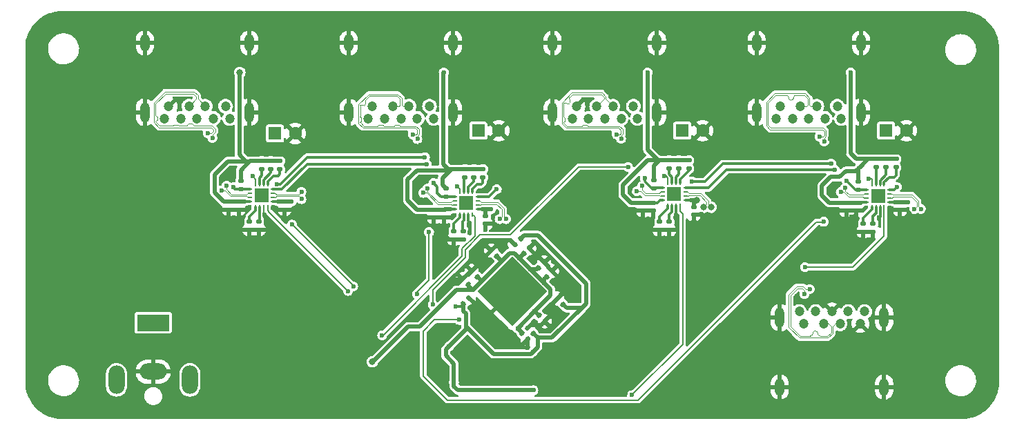
<source format=gbl>
G04 #@! TF.GenerationSoftware,KiCad,Pcbnew,(6.0.8)*
G04 #@! TF.CreationDate,2023-07-25T16:12:09-04:00*
G04 #@! TF.ProjectId,Hybrid USB Hub (USB3.0),48796272-6964-4205-9553-422048756220,v1.0*
G04 #@! TF.SameCoordinates,Original*
G04 #@! TF.FileFunction,Copper,L4,Bot*
G04 #@! TF.FilePolarity,Positive*
%FSLAX46Y46*%
G04 Gerber Fmt 4.6, Leading zero omitted, Abs format (unit mm)*
G04 Created by KiCad (PCBNEW (6.0.8)) date 2023-07-25 16:12:09*
%MOMM*%
%LPD*%
G01*
G04 APERTURE LIST*
G04 Aperture macros list*
%AMRoundRect*
0 Rectangle with rounded corners*
0 $1 Rounding radius*
0 $2 $3 $4 $5 $6 $7 $8 $9 X,Y pos of 4 corners*
0 Add a 4 corners polygon primitive as box body*
4,1,4,$2,$3,$4,$5,$6,$7,$8,$9,$2,$3,0*
0 Add four circle primitives for the rounded corners*
1,1,$1+$1,$2,$3*
1,1,$1+$1,$4,$5*
1,1,$1+$1,$6,$7*
1,1,$1+$1,$8,$9*
0 Add four rect primitives between the rounded corners*
20,1,$1+$1,$2,$3,$4,$5,0*
20,1,$1+$1,$4,$5,$6,$7,0*
20,1,$1+$1,$6,$7,$8,$9,0*
20,1,$1+$1,$8,$9,$2,$3,0*%
%AMRotRect*
0 Rectangle, with rotation*
0 The origin of the aperture is its center*
0 $1 length*
0 $2 width*
0 $3 Rotation angle, in degrees counterclockwise*
0 Add horizontal line*
21,1,$1,$2,0,0,$3*%
G04 Aperture macros list end*
G04 #@! TA.AperFunction,ComponentPad*
%ADD10C,1.200000*%
G04 #@! TD*
G04 #@! TA.AperFunction,ComponentPad*
%ADD11O,1.200000X2.100000*%
G04 #@! TD*
G04 #@! TA.AperFunction,ComponentPad*
%ADD12O,1.200000X2.400000*%
G04 #@! TD*
G04 #@! TA.AperFunction,ComponentPad*
%ADD13R,1.600000X1.600000*%
G04 #@! TD*
G04 #@! TA.AperFunction,ComponentPad*
%ADD14C,1.600000*%
G04 #@! TD*
G04 #@! TA.AperFunction,ComponentPad*
%ADD15C,0.500000*%
G04 #@! TD*
G04 #@! TA.AperFunction,SMDPad,CuDef*
%ADD16RotRect,6.000000X6.000000X225.000000*%
G04 #@! TD*
G04 #@! TA.AperFunction,ComponentPad*
%ADD17R,4.000000X2.000000*%
G04 #@! TD*
G04 #@! TA.AperFunction,ComponentPad*
%ADD18O,3.300000X2.000000*%
G04 #@! TD*
G04 #@! TA.AperFunction,ComponentPad*
%ADD19O,2.000000X3.500000*%
G04 #@! TD*
G04 #@! TA.AperFunction,SMDPad,CuDef*
%ADD20RoundRect,0.140000X0.021213X-0.219203X0.219203X-0.021213X-0.021213X0.219203X-0.219203X0.021213X0*%
G04 #@! TD*
G04 #@! TA.AperFunction,SMDPad,CuDef*
%ADD21RoundRect,0.135000X-0.185000X0.135000X-0.185000X-0.135000X0.185000X-0.135000X0.185000X0.135000X0*%
G04 #@! TD*
G04 #@! TA.AperFunction,SMDPad,CuDef*
%ADD22RoundRect,0.135000X0.185000X-0.135000X0.185000X0.135000X-0.185000X0.135000X-0.185000X-0.135000X0*%
G04 #@! TD*
G04 #@! TA.AperFunction,SMDPad,CuDef*
%ADD23RoundRect,0.140000X-0.170000X0.140000X-0.170000X-0.140000X0.170000X-0.140000X0.170000X0.140000X0*%
G04 #@! TD*
G04 #@! TA.AperFunction,ComponentPad*
%ADD24C,0.600000*%
G04 #@! TD*
G04 #@! TA.AperFunction,SMDPad,CuDef*
%ADD25R,1.659999X1.659999*%
G04 #@! TD*
G04 #@! TA.AperFunction,SMDPad,CuDef*
%ADD26O,0.599999X0.240000*%
G04 #@! TD*
G04 #@! TA.AperFunction,SMDPad,CuDef*
%ADD27O,0.240000X0.599999*%
G04 #@! TD*
G04 #@! TA.AperFunction,SMDPad,CuDef*
%ADD28RoundRect,0.140000X-0.219203X-0.021213X-0.021213X-0.219203X0.219203X0.021213X0.021213X0.219203X0*%
G04 #@! TD*
G04 #@! TA.AperFunction,SMDPad,CuDef*
%ADD29RoundRect,0.140000X0.219203X0.021213X0.021213X0.219203X-0.219203X-0.021213X-0.021213X-0.219203X0*%
G04 #@! TD*
G04 #@! TA.AperFunction,SMDPad,CuDef*
%ADD30RoundRect,0.140000X-0.021213X0.219203X-0.219203X0.021213X0.021213X-0.219203X0.219203X-0.021213X0*%
G04 #@! TD*
G04 #@! TA.AperFunction,ViaPad*
%ADD31C,0.800000*%
G04 #@! TD*
G04 #@! TA.AperFunction,ViaPad*
%ADD32C,0.600000*%
G04 #@! TD*
G04 #@! TA.AperFunction,Conductor*
%ADD33C,0.500000*%
G04 #@! TD*
G04 #@! TA.AperFunction,Conductor*
%ADD34C,0.200000*%
G04 #@! TD*
G04 #@! TA.AperFunction,Conductor*
%ADD35C,0.300000*%
G04 #@! TD*
G04 #@! TA.AperFunction,Conductor*
%ADD36C,0.117000*%
G04 #@! TD*
G04 #@! TA.AperFunction,Conductor*
%ADD37C,0.117348*%
G04 #@! TD*
G04 APERTURE END LIST*
D10*
X136870000Y-89130000D03*
X134370000Y-89130000D03*
X132370000Y-89130000D03*
X129870000Y-89130000D03*
X129370000Y-90630000D03*
X131370000Y-90630000D03*
X133370000Y-90630000D03*
X135370000Y-90630000D03*
X137370000Y-90630000D03*
D11*
X126970000Y-81380000D03*
D12*
X126970000Y-89880000D03*
D11*
X139770000Y-81380000D03*
D12*
X139770000Y-89880000D03*
D13*
X167864888Y-92130000D03*
D14*
X170364888Y-92130000D03*
D13*
X142864888Y-92130000D03*
D14*
X145364888Y-92130000D03*
D10*
X161870000Y-89130000D03*
X159370000Y-89130000D03*
X157370000Y-89130000D03*
X154870000Y-89130000D03*
X154370000Y-90630000D03*
X156370000Y-90630000D03*
X158370000Y-90630000D03*
X160370000Y-90630000D03*
X162370000Y-90630000D03*
D12*
X164770000Y-89880000D03*
X151970000Y-89880000D03*
D11*
X151970000Y-81380000D03*
X164770000Y-81380000D03*
D10*
X111870000Y-89130000D03*
X109370000Y-89130000D03*
X107370000Y-89130000D03*
X104870000Y-89130000D03*
X104370000Y-90630000D03*
X106370000Y-90630000D03*
X108370000Y-90630000D03*
X110370000Y-90630000D03*
X112370000Y-90630000D03*
D12*
X114770000Y-89880000D03*
D11*
X101970000Y-81380000D03*
D12*
X101970000Y-89880000D03*
D11*
X114770000Y-81380000D03*
D15*
X147025456Y-107968641D03*
X145080912Y-111857728D03*
X147025456Y-113802272D03*
X147025456Y-109913184D03*
X147025456Y-111857728D03*
X149942271Y-112830000D03*
X149942271Y-110885456D03*
X147997728Y-112830000D03*
X144108641Y-112830000D03*
X147997728Y-108940913D03*
X148970000Y-109913184D03*
X150914543Y-111857728D03*
X146053184Y-114774543D03*
X146053184Y-112830000D03*
X144108641Y-110885456D03*
X146053184Y-108940913D03*
X147025456Y-115746815D03*
X145080912Y-113802272D03*
X146053184Y-110885456D03*
X148970000Y-113802272D03*
X147997728Y-110885456D03*
D16*
X147025456Y-111857728D03*
D15*
X147997728Y-114774543D03*
X145080912Y-109913184D03*
X143136369Y-111857728D03*
X148970000Y-111857728D03*
D17*
X102995000Y-115700000D03*
D18*
X102995000Y-121700000D03*
D19*
X107495000Y-122700000D03*
X98495000Y-122700000D03*
D10*
X182720000Y-115830000D03*
X185220000Y-115830000D03*
X187220000Y-115830000D03*
X189720000Y-115830000D03*
X190220000Y-114330000D03*
X188220000Y-114330000D03*
X186220000Y-114330000D03*
X184220000Y-114330000D03*
X182220000Y-114330000D03*
D11*
X179820000Y-123580000D03*
D12*
X179820000Y-115080000D03*
D11*
X192620000Y-123580000D03*
D12*
X192620000Y-115080000D03*
D13*
X117920000Y-92480000D03*
D14*
X120420000Y-92480000D03*
D10*
X186870000Y-89130000D03*
X184370000Y-89130000D03*
X182370000Y-89130000D03*
X179870000Y-89130000D03*
X179370000Y-90630000D03*
X181370000Y-90630000D03*
X183370000Y-90630000D03*
X185370000Y-90630000D03*
X187370000Y-90630000D03*
D11*
X176970000Y-81380000D03*
D12*
X189770000Y-89880000D03*
X176970000Y-89880000D03*
D11*
X189770000Y-81380000D03*
D13*
X192864888Y-92130000D03*
D14*
X195364888Y-92130000D03*
D20*
X150270000Y-108980000D03*
X150948822Y-108301178D03*
D21*
X164420000Y-98170000D03*
X164420000Y-99190000D03*
D22*
X191670000Y-96630000D03*
X191670000Y-95610000D03*
D23*
X138670000Y-101820000D03*
X138670000Y-102780000D03*
D20*
X141016178Y-113333822D03*
X141695000Y-112655000D03*
X148430589Y-107219411D03*
X149109411Y-106540589D03*
D21*
X165070000Y-103310000D03*
X165070000Y-104330000D03*
D22*
X143420000Y-97880000D03*
X143420000Y-96860000D03*
D24*
X141870000Y-101530000D03*
D25*
X141370001Y-101030001D03*
D24*
X140869999Y-101530000D03*
X141870000Y-100530002D03*
X140869999Y-100530002D03*
D26*
X139970001Y-101780002D03*
X139970001Y-101280003D03*
X139970001Y-100780001D03*
X139970001Y-100280003D03*
D27*
X140620003Y-99630001D03*
X141120001Y-99630001D03*
X141620003Y-99630001D03*
X142120002Y-99630001D03*
D26*
X142770001Y-100280003D03*
X142770001Y-100780001D03*
X142770001Y-101280003D03*
X142770001Y-101780002D03*
D27*
X142120002Y-102430001D03*
X141620003Y-102430001D03*
X141120001Y-102430001D03*
X140620003Y-102430001D03*
D22*
X167470000Y-96789998D03*
X167470000Y-95769998D03*
D28*
X150330589Y-114840589D03*
X151009411Y-115519411D03*
D21*
X190070000Y-103510000D03*
X190070000Y-104530000D03*
D24*
X191369998Y-99630001D03*
D25*
X191870000Y-100130000D03*
D24*
X191369998Y-100629999D03*
X192369999Y-99630001D03*
X192369999Y-100629999D03*
D26*
X190470000Y-100880001D03*
X190470000Y-100380002D03*
X190470000Y-99880000D03*
X190470000Y-99380002D03*
D27*
X191120002Y-98730000D03*
X191620000Y-98730000D03*
X192120002Y-98730000D03*
X192620001Y-98730000D03*
D26*
X193270000Y-99380002D03*
X193270000Y-99880000D03*
X193270000Y-100380002D03*
X193270000Y-100880001D03*
D27*
X192620001Y-101530000D03*
X192120002Y-101530000D03*
X191620000Y-101530000D03*
X191120002Y-101530000D03*
D22*
X142320000Y-97880000D03*
X142320000Y-96860000D03*
D23*
X143770000Y-102585000D03*
X143770000Y-103545000D03*
D29*
X145109411Y-107519411D03*
X144430589Y-106840589D03*
D20*
X151230589Y-110019411D03*
X151909411Y-109340589D03*
D23*
X194570000Y-100900000D03*
X194570000Y-101860000D03*
D21*
X113720000Y-98270000D03*
X113720000Y-99290000D03*
D23*
X187970000Y-100970000D03*
X187970000Y-101930000D03*
D24*
X167369999Y-99430001D03*
X166369998Y-100429999D03*
X167369999Y-100429999D03*
X166369998Y-99430001D03*
D25*
X166870000Y-99930000D03*
D26*
X165470000Y-100680001D03*
X165470000Y-100180002D03*
X165470000Y-99680000D03*
X165470000Y-99180002D03*
D27*
X166120002Y-98530000D03*
X166620000Y-98530000D03*
X167120002Y-98530000D03*
X167620001Y-98530000D03*
D26*
X168270000Y-99180002D03*
X168270000Y-99680000D03*
X168270000Y-100180002D03*
X168270000Y-100680001D03*
D27*
X167620001Y-101330000D03*
X167120002Y-101330000D03*
X166620000Y-101330000D03*
X166120002Y-101330000D03*
D23*
X169270000Y-101500000D03*
X169270000Y-102460000D03*
X137420000Y-101820000D03*
X137420000Y-102780000D03*
D29*
X142709411Y-110019411D03*
X142030589Y-109340589D03*
D23*
X189170000Y-100970000D03*
X189170000Y-101930000D03*
D22*
X192870000Y-96630000D03*
X192870000Y-95610000D03*
D21*
X189470000Y-98370000D03*
X189470000Y-99390000D03*
D22*
X117420000Y-96870001D03*
X117420000Y-95850001D03*
D29*
X141609411Y-111019411D03*
X140930589Y-110340589D03*
D22*
X116320000Y-96870001D03*
X116320000Y-95850001D03*
D23*
X164270000Y-100999998D03*
X164270000Y-101959998D03*
D25*
X116270000Y-100079998D03*
D24*
X115769998Y-100579997D03*
X115769998Y-99579999D03*
X116769999Y-100579997D03*
X116769999Y-99579999D03*
D26*
X114870000Y-100829999D03*
X114870000Y-100330000D03*
X114870000Y-99829998D03*
X114870000Y-99330000D03*
D27*
X115520002Y-98679998D03*
X116020000Y-98679998D03*
X116520002Y-98679998D03*
X117020001Y-98679998D03*
D26*
X117670000Y-99330000D03*
X117670000Y-99829998D03*
X117670000Y-100330000D03*
X117670000Y-100829999D03*
D27*
X117020001Y-101479998D03*
X116520002Y-101479998D03*
X116020000Y-101479998D03*
X115520002Y-101479998D03*
D28*
X148230589Y-117040589D03*
X148909411Y-117719411D03*
D29*
X153219411Y-113409411D03*
X152540589Y-112730589D03*
D22*
X194070000Y-96630000D03*
X194070000Y-95610000D03*
D30*
X148009411Y-105440589D03*
X147330589Y-106119411D03*
D21*
X138870000Y-99220000D03*
X138870000Y-100240000D03*
X115970000Y-103260000D03*
X115970000Y-104280000D03*
D22*
X168670000Y-96789998D03*
X168670000Y-95769998D03*
X118520000Y-96880000D03*
X118520000Y-95860000D03*
D21*
X166270000Y-103310000D03*
X166270000Y-104330000D03*
D23*
X113470000Y-100850000D03*
X113470000Y-101810000D03*
D22*
X166270000Y-96789998D03*
X166270000Y-95769998D03*
X141220000Y-97880001D03*
X141220000Y-96860001D03*
D23*
X119120000Y-100850000D03*
X119120000Y-101810000D03*
X112270000Y-100850000D03*
X112270000Y-101810000D03*
D21*
X114770000Y-103260000D03*
X114770000Y-104280000D03*
D29*
X149609411Y-117019411D03*
X148930589Y-116340589D03*
D21*
X141000000Y-104430000D03*
X141000000Y-105450000D03*
X139850000Y-104430001D03*
X139850000Y-105450001D03*
D23*
X163070000Y-100999998D03*
X163070000Y-101959998D03*
D21*
X191270000Y-103510000D03*
X191270000Y-104530000D03*
D31*
X89000000Y-105000000D03*
X143870000Y-79480000D03*
X93000000Y-93000000D03*
D32*
X116669500Y-102430000D03*
D31*
X192870000Y-83480000D03*
X163620000Y-115230000D03*
X200870000Y-113480000D03*
D32*
X142270000Y-114955000D03*
D31*
X89000000Y-93000000D03*
D32*
X151570000Y-107680000D03*
X141695000Y-120855000D03*
D31*
X93000000Y-99000000D03*
D32*
X152499987Y-108739987D03*
X143850000Y-106255000D03*
D31*
X93000000Y-111000000D03*
D32*
X138590000Y-104822000D03*
D31*
X98870000Y-83480000D03*
X204870000Y-113480000D03*
X196870000Y-107480000D03*
X204870000Y-95480000D03*
X118870000Y-79480000D03*
D32*
X197800000Y-102300000D03*
X170239382Y-102384609D03*
X149750000Y-105890000D03*
D31*
X168870000Y-79480000D03*
X93000000Y-117000000D03*
D32*
X148882951Y-118780000D03*
D31*
X170870000Y-122480000D03*
X170870000Y-82230000D03*
D32*
X111668750Y-119870000D03*
D31*
X163070000Y-103080000D03*
D32*
X141820500Y-104630000D03*
X138580000Y-117810000D03*
D31*
X200870000Y-95480000D03*
D32*
X183400000Y-110700000D03*
X118826250Y-120095000D03*
X112568750Y-122720000D03*
D31*
X194870000Y-110480000D03*
X194870000Y-116480000D03*
D32*
X154820000Y-120313500D03*
X135150000Y-99900000D03*
X138670000Y-103580000D03*
X121900000Y-101200000D03*
D31*
X96870000Y-80480000D03*
X172870000Y-125480000D03*
D32*
X192020501Y-102780000D03*
X136550000Y-97850000D03*
X122000000Y-99100000D03*
X111100000Y-92900000D03*
X187070000Y-101930000D03*
X186770000Y-112180000D03*
D31*
X202870000Y-110480000D03*
X89000000Y-87000000D03*
D32*
X159350168Y-118541648D03*
X167132685Y-102528755D03*
D31*
X198870000Y-116480000D03*
X174870000Y-122480000D03*
X147870000Y-79480000D03*
X104870000Y-103480000D03*
X95000000Y-108000000D03*
X196870000Y-113480000D03*
X93000000Y-87000000D03*
X204870000Y-107480000D03*
D32*
X140095000Y-119255000D03*
D31*
X129370000Y-98480000D03*
D32*
X143770000Y-104330000D03*
X117943750Y-112875000D03*
X195700000Y-102300000D03*
D31*
X196870000Y-83480000D03*
D32*
X161500000Y-99300000D03*
D31*
X100870000Y-103480000D03*
X204870000Y-101480000D03*
X93000000Y-105000000D03*
D32*
X181900000Y-112400000D03*
D31*
X100870000Y-97480000D03*
D32*
X157970000Y-93280000D03*
X146900000Y-103600000D03*
X161200000Y-92700000D03*
D31*
X104870000Y-97480000D03*
X200870000Y-107480000D03*
D32*
X147870000Y-120280000D03*
D31*
X89000000Y-117000000D03*
X172870000Y-79480000D03*
D32*
X188620000Y-102714000D03*
D31*
X198870000Y-104480000D03*
D32*
X194570000Y-102680000D03*
D31*
X200870000Y-89480000D03*
D32*
X155000000Y-111500000D03*
X186500000Y-99300000D03*
D31*
X125370000Y-98480000D03*
X204870000Y-89480000D03*
D32*
X107870000Y-93080000D03*
X114770000Y-105080000D03*
D31*
X95000000Y-114000000D03*
D32*
X186000000Y-93100000D03*
D31*
X202870000Y-86480000D03*
D32*
X172100000Y-102300000D03*
D31*
X177870000Y-119130000D03*
X127370000Y-101480000D03*
D32*
X190070000Y-105430000D03*
D31*
X91000000Y-114000000D03*
X145870000Y-82230000D03*
X165620000Y-112230000D03*
X200870000Y-101480000D03*
D32*
X111668750Y-116170000D03*
D31*
X198870000Y-110480000D03*
D32*
X182820000Y-93480000D03*
D31*
X176870000Y-125480000D03*
X164020000Y-103080000D03*
D32*
X191270000Y-105380000D03*
D31*
X91000000Y-90000000D03*
X202870000Y-98480000D03*
D32*
X113470000Y-102580000D03*
D31*
X91000000Y-96000000D03*
X194870000Y-80480000D03*
X197000000Y-120000000D03*
D32*
X139870000Y-110396500D03*
D31*
X91000000Y-102000000D03*
X198870000Y-86480000D03*
D32*
X111500000Y-98000000D03*
D31*
X168870000Y-125480000D03*
D32*
X132870000Y-93080000D03*
D31*
X120870000Y-82230000D03*
D32*
X137420000Y-103580000D03*
X121068750Y-120270000D03*
X154490000Y-112189986D03*
D31*
X102870000Y-94480000D03*
X169270000Y-103330000D03*
X161620000Y-112230000D03*
D32*
X154070000Y-116780000D03*
X150720000Y-123630000D03*
X135800000Y-93900000D03*
X144900000Y-103600000D03*
D31*
X202870000Y-92480000D03*
X202870000Y-104480000D03*
X89000000Y-99000000D03*
X89000000Y-111000000D03*
D32*
X155450168Y-115391648D03*
D31*
X202870000Y-116480000D03*
X91000000Y-108000000D03*
D32*
X120668750Y-117470000D03*
X112270000Y-102580000D03*
X115970000Y-105080000D03*
D31*
X122870000Y-79480000D03*
D32*
X117868750Y-116020000D03*
D31*
X102870000Y-100480000D03*
X113620000Y-84980000D03*
D32*
X163620000Y-84980000D03*
X188520000Y-84980000D03*
X138620000Y-84980000D03*
X148645000Y-104955000D03*
X149553500Y-119255000D03*
X139870000Y-122980000D03*
X140120000Y-113705000D03*
X139245000Y-118605000D03*
X149620000Y-123980000D03*
X154280000Y-113840000D03*
X147670000Y-116380000D03*
X145670000Y-108180000D03*
X150933385Y-110816615D03*
X143270000Y-110580000D03*
X149258491Y-109141721D03*
X149770000Y-114280000D03*
X147883385Y-107766615D03*
D31*
X129870000Y-120480000D03*
D32*
X142170000Y-111680000D03*
D31*
X169670000Y-100696501D03*
D32*
X195570000Y-100880000D03*
X119970000Y-100830000D03*
X144420000Y-101780000D03*
X183488199Y-111561801D03*
X182851801Y-112198199D03*
X182920000Y-108880000D03*
X161720000Y-124580000D03*
X137370000Y-98530000D03*
X136520000Y-96230000D03*
X131070000Y-117230000D03*
X126890000Y-111800000D03*
X197120000Y-101730000D03*
X196320000Y-101730000D03*
D31*
X171420000Y-101530000D03*
X170520000Y-101530000D03*
D32*
X146270000Y-102980000D03*
X145470000Y-102980000D03*
X121170000Y-99629999D03*
X121170000Y-100529999D03*
X115170000Y-97730000D03*
X120000000Y-103660000D03*
X127520000Y-111230000D03*
X140270000Y-98979500D03*
X136820000Y-104580000D03*
X135371089Y-112181089D03*
X140490960Y-115350960D03*
X190720000Y-98029500D03*
X185220000Y-103313500D03*
X162301801Y-99548199D03*
X159802323Y-92581991D03*
X162938199Y-98911801D03*
X160368009Y-93147677D03*
X187300606Y-99676292D03*
X184703604Y-92875114D03*
X185269290Y-93440800D03*
X187866292Y-99110606D03*
X111988199Y-98861801D03*
X110252843Y-93013342D03*
X111351801Y-99498199D03*
X109687157Y-92447656D03*
X134826801Y-92593649D03*
X136087157Y-99762843D03*
X135392487Y-93159335D03*
X136652843Y-99197157D03*
X163270000Y-97930000D03*
X169070000Y-98380000D03*
X194170000Y-99030000D03*
X186120000Y-96180500D03*
X188020000Y-98280000D03*
X186570000Y-96930000D03*
X118170000Y-98680500D03*
X136320000Y-95380000D03*
X145120000Y-99330000D03*
X112820000Y-99080000D03*
X165670750Y-97730500D03*
X161215023Y-96575023D03*
X137270000Y-113480000D03*
D33*
X112270000Y-101810000D02*
X112270000Y-102580000D01*
X189170000Y-102430000D02*
X188886000Y-102714000D01*
X139218001Y-105450001D02*
X138590000Y-104822000D01*
X164270000Y-101959998D02*
X164270000Y-102830000D01*
X188886000Y-102714000D02*
X188620000Y-102714000D01*
X194570000Y-101860000D02*
X194570000Y-102680000D01*
D34*
X116520002Y-102280502D02*
X116669500Y-102430000D01*
D33*
X143770000Y-103545000D02*
X143770000Y-104330000D01*
X141000000Y-105450000D02*
X139850000Y-105450001D01*
D35*
X192120002Y-102680499D02*
X192020501Y-102780000D01*
X190070000Y-104530000D02*
X190070000Y-105430000D01*
X141620003Y-102430001D02*
X141620003Y-103230003D01*
D34*
X116520002Y-101479998D02*
X116520002Y-102280502D01*
D33*
X150948822Y-108301178D02*
X151570000Y-107680000D01*
X151909411Y-109340589D02*
X151909411Y-109330563D01*
X139850000Y-105450001D02*
X139218001Y-105450001D01*
X142270000Y-113230000D02*
X142270000Y-114955000D01*
X139870000Y-110396500D02*
X140874678Y-110396500D01*
X148930589Y-116340589D02*
X149291178Y-115980000D01*
X143850000Y-106260000D02*
X144430589Y-106840589D01*
D35*
X192120002Y-101530000D02*
X192120002Y-102680499D01*
D33*
X187970000Y-101930000D02*
X187070000Y-101930000D01*
X164270000Y-102830000D02*
X164020000Y-103080000D01*
D35*
X167120002Y-102516072D02*
X167132685Y-102528755D01*
D33*
X142030589Y-109340589D02*
X141930589Y-109340589D01*
D35*
X115970000Y-104280000D02*
X115970000Y-105080000D01*
D33*
X149109411Y-106530589D02*
X149750000Y-105890000D01*
X152040000Y-114480000D02*
X152040000Y-113780000D01*
X154490000Y-112189986D02*
X153081192Y-112189986D01*
X113470000Y-101810000D02*
X113470000Y-102580000D01*
X148882951Y-118780000D02*
X148909411Y-118753540D01*
D35*
X139925911Y-110340589D02*
X139870000Y-110396500D01*
X114770000Y-104280000D02*
X114770000Y-105080000D01*
D33*
X141930589Y-109340589D02*
X140930589Y-110340589D01*
D35*
X167120002Y-101330000D02*
X167120002Y-102516072D01*
D33*
X151009411Y-115510589D02*
X152040000Y-114480000D01*
X141695000Y-112655000D02*
X142270000Y-113230000D01*
X143850000Y-106255000D02*
X143850000Y-106260000D01*
X152000000Y-113740000D02*
X152000000Y-113271178D01*
X169270000Y-102460000D02*
X169270000Y-103280000D01*
X169270000Y-103280000D02*
X169270000Y-103330000D01*
X149291178Y-115980000D02*
X150548822Y-115980000D01*
X137420000Y-102780000D02*
X137420000Y-103580000D01*
X189170000Y-101930000D02*
X189170000Y-102430000D01*
D35*
X141820500Y-104630000D02*
X141820500Y-103430500D01*
X141820500Y-103430500D02*
X141620003Y-103230003D01*
D33*
X152000000Y-113271178D02*
X152540589Y-112730589D01*
X138670000Y-102780000D02*
X138670000Y-103580000D01*
X151909411Y-109330563D02*
X152499987Y-108739987D01*
X163070000Y-101959998D02*
X163070000Y-103080000D01*
X151009411Y-115519411D02*
X151009411Y-115510589D01*
X152040000Y-113780000D02*
X152000000Y-113740000D01*
D35*
X191270000Y-104530000D02*
X191270000Y-105380000D01*
D33*
X153081192Y-112189986D02*
X152540589Y-112730589D01*
X150548822Y-115980000D02*
X151009411Y-115519411D01*
X149109411Y-106540589D02*
X149109411Y-106530589D01*
X148909411Y-118753540D02*
X148909411Y-117719411D01*
X110520000Y-97530000D02*
X110520000Y-99744386D01*
X186100000Y-97800000D02*
X187200000Y-97800000D01*
X191670000Y-95610000D02*
X190640000Y-95610000D01*
X187200000Y-97800000D02*
X187900000Y-97100000D01*
X187900000Y-97100000D02*
X189150000Y-97100000D01*
X189150000Y-97100000D02*
X189775000Y-96475000D01*
X111625614Y-100850000D02*
X112270000Y-100850000D01*
X160600000Y-98800000D02*
X163630002Y-95769998D01*
X163620000Y-84980000D02*
X163620000Y-94480000D01*
X138470000Y-97930000D02*
X138470000Y-98820000D01*
X167470000Y-95769998D02*
X166270000Y-95769998D01*
X138670000Y-101820000D02*
X137420000Y-101820000D01*
X138570000Y-96230000D02*
X139200001Y-96860001D01*
X168670000Y-95769998D02*
X167470000Y-95769998D01*
X113570000Y-95080000D02*
X113570000Y-85030000D01*
X142320000Y-96860000D02*
X141220000Y-96860001D01*
X135320000Y-101820000D02*
X137420000Y-101820000D01*
X113570000Y-85030000D02*
X113620000Y-84980000D01*
X134200000Y-100700000D02*
X135320000Y-101820000D01*
X139900001Y-96860001D02*
X139539999Y-96860001D01*
X164270000Y-100999998D02*
X163070000Y-100999998D01*
X141220000Y-96860001D02*
X139900001Y-96860001D01*
X189775000Y-96475000D02*
X189470000Y-96780000D01*
X192870000Y-95610000D02*
X191670000Y-95610000D01*
X188520000Y-94940000D02*
X189190000Y-95610000D01*
X114820000Y-95880000D02*
X114370000Y-95880000D01*
X139080002Y-96980000D02*
X135320000Y-96980000D01*
X113720000Y-96980000D02*
X113720000Y-98270000D01*
X135320000Y-96980000D02*
X134200000Y-98100000D01*
X139900001Y-96860001D02*
X139200001Y-96860001D01*
X163070000Y-100999998D02*
X161599998Y-100999998D01*
X185000000Y-100100000D02*
X185000000Y-98900000D01*
X116320000Y-95850001D02*
X114849999Y-95850001D01*
X185870000Y-100970000D02*
X185000000Y-100100000D01*
X189170000Y-100970000D02*
X187970000Y-100970000D01*
X187970000Y-100970000D02*
X185870000Y-100970000D01*
X114849999Y-95850001D02*
X114820000Y-95880000D01*
D35*
X190470000Y-100880001D02*
X190020000Y-100880000D01*
D33*
X190640000Y-95610000D02*
X189190000Y-95610000D01*
X188520000Y-84980000D02*
X188520000Y-94940000D01*
X117429999Y-95860000D02*
X117420000Y-95850001D01*
X138470000Y-98820000D02*
X138870000Y-99220000D01*
D35*
X189920000Y-100880000D02*
X189820000Y-100980000D01*
D33*
X134200000Y-98100000D02*
X134200000Y-100700000D01*
X185000000Y-98900000D02*
X186100000Y-97800000D01*
X163630002Y-95769998D02*
X165080002Y-95769998D01*
X110520000Y-99744386D02*
X111625614Y-100850000D01*
X114270000Y-100830000D02*
X113490000Y-100830000D01*
D35*
X165169999Y-100680001D02*
X164850002Y-100999998D01*
D33*
X113470000Y-100850000D02*
X112270000Y-100850000D01*
X163620000Y-94480000D02*
X164909998Y-95769998D01*
X139539999Y-96860001D02*
X138470000Y-97930000D01*
X139200001Y-96860001D02*
X139080002Y-96980000D01*
X139470000Y-101780000D02*
X138710000Y-101780000D01*
D35*
X165470000Y-100680001D02*
X165169999Y-100680001D01*
D33*
X164909998Y-95769998D02*
X165080002Y-95769998D01*
D35*
X139470002Y-101780002D02*
X139470000Y-101780000D01*
D33*
X189180000Y-100980000D02*
X189170000Y-100970000D01*
X138570000Y-85030000D02*
X138570000Y-96230000D01*
X138620000Y-84980000D02*
X138570000Y-85030000D01*
X143420000Y-96860000D02*
X142320000Y-96860000D01*
D35*
X164850002Y-100999998D02*
X164270000Y-100999998D01*
D33*
X164420000Y-96430000D02*
X164420000Y-98170000D01*
X189820000Y-100980000D02*
X189180000Y-100980000D01*
X189470000Y-96780000D02*
X189470000Y-98370000D01*
X161599998Y-100999998D02*
X160600000Y-100000000D01*
X113490000Y-100830000D02*
X113470000Y-100850000D01*
X166270000Y-95769998D02*
X165080002Y-95769998D01*
D35*
X139970001Y-101780002D02*
X139470002Y-101780002D01*
D33*
X114370000Y-95880000D02*
X112170000Y-95880000D01*
D35*
X114870000Y-100829999D02*
X114270000Y-100830000D01*
D33*
X194070000Y-95610000D02*
X192870000Y-95610000D01*
D35*
X190020000Y-100880000D02*
X189920000Y-100880000D01*
D33*
X114849999Y-95850001D02*
X113720000Y-96980000D01*
X114370000Y-95880000D02*
X113570000Y-95080000D01*
X117420000Y-95850001D02*
X116320000Y-95850001D01*
X190640000Y-95610000D02*
X189775000Y-96475000D01*
X160600000Y-100000000D02*
X160600000Y-98800000D01*
X165080002Y-95769998D02*
X164420000Y-96430000D01*
X112170000Y-95880000D02*
X110520000Y-97530000D01*
X118520000Y-95860000D02*
X117429999Y-95860000D01*
X141016178Y-113333822D02*
X141016178Y-114251178D01*
X148009411Y-105440589D02*
X148495000Y-104955000D01*
X140370000Y-123980000D02*
X139870000Y-123480000D01*
X150140000Y-117550000D02*
X150140000Y-118668500D01*
X139870000Y-122980000D02*
X139870000Y-120730000D01*
X141320000Y-116130000D02*
X144720000Y-119530000D01*
X153690000Y-113880000D02*
X153219411Y-113409411D01*
X149620000Y-123980000D02*
X140370000Y-123980000D01*
X150140000Y-118668500D02*
X149553500Y-119255000D01*
X155610000Y-113840000D02*
X155845000Y-113605000D01*
X141320000Y-114555000D02*
X141320000Y-116130000D01*
D35*
X140645000Y-113705000D02*
X141016178Y-113333822D01*
D33*
X139870000Y-123480000D02*
X139870000Y-122980000D01*
X148645000Y-104955000D02*
X150145000Y-104955000D01*
X149278500Y-119530000D02*
X149553500Y-119255000D01*
X150140000Y-117550000D02*
X149609411Y-117019411D01*
X144720000Y-119530000D02*
X149278500Y-119530000D01*
X153690000Y-113880000D02*
X154240000Y-113880000D01*
X148495000Y-104955000D02*
X148645000Y-104955000D01*
X141016178Y-114251178D02*
X141320000Y-114555000D01*
D35*
X140120000Y-113705000D02*
X140645000Y-113705000D01*
D33*
X139870000Y-120730000D02*
X138870000Y-119730000D01*
X154240000Y-113880000D02*
X154280000Y-113840000D01*
X156070000Y-110880000D02*
X156070000Y-113380000D01*
X151900000Y-117550000D02*
X150140000Y-117550000D01*
X138870000Y-119730000D02*
X138870000Y-118980000D01*
X150145000Y-104955000D02*
X156070000Y-110880000D01*
X155845000Y-113605000D02*
X151900000Y-117550000D01*
X156070000Y-113380000D02*
X155845000Y-113605000D01*
X154280000Y-113840000D02*
X155610000Y-113840000D01*
X139245000Y-118605000D02*
X141320000Y-116530000D01*
X141320000Y-116530000D02*
X141320000Y-116130000D01*
X138870000Y-118980000D02*
X139245000Y-118605000D01*
X147883385Y-107766615D02*
X148430589Y-107219411D01*
X150933385Y-110816615D02*
X150933385Y-110316615D01*
X135670000Y-116180000D02*
X140170000Y-111680000D01*
X140170000Y-111680000D02*
X142170000Y-111680000D01*
X150108279Y-109141721D02*
X150270000Y-108980000D01*
X141609411Y-111119411D02*
X142170000Y-111680000D01*
X148230589Y-116940589D02*
X147670000Y-116380000D01*
X148230589Y-117040589D02*
X148230589Y-116940589D01*
X151718097Y-111601327D02*
X151718097Y-112331903D01*
X150933385Y-110816615D02*
X151718097Y-111601327D01*
X145670000Y-108180000D02*
X145670000Y-108080000D01*
X129870000Y-120480000D02*
X129970000Y-120480000D01*
X151718097Y-112331903D02*
X149770000Y-114280000D01*
X150933385Y-110816615D02*
X149258491Y-109141721D01*
X147670000Y-116380000D02*
X149770000Y-114280000D01*
X146684913Y-107165087D02*
X145670000Y-108180000D01*
X141609411Y-111019411D02*
X141609411Y-111119411D01*
X134270000Y-116180000D02*
X135670000Y-116180000D01*
X149258491Y-109141721D02*
X147883385Y-107766615D01*
X145670000Y-108180000D02*
X143270000Y-110580000D01*
X129970000Y-120480000D02*
X134270000Y-116180000D01*
X147883385Y-107766615D02*
X147281857Y-107165087D01*
X145670000Y-108080000D02*
X145109411Y-107519411D01*
X147281857Y-107165087D02*
X146684913Y-107165087D01*
X150330589Y-114840589D02*
X149770000Y-114280000D01*
X150933385Y-110316615D02*
X151230589Y-110019411D01*
X143270000Y-110580000D02*
X142170000Y-111680000D01*
X149258491Y-109141721D02*
X150108279Y-109141721D01*
X143270000Y-110580000D02*
X142709411Y-110019411D01*
D35*
X168270000Y-100680001D02*
X168870000Y-100680000D01*
D33*
X169270000Y-100680000D02*
X169270000Y-101500000D01*
X169270000Y-100680000D02*
X169653499Y-100680000D01*
X168870000Y-100680000D02*
X169270000Y-100680000D01*
X169653499Y-100680000D02*
X169670000Y-100696501D01*
X193820000Y-100880000D02*
X194220000Y-100880000D01*
D35*
X193270000Y-100880001D02*
X193820000Y-100880000D01*
D33*
X194220000Y-100880000D02*
X195570000Y-100880000D01*
D35*
X193270000Y-100880001D02*
X193520001Y-100880001D01*
D33*
X118220000Y-100830000D02*
X119100000Y-100830000D01*
X119120000Y-100850000D02*
X119950000Y-100850000D01*
D35*
X117670000Y-100829999D02*
X118070000Y-100830000D01*
X118070000Y-100830000D02*
X118220000Y-100830000D01*
D33*
X119950000Y-100850000D02*
X119970000Y-100830000D01*
X143770000Y-102585000D02*
X143770000Y-101930000D01*
X143269998Y-101780002D02*
X143919998Y-101780002D01*
D35*
X142770001Y-101780002D02*
X143269998Y-101780002D01*
D33*
X143919998Y-101780002D02*
X144419998Y-101780002D01*
X143770000Y-101930000D02*
X143919998Y-101780002D01*
X144419998Y-101780002D02*
X144420000Y-101780000D01*
D36*
X183488199Y-111561801D02*
X183005244Y-111561801D01*
D37*
X186670000Y-115830000D02*
X187220000Y-115830000D01*
D36*
X180911500Y-112235056D02*
X180911500Y-116224944D01*
X186328500Y-116974944D02*
X186328500Y-116380000D01*
X182225056Y-117538500D02*
X185764944Y-117538500D01*
X180911500Y-116224944D02*
X182225056Y-117538500D01*
D37*
X186328500Y-116171500D02*
X186670000Y-115830000D01*
X186328500Y-116380000D02*
X186328500Y-116171500D01*
D36*
X183005244Y-111561801D02*
X182714943Y-111271500D01*
X185764944Y-117538500D02*
X186328500Y-116974944D01*
X181875056Y-111271500D02*
X180911500Y-112235056D01*
X182714943Y-111271500D02*
X181875056Y-111271500D01*
X184478500Y-117021500D02*
X184478500Y-117004437D01*
X183578500Y-117321500D02*
X182328500Y-117321500D01*
D37*
X186111153Y-116171153D02*
X185770000Y-115830000D01*
D36*
X186111500Y-116885056D02*
X185675056Y-117321500D01*
X181128500Y-112324944D02*
X181964944Y-111488500D01*
X182851801Y-111715244D02*
X182851801Y-112198199D01*
X182328500Y-117321500D02*
X182314944Y-117321500D01*
X183878500Y-117004437D02*
X183878500Y-117021500D01*
X181128500Y-116135056D02*
X181128500Y-112324944D01*
X182625057Y-111488500D02*
X182851801Y-111715244D01*
X181964944Y-111488500D02*
X182625057Y-111488500D01*
X182314944Y-117321500D02*
X181128500Y-116135056D01*
X185675056Y-117321500D02*
X184778500Y-117321500D01*
D37*
X185770000Y-115830000D02*
X185220000Y-115830000D01*
X186111153Y-116379653D02*
X186111153Y-116171153D01*
D36*
X186111500Y-116380000D02*
X186111500Y-116885056D01*
D37*
X186111500Y-116380000D02*
X186111153Y-116379653D01*
D36*
X183578500Y-117321500D02*
G75*
G03*
X183878500Y-117021500I0J300000D01*
G01*
X183878537Y-117004437D02*
G75*
G02*
X184178500Y-116704437I299963J37D01*
G01*
X184178500Y-116704400D02*
G75*
G02*
X184478500Y-117004437I0J-300000D01*
G01*
X184478500Y-117021500D02*
G75*
G03*
X184778500Y-117321500I300000J0D01*
G01*
D35*
X191620000Y-96680000D02*
X191670000Y-96630000D01*
X191620000Y-98730000D02*
X191620000Y-96890000D01*
X166620000Y-97830000D02*
X166270000Y-97480000D01*
X166620000Y-98530000D02*
X166620000Y-97830000D01*
X166270000Y-97480000D02*
X166270000Y-96789998D01*
X192870000Y-97530000D02*
X192870000Y-96840000D01*
X192120002Y-98730000D02*
X192120002Y-98279998D01*
X192120002Y-98279998D02*
X192870000Y-97530000D01*
X167120002Y-98530000D02*
X167120002Y-97829998D01*
X167470000Y-97480000D02*
X167470000Y-96789998D01*
X167120002Y-97829998D02*
X167470000Y-97480000D01*
X193277106Y-97830000D02*
X193820000Y-97830000D01*
X194070000Y-97580000D02*
X194070000Y-96840000D01*
X193820000Y-97830000D02*
X194070000Y-97580000D01*
X192620001Y-98487105D02*
X193277106Y-97830000D01*
X192620001Y-98730000D02*
X192620001Y-98487105D01*
X167620001Y-98079999D02*
X168670000Y-97030000D01*
X167620001Y-98530000D02*
X167620001Y-98079999D01*
X168670000Y-97030000D02*
X168670000Y-96789998D01*
X191120002Y-101530000D02*
X191120002Y-101779998D01*
X190070000Y-102830000D02*
X190070000Y-103510000D01*
X191120002Y-101779998D02*
X190070000Y-102830000D01*
X166120002Y-101330000D02*
X166120002Y-101679998D01*
X166120002Y-101679998D02*
X165070000Y-102730000D01*
X165070000Y-102730000D02*
X165070000Y-103310000D01*
D34*
X192620001Y-105029999D02*
X192620001Y-101530000D01*
X188770000Y-108880000D02*
X192620001Y-105029999D01*
X182920000Y-108880000D02*
X188770000Y-108880000D01*
X167920000Y-118380000D02*
X161720000Y-124580000D01*
X167620001Y-102030001D02*
X167920000Y-102330000D01*
X167620001Y-101330000D02*
X167620001Y-102030001D01*
X167920000Y-102330000D02*
X167920000Y-118380000D01*
D35*
X191620000Y-101530000D02*
X191620000Y-102230000D01*
X191270000Y-102580000D02*
X191270000Y-103510000D01*
X191620000Y-102230000D02*
X191270000Y-102580000D01*
X166270000Y-102480000D02*
X166270000Y-103310000D01*
X166620000Y-102130000D02*
X166270000Y-102480000D01*
X166620000Y-101330000D02*
X166620000Y-102130000D01*
X137820000Y-99030000D02*
X137370000Y-98580000D01*
X138280000Y-100240000D02*
X137820000Y-99780000D01*
X137820000Y-99780000D02*
X137820000Y-99030000D01*
X118770000Y-99330000D02*
X117670000Y-99330000D01*
X136520000Y-96230000D02*
X121870000Y-96230000D01*
X139970001Y-100280003D02*
X138910003Y-100280003D01*
X138870000Y-100240000D02*
X138280000Y-100240000D01*
X137370000Y-98580000D02*
X137370000Y-98530000D01*
X121870000Y-96230000D02*
X118770000Y-99330000D01*
X141120001Y-99630001D02*
X141120001Y-97980000D01*
X116320000Y-97630000D02*
X116320000Y-96870001D01*
X116020000Y-97930000D02*
X116320000Y-97630000D01*
X116020000Y-98679998D02*
X116020000Y-97930000D01*
X142320000Y-98380000D02*
X142320000Y-97880000D01*
X141620003Y-99630001D02*
X141620003Y-99079997D01*
X141620003Y-99079997D02*
X142320000Y-98380000D01*
X117420000Y-97280000D02*
X117420000Y-96870001D01*
X116520002Y-98679998D02*
X116520002Y-98179998D01*
X116520002Y-98179998D02*
X117420000Y-97280000D01*
X142677106Y-98730000D02*
X143220000Y-98730000D01*
X143220000Y-98730000D02*
X143420000Y-98530000D01*
X143420000Y-98530000D02*
X143420000Y-97880000D01*
X142120002Y-99630001D02*
X142120002Y-99287104D01*
X142120002Y-99287104D02*
X142677106Y-98730000D01*
X118320000Y-97680000D02*
X118520000Y-97480000D01*
X117020001Y-98387105D02*
X117727106Y-97680000D01*
X117727106Y-97680000D02*
X118320000Y-97680000D01*
X117020001Y-98679998D02*
X117020001Y-98387105D01*
X118520000Y-97480000D02*
X118520000Y-96880000D01*
X140620003Y-102430001D02*
X140620003Y-102779997D01*
X140620003Y-102779997D02*
X139850000Y-103550000D01*
X139850000Y-103550000D02*
X139850000Y-104430001D01*
X115520002Y-101929998D02*
X114770000Y-102680000D01*
X115520002Y-101479998D02*
X115520002Y-101929998D01*
X114770000Y-102680000D02*
X114770000Y-103260000D01*
D34*
X142420000Y-102729999D02*
X142120002Y-102430001D01*
X131170000Y-117230000D02*
X140870000Y-107530000D01*
X140870000Y-107530000D02*
X140870000Y-106578529D01*
X140870000Y-106578529D02*
X142420000Y-105028529D01*
X131070000Y-117230000D02*
X131170000Y-117230000D01*
X142420000Y-105028529D02*
X142420000Y-102729999D01*
X117271471Y-102181471D02*
X117269500Y-102181471D01*
X126890000Y-111800000D02*
X117271471Y-102181471D01*
X117020001Y-101931972D02*
X117020001Y-101479998D01*
X117269500Y-102181471D02*
X117020001Y-101931972D01*
D35*
X140970000Y-103280000D02*
X140970000Y-104400000D01*
X141120001Y-102430001D02*
X141120001Y-103129999D01*
X141120001Y-103129999D02*
X140970000Y-103280000D01*
X116020000Y-101479998D02*
X116020000Y-103210000D01*
D36*
X193569999Y-99880000D02*
X193711500Y-100021501D01*
X196828501Y-100785057D02*
X196828501Y-101438501D01*
X196828501Y-101438501D02*
X197120000Y-101730000D01*
X196064945Y-100021501D02*
X196828501Y-100785057D01*
X193270000Y-99880000D02*
X193569999Y-99880000D01*
X193711500Y-100021501D02*
X196064945Y-100021501D01*
X193270000Y-100380002D02*
X193569999Y-100380002D01*
X196611499Y-100874943D02*
X196611499Y-101438501D01*
X195975057Y-100238501D02*
X196611499Y-100874943D01*
X196611499Y-101438501D02*
X196320000Y-101730000D01*
X193711500Y-100238501D02*
X195975057Y-100238501D01*
X193569999Y-100380002D02*
X193711500Y-100238501D01*
X171078500Y-100785056D02*
X171078501Y-101188501D01*
X170114945Y-99821501D02*
X171078500Y-100785056D01*
X168711500Y-99821501D02*
X170114945Y-99821501D01*
X168569999Y-99680000D02*
X168711500Y-99821501D01*
X171078501Y-101188501D02*
X171420000Y-101530000D01*
X168270000Y-99680000D02*
X168569999Y-99680000D01*
X168270000Y-100180002D02*
X168569999Y-100180002D01*
X170025057Y-100038501D02*
X170861500Y-100874944D01*
X170861499Y-101188501D02*
X170520000Y-101530000D01*
X168711500Y-100038501D02*
X170025057Y-100038501D01*
X168569999Y-100180002D02*
X168711500Y-100038501D01*
X170861500Y-100874944D02*
X170861499Y-101188501D01*
X143211501Y-100921502D02*
X143070000Y-100780001D01*
X145214946Y-100921502D02*
X143211501Y-100921502D01*
X146270000Y-102980000D02*
X145978501Y-102688501D01*
X145978501Y-102688501D02*
X145978501Y-101685057D01*
X145978501Y-101685057D02*
X145214946Y-100921502D01*
X143070000Y-100780001D02*
X142770001Y-100780001D01*
X145470000Y-102980000D02*
X145761499Y-102688501D01*
X145761499Y-102688501D02*
X145761499Y-101774943D01*
X145761499Y-101774943D02*
X145125058Y-101138502D01*
X145125058Y-101138502D02*
X143211501Y-101138502D01*
X143211501Y-101138502D02*
X143070000Y-101280003D01*
X143070000Y-101280003D02*
X142770001Y-101280003D01*
X118111500Y-99971499D02*
X120828501Y-99971498D01*
X117969999Y-99829998D02*
X118111500Y-99971499D01*
X117670000Y-99829998D02*
X117969999Y-99829998D01*
X120828501Y-99971498D02*
X121170000Y-99629999D01*
X117969999Y-100330000D02*
X118111500Y-100188499D01*
X117670000Y-100330000D02*
X117969999Y-100330000D01*
X120828501Y-100188500D02*
X121170000Y-100529999D01*
X118111500Y-100188499D02*
X120828501Y-100188500D01*
D34*
X120000000Y-103660000D02*
X127520000Y-111180000D01*
X115520002Y-98679998D02*
X115520000Y-98680000D01*
X127520000Y-111180000D02*
X127520000Y-111230000D01*
X115520000Y-98080000D02*
X115170000Y-97730000D01*
X115520000Y-98680000D02*
X115520000Y-98080000D01*
X140620003Y-99329503D02*
X140270000Y-98979500D01*
X135371089Y-111908911D02*
X136820000Y-110460000D01*
X136820000Y-110460000D02*
X136820000Y-104580000D01*
X140620003Y-99630001D02*
X140620003Y-99329503D01*
X135371089Y-112181089D02*
X135371089Y-111908911D01*
X139070000Y-125180000D02*
X162470000Y-125180000D01*
X162470000Y-125180000D02*
X184320000Y-103330000D01*
X191019500Y-98029500D02*
X191120002Y-98130002D01*
X184320000Y-103330000D02*
X185203500Y-103330000D01*
X191120002Y-98130002D02*
X191120002Y-98730000D01*
X137499040Y-115350960D02*
X136120000Y-116730000D01*
X136120000Y-116730000D02*
X136120000Y-122230000D01*
X140490960Y-115350960D02*
X137499040Y-115350960D01*
X185203500Y-103330000D02*
X185220000Y-103313500D01*
X136120000Y-122230000D02*
X139070000Y-125180000D01*
X190720000Y-98029500D02*
X191019500Y-98029500D01*
D36*
X154325056Y-87471500D02*
X158004722Y-87471500D01*
X153625056Y-91788500D02*
X153100111Y-91263555D01*
X160214566Y-92581991D02*
X160361500Y-92435057D01*
X153100111Y-88696445D02*
X154325056Y-87471500D01*
X158478501Y-88238501D02*
X159370000Y-89130000D01*
X158004722Y-87471500D02*
X158478500Y-87945278D01*
X158478500Y-87945278D02*
X158478501Y-88238501D01*
X162784756Y-99548199D02*
X162301801Y-99548199D01*
X153100111Y-91263555D02*
X153100111Y-88696445D01*
X160076886Y-91788500D02*
X153625056Y-91788500D01*
X165028500Y-100038501D02*
X163275058Y-100038501D01*
X163275058Y-100038501D02*
X162784756Y-99548199D01*
X160361500Y-92435057D02*
X160361500Y-92073114D01*
X160361500Y-92073114D02*
X160076886Y-91788500D01*
X165170001Y-100180002D02*
X165028500Y-100038501D01*
X165470000Y-100180002D02*
X165170001Y-100180002D01*
X159802323Y-92581991D02*
X160214566Y-92581991D01*
X156178500Y-91471500D02*
X155678500Y-91471500D01*
X165028500Y-99821501D02*
X163364944Y-99821501D01*
X158261499Y-88238501D02*
X157370000Y-89130000D01*
X153714944Y-91571500D02*
X153317111Y-91173667D01*
X154414944Y-87688500D02*
X157914834Y-87688500D01*
X160578500Y-92524943D02*
X160578500Y-91983226D01*
X163364944Y-99821501D02*
X162938199Y-99394756D01*
X154078781Y-88024659D02*
X154078782Y-88024659D01*
X153991928Y-88786332D02*
X153991927Y-88786333D01*
X153991927Y-88786333D02*
X154078782Y-88699477D01*
X158261500Y-88035166D02*
X158261499Y-88238501D01*
X153317111Y-89973667D02*
X153317111Y-88786333D01*
X160368009Y-92735434D02*
X160578500Y-92524943D01*
X160578500Y-91983226D02*
X160166774Y-91571500D01*
X160368009Y-93147677D02*
X160368009Y-92735434D01*
X155578500Y-91571500D02*
X155078500Y-91571500D01*
X165470000Y-99680000D02*
X165170001Y-99680000D01*
X160166774Y-91571500D02*
X156278500Y-91571500D01*
X155078500Y-91571500D02*
X153714944Y-91571500D01*
X165170001Y-99680000D02*
X165028500Y-99821501D01*
X154078782Y-88024659D02*
X154414944Y-87688500D01*
X157914834Y-87688500D02*
X158261500Y-88035166D01*
X153444279Y-91046499D02*
X153444279Y-90573667D01*
X154078781Y-88362068D02*
X154078782Y-88362068D01*
X162938199Y-99394756D02*
X162938199Y-98911801D01*
X153317111Y-90446499D02*
X153317111Y-89973667D01*
X153444283Y-91046499D02*
G75*
G02*
X153380695Y-91110083I-63583J-1D01*
G01*
X154078753Y-88362096D02*
G75*
G02*
X154078781Y-88699476I-168653J-168704D01*
G01*
X155628500Y-91521500D02*
G75*
G02*
X155678500Y-91471500I50000J0D01*
G01*
X155578500Y-91571500D02*
G75*
G03*
X155628500Y-91521500I0J50000D01*
G01*
X153654518Y-88786334D02*
G75*
G03*
X153317112Y-88786334I-168703J-168705D01*
G01*
X153380695Y-91110111D02*
G75*
G03*
X153317111Y-91173667I5J-63589D01*
G01*
X153380695Y-90510121D02*
G75*
G02*
X153444279Y-90573667I5J-63579D01*
G01*
X153317117Y-90446499D02*
G75*
G03*
X153380695Y-90510083I63583J-1D01*
G01*
X153991904Y-88786308D02*
G75*
G02*
X153654520Y-88786332I-168704J168708D01*
G01*
X156228500Y-91521500D02*
G75*
G03*
X156278500Y-91571500I50000J0D01*
G01*
X156178500Y-91471500D02*
G75*
G02*
X156228500Y-91521500I0J-50000D01*
G01*
X154078819Y-88024697D02*
G75*
G03*
X154078783Y-88362067I168681J-168703D01*
G01*
X185261500Y-92729461D02*
X185261500Y-92224944D01*
D37*
X183478500Y-88580000D02*
X183478500Y-88988500D01*
D36*
X190470000Y-100380002D02*
X190170001Y-100380002D01*
X178625056Y-91988500D02*
X178161500Y-91524944D01*
D37*
X183620000Y-89130000D02*
X184370000Y-89130000D01*
X183478500Y-88988500D02*
X183620000Y-89130000D01*
D36*
X183478500Y-88135056D02*
X183478500Y-88580000D01*
X184703604Y-92875114D02*
X185115847Y-92875114D01*
X178161500Y-88635056D02*
X179225056Y-87571500D01*
X190170001Y-100380002D02*
X190028500Y-100238501D01*
X187712849Y-99676292D02*
X187300606Y-99676292D01*
X179225056Y-87571500D02*
X182914944Y-87571500D01*
X190028500Y-100238501D02*
X188275058Y-100238501D01*
X188275058Y-100238501D02*
X187712849Y-99676292D01*
X185115847Y-92875114D02*
X185261500Y-92729461D01*
X185261500Y-92224944D02*
X185025056Y-91988500D01*
X185025056Y-91988500D02*
X178625056Y-91988500D01*
X182914944Y-87571500D02*
X183478500Y-88135056D01*
X178161500Y-91524944D02*
X178161500Y-88635056D01*
X178378500Y-88724944D02*
X178378500Y-91435056D01*
X183261500Y-88580000D02*
X183261500Y-88224944D01*
X179361500Y-87788500D02*
X179314944Y-87788500D01*
X185269290Y-93028557D02*
X185269290Y-93440800D01*
X181511500Y-88088500D02*
X181511500Y-88105564D01*
X179314944Y-87788500D02*
X178378500Y-88724944D01*
X188364944Y-100021501D02*
X187866292Y-99522849D01*
X187866292Y-99522849D02*
X187866292Y-99110606D01*
X182825056Y-87788500D02*
X181811500Y-87788500D01*
D37*
X183261500Y-88988500D02*
X183120000Y-89130000D01*
D36*
X180911500Y-88105564D02*
X180911500Y-88088500D01*
X185478500Y-92135056D02*
X185478500Y-92819347D01*
X190170001Y-99880000D02*
X190028500Y-100021501D01*
X185478500Y-92819347D02*
X185269290Y-93028557D01*
X178378500Y-91435056D02*
X178714944Y-91771500D01*
X190470000Y-99880000D02*
X190170001Y-99880000D01*
D37*
X183120000Y-89130000D02*
X182370000Y-89130000D01*
D36*
X180611500Y-87788500D02*
X179361500Y-87788500D01*
D37*
X183261500Y-88580000D02*
X183261500Y-88988500D01*
D36*
X185114944Y-91771500D02*
X185478500Y-92135056D01*
X190028500Y-100021501D02*
X188364944Y-100021501D01*
X183261500Y-88224944D02*
X182825056Y-87788500D01*
X178714944Y-91771500D02*
X185114944Y-91771500D01*
X180611500Y-87788500D02*
G75*
G02*
X180911500Y-88088500I0J-300000D01*
G01*
X180911536Y-88105564D02*
G75*
G03*
X181211500Y-88405564I299964J-36D01*
G01*
X181211500Y-88405600D02*
G75*
G03*
X181511500Y-88105564I0J300000D01*
G01*
X181511500Y-88088500D02*
G75*
G02*
X181811500Y-87788500I300000J0D01*
G01*
X108261500Y-87923781D02*
X108261499Y-88238501D01*
X106066324Y-91446324D02*
X105566324Y-91446324D01*
X104966324Y-91546324D02*
X103789768Y-91546324D01*
X103278500Y-90235056D02*
X103278500Y-89835056D01*
X103789768Y-91546324D02*
X103278500Y-91035056D01*
X104514944Y-87588500D02*
X107926219Y-87588500D01*
X110252843Y-93013342D02*
X110252843Y-92601099D01*
X114428500Y-99971499D02*
X112614942Y-99971499D01*
X103278500Y-89835056D02*
X103278500Y-88824944D01*
X107926219Y-87588500D02*
X108261500Y-87923781D01*
X111988199Y-99344756D02*
X111988199Y-98861801D01*
X106816324Y-91546324D02*
X106166324Y-91546324D01*
X103278500Y-88824944D02*
X104514944Y-87588500D01*
X110252843Y-92601099D02*
X110585513Y-92268430D01*
X103478500Y-90835056D02*
X103478500Y-90435056D01*
X107766324Y-91296324D02*
X107416324Y-91296324D01*
X114570001Y-99829998D02*
X114428500Y-99971499D01*
X107166324Y-91546324D02*
X106816324Y-91546324D01*
X112614942Y-99971499D02*
X111988199Y-99344756D01*
X110585513Y-92268430D02*
X110585513Y-91955814D01*
X105466324Y-91546324D02*
X104966324Y-91546324D01*
X110176023Y-91546324D02*
X108016324Y-91546324D01*
X110585513Y-91955814D02*
X110176023Y-91546324D01*
X108261499Y-88238501D02*
X107370000Y-89130000D01*
X114870000Y-99829998D02*
X114570001Y-99829998D01*
X107766324Y-91296276D02*
G75*
G02*
X107891324Y-91421324I-24J-125024D01*
G01*
X105516324Y-91496324D02*
G75*
G02*
X105566324Y-91446324I49976J24D01*
G01*
X107166324Y-91546324D02*
G75*
G03*
X107291324Y-91421324I-24J125024D01*
G01*
X106116276Y-91496324D02*
G75*
G03*
X106166324Y-91546324I50024J24D01*
G01*
X103378500Y-90335100D02*
G75*
G02*
X103478500Y-90435056I0J-100000D01*
G01*
X103278544Y-90235056D02*
G75*
G03*
X103378500Y-90335056I99956J-44D01*
G01*
X103478456Y-90835056D02*
G75*
G02*
X103378500Y-90935056I-99956J-44D01*
G01*
X105466324Y-91546324D02*
G75*
G03*
X105516324Y-91496324I-24J50024D01*
G01*
X103378500Y-90935100D02*
G75*
G03*
X103278500Y-91035056I0J-100000D01*
G01*
X106066324Y-91446276D02*
G75*
G02*
X106116324Y-91496324I-24J-50024D01*
G01*
X107291324Y-91421324D02*
G75*
G02*
X107416324Y-91296324I124976J24D01*
G01*
X107891276Y-91421324D02*
G75*
G03*
X108016324Y-91546324I125024J24D01*
G01*
X110099400Y-92447656D02*
X110368513Y-92178542D01*
X109687157Y-92447656D02*
X110099400Y-92447656D01*
X110368513Y-92045702D02*
X110086135Y-91763324D01*
X108478500Y-87833893D02*
X108478501Y-88238501D01*
X103699880Y-91763324D02*
X103061500Y-91124944D01*
X108478501Y-88238501D02*
X109370000Y-89130000D01*
X111834756Y-99498199D02*
X111351801Y-99498199D01*
X108016107Y-87371500D02*
X108478500Y-87833893D01*
X103061500Y-91124944D02*
X103061500Y-88735056D01*
X114570001Y-100330000D02*
X114428500Y-100188499D01*
X112525056Y-100188499D02*
X111834756Y-99498199D01*
X114870000Y-100330000D02*
X114570001Y-100330000D01*
X114428500Y-100188499D02*
X112525056Y-100188499D01*
X104425056Y-87371500D02*
X108016107Y-87371500D01*
X110368513Y-92178542D02*
X110368513Y-92045702D01*
X103061500Y-88735056D02*
X104425056Y-87371500D01*
X110086135Y-91763324D02*
X103699880Y-91763324D01*
X128161500Y-88935056D02*
X129425056Y-87671500D01*
X129425056Y-87671500D02*
X133014944Y-87671500D01*
D37*
X133620000Y-89130000D02*
X134370000Y-89130000D01*
D36*
X139970001Y-101280003D02*
X139670002Y-101280003D01*
D37*
X133478500Y-88480000D02*
X133478500Y-88988500D01*
D36*
X139670002Y-101280003D02*
X139528501Y-101138502D01*
X135125056Y-91788500D02*
X128725056Y-91788500D01*
X128161500Y-91224944D02*
X128161500Y-88935056D01*
X139528501Y-101138502D02*
X137875059Y-101138502D01*
X135361500Y-92471193D02*
X135361500Y-92024944D01*
X134826801Y-92593649D02*
X135239044Y-92593649D01*
X135361500Y-92024944D02*
X135125056Y-91788500D01*
X133014944Y-87671500D02*
X133478500Y-88135056D01*
X133478500Y-88135056D02*
X133478500Y-88480000D01*
X137875059Y-101138502D02*
X136499400Y-99762843D01*
X135239044Y-92593649D02*
X135361500Y-92471193D01*
X136499400Y-99762843D02*
X136087157Y-99762843D01*
X128725056Y-91788500D02*
X128161500Y-91224944D01*
D37*
X133478500Y-88988500D02*
X133620000Y-89130000D01*
D36*
X139970001Y-100780001D02*
X139670002Y-100780001D01*
X128478500Y-91035056D02*
X128478500Y-90535056D01*
X133161500Y-91471500D02*
X132661500Y-91471500D01*
X137964945Y-100921502D02*
X136652843Y-99609400D01*
D37*
X133261500Y-88988500D02*
X133120000Y-89130000D01*
D36*
X128814944Y-91571500D02*
X128378500Y-91135056D01*
X130561500Y-91571500D02*
X130061500Y-91571500D01*
X132925056Y-87888500D02*
X133261500Y-88224944D01*
X132061500Y-91571500D02*
X131261500Y-91571500D01*
X135214944Y-91571500D02*
X133261500Y-91571500D01*
X135392487Y-93159335D02*
X135392487Y-92747092D01*
D37*
X133120000Y-89130000D02*
X132370000Y-89130000D01*
D36*
X139670002Y-100780001D02*
X139528501Y-100921502D01*
X135392487Y-92747092D02*
X135578500Y-92561079D01*
X128378500Y-89935056D02*
X128378500Y-89024944D01*
X128802765Y-89024943D02*
X128802764Y-89024944D01*
X132561500Y-91571500D02*
X132061500Y-91571500D01*
D37*
X133261500Y-88480000D02*
X133261500Y-88988500D01*
D36*
X136652843Y-99609400D02*
X136652843Y-99197157D01*
X130061500Y-91571500D02*
X128814944Y-91571500D01*
X128378500Y-90435056D02*
X128378500Y-89935056D01*
X135578500Y-91935056D02*
X135214944Y-91571500D01*
X131161500Y-91471500D02*
X130661500Y-91471500D01*
X128802764Y-89024944D02*
X129014896Y-88812811D01*
X129014896Y-88388546D02*
X129514944Y-87888500D01*
X129014895Y-88388546D02*
X129014896Y-88388546D01*
X139528501Y-100921502D02*
X137964945Y-100921502D01*
X129514944Y-87888500D02*
X132925056Y-87888500D01*
X135578500Y-92561079D02*
X135578500Y-91935056D01*
X133261500Y-88224944D02*
X133261500Y-88480000D01*
X129014941Y-88600634D02*
G75*
G02*
X129014896Y-88812811I-106141J-106066D01*
G01*
X132611500Y-91521500D02*
G75*
G02*
X132661500Y-91471500I50000J0D01*
G01*
X128478456Y-91035056D02*
G75*
G02*
X128428500Y-91085056I-49956J-44D01*
G01*
X133161500Y-91471500D02*
G75*
G02*
X133211500Y-91521500I0J-50000D01*
G01*
X130611500Y-91521500D02*
G75*
G02*
X130661500Y-91471500I50000J0D01*
G01*
X128378544Y-90435056D02*
G75*
G03*
X128428500Y-90485056I49956J-44D01*
G01*
X128428500Y-90485100D02*
G75*
G02*
X128478500Y-90535056I0J-50000D01*
G01*
X128590631Y-89024945D02*
G75*
G03*
X128378501Y-89024945I-106065J-106065D01*
G01*
X131161500Y-91471500D02*
G75*
G02*
X131211500Y-91521500I0J-50000D01*
G01*
X128428500Y-91085100D02*
G75*
G03*
X128378500Y-91135056I0J-50000D01*
G01*
X128802766Y-89024944D02*
G75*
G02*
X128590633Y-89024943I-106066J106044D01*
G01*
X133211500Y-91521500D02*
G75*
G03*
X133261500Y-91571500I50000J0D01*
G01*
X130561500Y-91571500D02*
G75*
G03*
X130611500Y-91521500I0J50000D01*
G01*
X132561500Y-91571500D02*
G75*
G03*
X132611500Y-91521500I0J50000D01*
G01*
X129014883Y-88388534D02*
G75*
G03*
X129014896Y-88600679I106117J-106066D01*
G01*
X131211500Y-91521500D02*
G75*
G03*
X131261500Y-91571500I50000J0D01*
G01*
D35*
X193270002Y-99380000D02*
X193270000Y-99380002D01*
X165470000Y-99180002D02*
X164570004Y-99180002D01*
X193820000Y-99380000D02*
X193270002Y-99380000D01*
X172870500Y-96180500D02*
X186120000Y-96180500D01*
X163372818Y-98427181D02*
X163270000Y-98324363D01*
X164420000Y-99190000D02*
X164135637Y-99190000D01*
X172870000Y-96180000D02*
X172870500Y-96180500D01*
X164135637Y-99190000D02*
X163372818Y-98427181D01*
X169070000Y-98380000D02*
X170670000Y-98380000D01*
X170670000Y-98380000D02*
X172870000Y-96180000D01*
X194170000Y-99030000D02*
X193820000Y-99380000D01*
X163270000Y-98324363D02*
X163270000Y-97930000D01*
X186570000Y-96930000D02*
X173320000Y-96930000D01*
X189479998Y-99380002D02*
X189470000Y-99390000D01*
X190470000Y-99380002D02*
X189479998Y-99380002D01*
X188470000Y-98730000D02*
X188020000Y-98280000D01*
X173320000Y-96930000D02*
X171069998Y-99180002D01*
X189470000Y-99390000D02*
X189130000Y-99390000D01*
X171069998Y-99180002D02*
X168270000Y-99180002D01*
X189130000Y-99390000D02*
X188470000Y-98730000D01*
X142770004Y-100280000D02*
X142770001Y-100280003D01*
X118569500Y-98680500D02*
X118170000Y-98680500D01*
X136320000Y-95380000D02*
X121870000Y-95380000D01*
X144170000Y-100280000D02*
X142770004Y-100280000D01*
X121870000Y-95380000D02*
X118569500Y-98680500D01*
X145120000Y-99330000D02*
X144170000Y-100280000D01*
X113030000Y-99290000D02*
X112820000Y-99080000D01*
X113720000Y-99290000D02*
X113030000Y-99290000D01*
X114870000Y-99330000D02*
X113760000Y-99330000D01*
D34*
X137270000Y-113480000D02*
X137270000Y-111695686D01*
X143084215Y-104930000D02*
X146820000Y-104930000D01*
X166120002Y-97966398D02*
X165884104Y-97730500D01*
X155174977Y-96575023D02*
X161215023Y-96575023D01*
X146820000Y-104930000D02*
X155174977Y-96575023D01*
X137270000Y-111695686D02*
X141270000Y-107695685D01*
X166120002Y-97966398D02*
X166120002Y-98530000D01*
X141270000Y-106744215D02*
X143084215Y-104930000D01*
X165884104Y-97730500D02*
X165670750Y-97730500D01*
X141270000Y-107695685D02*
X141270000Y-106744215D01*
G04 #@! TA.AperFunction,Conductor*
G36*
X202170643Y-77473068D02*
G01*
X202184952Y-77475296D01*
X202184953Y-77475296D01*
X202193823Y-77476677D01*
X202202726Y-77475513D01*
X202202728Y-77475513D01*
X202213791Y-77474067D01*
X202235620Y-77473124D01*
X202557430Y-77487174D01*
X202586663Y-77488450D01*
X202597612Y-77489408D01*
X202975878Y-77539207D01*
X202986704Y-77541116D01*
X203359191Y-77623695D01*
X203369807Y-77626540D01*
X203733673Y-77741265D01*
X203743996Y-77745021D01*
X203867895Y-77796342D01*
X204096491Y-77891030D01*
X204106453Y-77895675D01*
X204444884Y-78071849D01*
X204454404Y-78077346D01*
X204776177Y-78282338D01*
X204785180Y-78288642D01*
X205087869Y-78520901D01*
X205096290Y-78527967D01*
X205377577Y-78785718D01*
X205385350Y-78793490D01*
X205488849Y-78906439D01*
X205537933Y-78960003D01*
X205643121Y-79074795D01*
X205650186Y-79083216D01*
X205882440Y-79385893D01*
X205888745Y-79394897D01*
X206093742Y-79716676D01*
X206099238Y-79726195D01*
X206275409Y-80064612D01*
X206280055Y-80074574D01*
X206426066Y-80427071D01*
X206429825Y-80437400D01*
X206544554Y-80801267D01*
X206547399Y-80811885D01*
X206560289Y-80870026D01*
X206629979Y-81184364D01*
X206629979Y-81184366D01*
X206631887Y-81195187D01*
X206653412Y-81358674D01*
X206681690Y-81573460D01*
X206682648Y-81584407D01*
X206695652Y-81882208D01*
X206697649Y-81927952D01*
X206696269Y-81952830D01*
X206694391Y-81964894D01*
X206696814Y-81983419D01*
X206698436Y-81995826D01*
X206699500Y-82012164D01*
X206699500Y-122951259D01*
X206698000Y-122970643D01*
X206694391Y-122993823D01*
X206695555Y-123002726D01*
X206695555Y-123002728D01*
X206697001Y-123013791D01*
X206697944Y-123035620D01*
X206682618Y-123386661D01*
X206681660Y-123397610D01*
X206632038Y-123774529D01*
X206631860Y-123775879D01*
X206629952Y-123786696D01*
X206550143Y-124146695D01*
X206547374Y-124159184D01*
X206544529Y-124169801D01*
X206431050Y-124529715D01*
X206429803Y-124533669D01*
X206426047Y-124543991D01*
X206294492Y-124861593D01*
X206280035Y-124896495D01*
X206275398Y-124906439D01*
X206099217Y-125244878D01*
X206093727Y-125254387D01*
X205888734Y-125576162D01*
X205882430Y-125585166D01*
X205845694Y-125633041D01*
X205747408Y-125761131D01*
X205650162Y-125887864D01*
X205643096Y-125896284D01*
X205385344Y-126177571D01*
X205377571Y-126185344D01*
X205096284Y-126443096D01*
X205087864Y-126450162D01*
X204785166Y-126682430D01*
X204776162Y-126688734D01*
X204454387Y-126893727D01*
X204444878Y-126899217D01*
X204106439Y-127075398D01*
X204096504Y-127080031D01*
X203743991Y-127226047D01*
X203733677Y-127229800D01*
X203370278Y-127344379D01*
X203369802Y-127344529D01*
X203359185Y-127347374D01*
X202986696Y-127429952D01*
X202975887Y-127431859D01*
X202597611Y-127481660D01*
X202586662Y-127482618D01*
X202242957Y-127497624D01*
X202218080Y-127496244D01*
X202216430Y-127495987D01*
X202215049Y-127495772D01*
X202215048Y-127495772D01*
X202206177Y-127494391D01*
X202197275Y-127495555D01*
X202197272Y-127495555D01*
X202175244Y-127498436D01*
X202158907Y-127499500D01*
X91848741Y-127499500D01*
X91829357Y-127498000D01*
X91815048Y-127495772D01*
X91815047Y-127495772D01*
X91806177Y-127494391D01*
X91797274Y-127495555D01*
X91797272Y-127495555D01*
X91786209Y-127497001D01*
X91764380Y-127497944D01*
X91442245Y-127483880D01*
X91413338Y-127482618D01*
X91402389Y-127481660D01*
X91024113Y-127431859D01*
X91013304Y-127429952D01*
X90640815Y-127347374D01*
X90630198Y-127344529D01*
X90629722Y-127344379D01*
X90266323Y-127229800D01*
X90256009Y-127226047D01*
X89903496Y-127080031D01*
X89893561Y-127075398D01*
X89555122Y-126899217D01*
X89545613Y-126893727D01*
X89223838Y-126688734D01*
X89214834Y-126682430D01*
X88912136Y-126450162D01*
X88903716Y-126443096D01*
X88622429Y-126185344D01*
X88614656Y-126177571D01*
X88356904Y-125896284D01*
X88349838Y-125887864D01*
X88252593Y-125761131D01*
X88154306Y-125633041D01*
X88117570Y-125585166D01*
X88111266Y-125576162D01*
X87906273Y-125254387D01*
X87900783Y-125244878D01*
X87724602Y-124906439D01*
X87719965Y-124896495D01*
X87705509Y-124861593D01*
X87573953Y-124543991D01*
X87570197Y-124533669D01*
X87568951Y-124529715D01*
X87455471Y-124169801D01*
X87452626Y-124159184D01*
X87449857Y-124146695D01*
X87370048Y-123786696D01*
X87368140Y-123775879D01*
X87367963Y-123774529D01*
X87318340Y-123397610D01*
X87317382Y-123386661D01*
X87314538Y-123321525D01*
X87302538Y-123046670D01*
X87304164Y-123020272D01*
X87304689Y-123017153D01*
X87304689Y-123017149D01*
X87305496Y-123012354D01*
X87305647Y-123000000D01*
X87301773Y-122972949D01*
X87300500Y-122955087D01*
X87300500Y-122843233D01*
X90094906Y-122843233D01*
X90121102Y-123117792D01*
X90122187Y-123122226D01*
X90122188Y-123122232D01*
X90166381Y-123302832D01*
X90186657Y-123385694D01*
X90290199Y-123641326D01*
X90292500Y-123645256D01*
X90292503Y-123645262D01*
X90427255Y-123875403D01*
X90427260Y-123875410D01*
X90429558Y-123879335D01*
X90432405Y-123882895D01*
X90550028Y-124029974D01*
X90601816Y-124094732D01*
X90605157Y-124097853D01*
X90797103Y-124277159D01*
X90803364Y-124283008D01*
X91029979Y-124440216D01*
X91034055Y-124442244D01*
X91034057Y-124442245D01*
X91272827Y-124561032D01*
X91272830Y-124561033D01*
X91276914Y-124563065D01*
X91538998Y-124648980D01*
X91543489Y-124649760D01*
X91543490Y-124649760D01*
X91806957Y-124695506D01*
X91806965Y-124695507D01*
X91810738Y-124696162D01*
X91814575Y-124696353D01*
X91896305Y-124700422D01*
X91896313Y-124700422D01*
X91897876Y-124700500D01*
X92070070Y-124700500D01*
X92072338Y-124700335D01*
X92072350Y-124700335D01*
X92206603Y-124690594D01*
X92275083Y-124685625D01*
X92279538Y-124684641D01*
X92279541Y-124684641D01*
X92539947Y-124627148D01*
X92539950Y-124627147D01*
X92544403Y-124626164D01*
X92802319Y-124528449D01*
X92807591Y-124525521D01*
X93039435Y-124396743D01*
X93039436Y-124396742D01*
X93043428Y-124394525D01*
X93262678Y-124227198D01*
X93265873Y-124223930D01*
X93452283Y-124033242D01*
X93452287Y-124033237D01*
X93455477Y-124029974D01*
X93485892Y-123988188D01*
X93615100Y-123810676D01*
X93615102Y-123810673D01*
X93617787Y-123806984D01*
X93746206Y-123562899D01*
X93766022Y-123506784D01*
X97194500Y-123506784D01*
X97194738Y-123509501D01*
X97194738Y-123509508D01*
X97199409Y-123562899D01*
X97209365Y-123676692D01*
X97210789Y-123682005D01*
X97210789Y-123682007D01*
X97264617Y-123882895D01*
X97268261Y-123896496D01*
X97270583Y-123901476D01*
X97270584Y-123901478D01*
X97360701Y-124094732D01*
X97364432Y-124102734D01*
X97494953Y-124289139D01*
X97655861Y-124450047D01*
X97842266Y-124580568D01*
X97847244Y-124582889D01*
X97847247Y-124582891D01*
X97995436Y-124651993D01*
X98048504Y-124676739D01*
X98053812Y-124678161D01*
X98053814Y-124678162D01*
X98262993Y-124734211D01*
X98262995Y-124734211D01*
X98268308Y-124735635D01*
X98495000Y-124755468D01*
X98721692Y-124735635D01*
X98727005Y-124734211D01*
X98727007Y-124734211D01*
X98936186Y-124678162D01*
X98936188Y-124678161D01*
X98941496Y-124676739D01*
X98994564Y-124651993D01*
X99007425Y-124645996D01*
X101890814Y-124645996D01*
X101900523Y-124855767D01*
X101901927Y-124861592D01*
X101901927Y-124861593D01*
X101926084Y-124961826D01*
X101949724Y-125059918D01*
X101952206Y-125065376D01*
X101952207Y-125065380D01*
X101995320Y-125160201D01*
X102036640Y-125251081D01*
X102158137Y-125422360D01*
X102162464Y-125426502D01*
X102292682Y-125551158D01*
X102309831Y-125567575D01*
X102314866Y-125570826D01*
X102481209Y-125678233D01*
X102481212Y-125678234D01*
X102486246Y-125681485D01*
X102491809Y-125683727D01*
X102675455Y-125757739D01*
X102675458Y-125757740D01*
X102681019Y-125759981D01*
X102686900Y-125761129D01*
X102686905Y-125761131D01*
X102882676Y-125799362D01*
X102882679Y-125799362D01*
X102887122Y-125800230D01*
X102892643Y-125800500D01*
X103047469Y-125800500D01*
X103204046Y-125785561D01*
X103209802Y-125783872D01*
X103209804Y-125783872D01*
X103298883Y-125757739D01*
X103405549Y-125726447D01*
X103505947Y-125674739D01*
X103586908Y-125633041D01*
X103586911Y-125633039D01*
X103592239Y-125630295D01*
X103668186Y-125570638D01*
X103752662Y-125504282D01*
X103752667Y-125504278D01*
X103757379Y-125500576D01*
X103770482Y-125485476D01*
X103891079Y-125346502D01*
X103891083Y-125346497D01*
X103895010Y-125341971D01*
X104000166Y-125160201D01*
X104069053Y-124961826D01*
X104069914Y-124955889D01*
X104098325Y-124759944D01*
X104098325Y-124759941D01*
X104099186Y-124754004D01*
X104089477Y-124544233D01*
X104055135Y-124401736D01*
X104041682Y-124345915D01*
X104041681Y-124345913D01*
X104040276Y-124340082D01*
X104015509Y-124285608D01*
X103962855Y-124169802D01*
X103953360Y-124148919D01*
X103844146Y-123994956D01*
X103835329Y-123982526D01*
X103835328Y-123982525D01*
X103831863Y-123977640D01*
X103680169Y-123832425D01*
X103580168Y-123767855D01*
X103508791Y-123721767D01*
X103508788Y-123721766D01*
X103503754Y-123718515D01*
X103424722Y-123686664D01*
X103314545Y-123642261D01*
X103314542Y-123642260D01*
X103308981Y-123640019D01*
X103303100Y-123638871D01*
X103303095Y-123638869D01*
X103107324Y-123600638D01*
X103107321Y-123600638D01*
X103102878Y-123599770D01*
X103097357Y-123599500D01*
X102942531Y-123599500D01*
X102785954Y-123614439D01*
X102780198Y-123616128D01*
X102780196Y-123616128D01*
X102734847Y-123629432D01*
X102584451Y-123673553D01*
X102497152Y-123718515D01*
X102403092Y-123766959D01*
X102403089Y-123766961D01*
X102397761Y-123769705D01*
X102355443Y-123802946D01*
X102237338Y-123895718D01*
X102237333Y-123895722D01*
X102232621Y-123899424D01*
X102228690Y-123903954D01*
X102228689Y-123903955D01*
X102098921Y-124053498D01*
X102098917Y-124053503D01*
X102094990Y-124058029D01*
X101989834Y-124239799D01*
X101972613Y-124289392D01*
X101926134Y-124423238D01*
X101920947Y-124438174D01*
X101920086Y-124444109D01*
X101920086Y-124444111D01*
X101892111Y-124637054D01*
X101890814Y-124645996D01*
X99007425Y-124645996D01*
X99142753Y-124582891D01*
X99142756Y-124582889D01*
X99147734Y-124580568D01*
X99334139Y-124450047D01*
X99495047Y-124289139D01*
X99625568Y-124102734D01*
X99629300Y-124094732D01*
X99719416Y-123901478D01*
X99719417Y-123901476D01*
X99721739Y-123896496D01*
X99725384Y-123882895D01*
X99779211Y-123682007D01*
X99779211Y-123682005D01*
X99780635Y-123676692D01*
X99790591Y-123562899D01*
X99795262Y-123509508D01*
X99795262Y-123509501D01*
X99795500Y-123506784D01*
X106194500Y-123506784D01*
X106194738Y-123509501D01*
X106194738Y-123509508D01*
X106199409Y-123562899D01*
X106209365Y-123676692D01*
X106210789Y-123682005D01*
X106210789Y-123682007D01*
X106264617Y-123882895D01*
X106268261Y-123896496D01*
X106270583Y-123901476D01*
X106270584Y-123901478D01*
X106360701Y-124094732D01*
X106364432Y-124102734D01*
X106494953Y-124289139D01*
X106655861Y-124450047D01*
X106842266Y-124580568D01*
X106847244Y-124582889D01*
X106847247Y-124582891D01*
X106995436Y-124651993D01*
X107048504Y-124676739D01*
X107053812Y-124678161D01*
X107053814Y-124678162D01*
X107262993Y-124734211D01*
X107262995Y-124734211D01*
X107268308Y-124735635D01*
X107495000Y-124755468D01*
X107721692Y-124735635D01*
X107727005Y-124734211D01*
X107727007Y-124734211D01*
X107936186Y-124678162D01*
X107936188Y-124678161D01*
X107941496Y-124676739D01*
X107994564Y-124651993D01*
X108142753Y-124582891D01*
X108142756Y-124582889D01*
X108147734Y-124580568D01*
X108334139Y-124450047D01*
X108495047Y-124289139D01*
X108625568Y-124102734D01*
X108629300Y-124094732D01*
X108719416Y-123901478D01*
X108719417Y-123901476D01*
X108721739Y-123896496D01*
X108725384Y-123882895D01*
X108779211Y-123682007D01*
X108779211Y-123682005D01*
X108780635Y-123676692D01*
X108790591Y-123562899D01*
X108795262Y-123509508D01*
X108795262Y-123509501D01*
X108795500Y-123506784D01*
X108795500Y-121893216D01*
X108780635Y-121723308D01*
X108740553Y-121573720D01*
X108723162Y-121508814D01*
X108723161Y-121508812D01*
X108721739Y-121503504D01*
X108692838Y-121441525D01*
X108627891Y-121302247D01*
X108627889Y-121302244D01*
X108625568Y-121297266D01*
X108495047Y-121110861D01*
X108334139Y-120949953D01*
X108147734Y-120819432D01*
X108142756Y-120817111D01*
X108142753Y-120817109D01*
X107946478Y-120725584D01*
X107946476Y-120725583D01*
X107941496Y-120723261D01*
X107936188Y-120721839D01*
X107936186Y-120721838D01*
X107727007Y-120665789D01*
X107727005Y-120665789D01*
X107721692Y-120664365D01*
X107495000Y-120644532D01*
X107268308Y-120664365D01*
X107262995Y-120665789D01*
X107262993Y-120665789D01*
X107053814Y-120721838D01*
X107053812Y-120721839D01*
X107048504Y-120723261D01*
X107043524Y-120725583D01*
X107043522Y-120725584D01*
X106847247Y-120817109D01*
X106847244Y-120817111D01*
X106842266Y-120819432D01*
X106655861Y-120949953D01*
X106494953Y-121110861D01*
X106364432Y-121297266D01*
X106362111Y-121302244D01*
X106362109Y-121302247D01*
X106297162Y-121441525D01*
X106268261Y-121503504D01*
X106266839Y-121508812D01*
X106266838Y-121508814D01*
X106249447Y-121573720D01*
X106209365Y-121723308D01*
X106194500Y-121893216D01*
X106194500Y-123506784D01*
X99795500Y-123506784D01*
X99795500Y-121971114D01*
X100858275Y-121971114D01*
X100860325Y-121988830D01*
X100862285Y-121998727D01*
X100925604Y-122222494D01*
X100929116Y-122231938D01*
X101027399Y-122442705D01*
X101032378Y-122451471D01*
X101163087Y-122643802D01*
X101169419Y-122651677D01*
X101329186Y-122820626D01*
X101336695Y-122827387D01*
X101521426Y-122968625D01*
X101529905Y-122974089D01*
X101734847Y-123083978D01*
X101744099Y-123088020D01*
X101963971Y-123163727D01*
X101973743Y-123166236D01*
X102203971Y-123206004D01*
X102211843Y-123206859D01*
X102235551Y-123207936D01*
X102238384Y-123208000D01*
X102722885Y-123208000D01*
X102738124Y-123203525D01*
X102739329Y-123202135D01*
X102741000Y-123194452D01*
X102741000Y-123189885D01*
X103249000Y-123189885D01*
X103253475Y-123205124D01*
X103254865Y-123206329D01*
X103262548Y-123208000D01*
X103703456Y-123208000D01*
X103708488Y-123207798D01*
X103881843Y-123193850D01*
X103891796Y-123192238D01*
X104117633Y-123136767D01*
X104127203Y-123133584D01*
X104341265Y-123042720D01*
X104350207Y-123038045D01*
X104546987Y-122914126D01*
X104555060Y-122908086D01*
X104729500Y-122754297D01*
X104736504Y-122747044D01*
X104884110Y-122567346D01*
X104889866Y-122559064D01*
X105006841Y-122358081D01*
X105011203Y-122348976D01*
X105094537Y-122131885D01*
X105097388Y-122122196D01*
X105128821Y-121971736D01*
X105127698Y-121957675D01*
X105117590Y-121954000D01*
X103267115Y-121954000D01*
X103251876Y-121958475D01*
X103250671Y-121959865D01*
X103249000Y-121967548D01*
X103249000Y-123189885D01*
X102741000Y-123189885D01*
X102741000Y-121972115D01*
X102736525Y-121956876D01*
X102735135Y-121955671D01*
X102727452Y-121954000D01*
X100874410Y-121954000D01*
X100860324Y-121958136D01*
X100858275Y-121971114D01*
X99795500Y-121971114D01*
X99795500Y-121893216D01*
X99780635Y-121723308D01*
X99740553Y-121573720D01*
X99723162Y-121508814D01*
X99723161Y-121508812D01*
X99721739Y-121503504D01*
X99692838Y-121441525D01*
X99686654Y-121428264D01*
X100861179Y-121428264D01*
X100862302Y-121442325D01*
X100872410Y-121446000D01*
X102722885Y-121446000D01*
X102738124Y-121441525D01*
X102739329Y-121440135D01*
X102741000Y-121432452D01*
X102741000Y-121427885D01*
X103249000Y-121427885D01*
X103253475Y-121443124D01*
X103254865Y-121444329D01*
X103262548Y-121446000D01*
X105115590Y-121446000D01*
X105129676Y-121441864D01*
X105131725Y-121428886D01*
X105129675Y-121411170D01*
X105127715Y-121401273D01*
X105064396Y-121177506D01*
X105060884Y-121168062D01*
X104962601Y-120957295D01*
X104957622Y-120948529D01*
X104826913Y-120756198D01*
X104820581Y-120748323D01*
X104660814Y-120579374D01*
X104653305Y-120572613D01*
X104468574Y-120431375D01*
X104460095Y-120425911D01*
X104255153Y-120316022D01*
X104245901Y-120311980D01*
X104026029Y-120236273D01*
X104016257Y-120233764D01*
X103786029Y-120193996D01*
X103778157Y-120193141D01*
X103754449Y-120192064D01*
X103751616Y-120192000D01*
X103267115Y-120192000D01*
X103251876Y-120196475D01*
X103250671Y-120197865D01*
X103249000Y-120205548D01*
X103249000Y-121427885D01*
X102741000Y-121427885D01*
X102741000Y-120210115D01*
X102736525Y-120194876D01*
X102735135Y-120193671D01*
X102727452Y-120192000D01*
X102286544Y-120192000D01*
X102281512Y-120192202D01*
X102108157Y-120206150D01*
X102098204Y-120207762D01*
X101872367Y-120263233D01*
X101862797Y-120266416D01*
X101648735Y-120357280D01*
X101639793Y-120361955D01*
X101443013Y-120485874D01*
X101434940Y-120491914D01*
X101260500Y-120645703D01*
X101253496Y-120652956D01*
X101105890Y-120832654D01*
X101100134Y-120840936D01*
X100983159Y-121041919D01*
X100978797Y-121051024D01*
X100895463Y-121268115D01*
X100892612Y-121277804D01*
X100861179Y-121428264D01*
X99686654Y-121428264D01*
X99627891Y-121302247D01*
X99627889Y-121302244D01*
X99625568Y-121297266D01*
X99495047Y-121110861D01*
X99334139Y-120949953D01*
X99147734Y-120819432D01*
X99142756Y-120817111D01*
X99142753Y-120817109D01*
X98946478Y-120725584D01*
X98946476Y-120725583D01*
X98941496Y-120723261D01*
X98936188Y-120721839D01*
X98936186Y-120721838D01*
X98727007Y-120665789D01*
X98727005Y-120665789D01*
X98721692Y-120664365D01*
X98495000Y-120644532D01*
X98268308Y-120664365D01*
X98262995Y-120665789D01*
X98262993Y-120665789D01*
X98053814Y-120721838D01*
X98053812Y-120721839D01*
X98048504Y-120723261D01*
X98043524Y-120725583D01*
X98043522Y-120725584D01*
X97847247Y-120817109D01*
X97847244Y-120817111D01*
X97842266Y-120819432D01*
X97655861Y-120949953D01*
X97494953Y-121110861D01*
X97364432Y-121297266D01*
X97362111Y-121302244D01*
X97362109Y-121302247D01*
X97297162Y-121441525D01*
X97268261Y-121503504D01*
X97266839Y-121508812D01*
X97266838Y-121508814D01*
X97249447Y-121573720D01*
X97209365Y-121723308D01*
X97194500Y-121893216D01*
X97194500Y-123506784D01*
X93766022Y-123506784D01*
X93838045Y-123302832D01*
X93865236Y-123164874D01*
X93890499Y-123036704D01*
X93890500Y-123036698D01*
X93891380Y-123032232D01*
X93891757Y-123024660D01*
X93904867Y-122761336D01*
X93904867Y-122761330D01*
X93905094Y-122756767D01*
X93878898Y-122482208D01*
X93877223Y-122475359D01*
X93814429Y-122218744D01*
X93813343Y-122214306D01*
X93709801Y-121958674D01*
X93707500Y-121954744D01*
X93707497Y-121954738D01*
X93572745Y-121724597D01*
X93572740Y-121724590D01*
X93570442Y-121720665D01*
X93452927Y-121573720D01*
X93401036Y-121508834D01*
X93401035Y-121508833D01*
X93398184Y-121505268D01*
X93196636Y-121316992D01*
X92970021Y-121159784D01*
X92965943Y-121157755D01*
X92727173Y-121038968D01*
X92727170Y-121038967D01*
X92723086Y-121036935D01*
X92461002Y-120951020D01*
X92454857Y-120949953D01*
X92193043Y-120904494D01*
X92193035Y-120904493D01*
X92189262Y-120903838D01*
X92179029Y-120903329D01*
X92103695Y-120899578D01*
X92103687Y-120899578D01*
X92102124Y-120899500D01*
X91929930Y-120899500D01*
X91927662Y-120899665D01*
X91927650Y-120899665D01*
X91793397Y-120909406D01*
X91724917Y-120914375D01*
X91720462Y-120915359D01*
X91720459Y-120915359D01*
X91460053Y-120972852D01*
X91460050Y-120972853D01*
X91455597Y-120973836D01*
X91197681Y-121071551D01*
X91193694Y-121073765D01*
X91193693Y-121073766D01*
X91064326Y-121145623D01*
X90956572Y-121205475D01*
X90737322Y-121372802D01*
X90734129Y-121376068D01*
X90734127Y-121376070D01*
X90547717Y-121566758D01*
X90547713Y-121566763D01*
X90544523Y-121570026D01*
X90541836Y-121573718D01*
X90541834Y-121573720D01*
X90436821Y-121717993D01*
X90382213Y-121793016D01*
X90253794Y-122037101D01*
X90161955Y-122297168D01*
X90149949Y-122358081D01*
X90110336Y-122559064D01*
X90108620Y-122567768D01*
X90108393Y-122572322D01*
X90108393Y-122572324D01*
X90095494Y-122831426D01*
X90094906Y-122843233D01*
X87300500Y-122843233D01*
X87300500Y-116744646D01*
X100694500Y-116744646D01*
X100697618Y-116770846D01*
X100743061Y-116873153D01*
X100751294Y-116881372D01*
X100751295Y-116881373D01*
X100769463Y-116899509D01*
X100822287Y-116952241D01*
X100832924Y-116956944D01*
X100832926Y-116956945D01*
X100861823Y-116969720D01*
X100924673Y-116997506D01*
X100950354Y-117000500D01*
X105039646Y-117000500D01*
X105043350Y-117000059D01*
X105043353Y-117000059D01*
X105050746Y-116999179D01*
X105065846Y-116997382D01*
X105133679Y-116967252D01*
X105157518Y-116956663D01*
X105168153Y-116951939D01*
X105178214Y-116941861D01*
X105230423Y-116889560D01*
X105247241Y-116872713D01*
X105253427Y-116858722D01*
X105287390Y-116781898D01*
X105292506Y-116770327D01*
X105295500Y-116744646D01*
X105295500Y-114655354D01*
X105292382Y-114629154D01*
X105279484Y-114600115D01*
X105251663Y-114537482D01*
X105246939Y-114526847D01*
X105224211Y-114504158D01*
X105180314Y-114460338D01*
X105167713Y-114447759D01*
X105157076Y-114443056D01*
X105157074Y-114443055D01*
X105096946Y-114416473D01*
X105065327Y-114402494D01*
X105039646Y-114399500D01*
X100950354Y-114399500D01*
X100946650Y-114399941D01*
X100946647Y-114399941D01*
X100941027Y-114400610D01*
X100924154Y-114402618D01*
X100915514Y-114406456D01*
X100915513Y-114406456D01*
X100835598Y-114441953D01*
X100821847Y-114448061D01*
X100813628Y-114456294D01*
X100813627Y-114456295D01*
X100793359Y-114476599D01*
X100742759Y-114527287D01*
X100738056Y-114537924D01*
X100738055Y-114537926D01*
X100721916Y-114574432D01*
X100697494Y-114629673D01*
X100694500Y-114655354D01*
X100694500Y-116744646D01*
X87300500Y-116744646D01*
X87300500Y-104545871D01*
X113953434Y-104545871D01*
X113987981Y-104664783D01*
X113994230Y-104679222D01*
X114068854Y-104805405D01*
X114078501Y-104817841D01*
X114182159Y-104921499D01*
X114194595Y-104931146D01*
X114320778Y-105005770D01*
X114335217Y-105012019D01*
X114477436Y-105053338D01*
X114490023Y-105055637D01*
X114497943Y-105056260D01*
X114513030Y-105053090D01*
X114516000Y-105041626D01*
X114516000Y-105039566D01*
X115024000Y-105039566D01*
X115028344Y-105054361D01*
X115040003Y-105056421D01*
X115049977Y-105055637D01*
X115062564Y-105053338D01*
X115204783Y-105012019D01*
X115219215Y-105005773D01*
X115305861Y-104954531D01*
X115374677Y-104937072D01*
X115434139Y-104954531D01*
X115520785Y-105005773D01*
X115535217Y-105012019D01*
X115677436Y-105053338D01*
X115690023Y-105055637D01*
X115697943Y-105056260D01*
X115713030Y-105053090D01*
X115716000Y-105041626D01*
X115716000Y-105039566D01*
X116224000Y-105039566D01*
X116228344Y-105054361D01*
X116240003Y-105056421D01*
X116249977Y-105055637D01*
X116262564Y-105053338D01*
X116404783Y-105012019D01*
X116419222Y-105005770D01*
X116545405Y-104931146D01*
X116557841Y-104921499D01*
X116661499Y-104817841D01*
X116671146Y-104805405D01*
X116745770Y-104679222D01*
X116752019Y-104664783D01*
X116784961Y-104551395D01*
X116784921Y-104537295D01*
X116777651Y-104534000D01*
X116242115Y-104534000D01*
X116226876Y-104538475D01*
X116225671Y-104539865D01*
X116224000Y-104547548D01*
X116224000Y-105039566D01*
X115716000Y-105039566D01*
X115716000Y-104552115D01*
X115711525Y-104536876D01*
X115710135Y-104535671D01*
X115702452Y-104534000D01*
X115042115Y-104534000D01*
X115026876Y-104538475D01*
X115025671Y-104539865D01*
X115024000Y-104547548D01*
X115024000Y-105039566D01*
X114516000Y-105039566D01*
X114516000Y-104552115D01*
X114511525Y-104536876D01*
X114510135Y-104535671D01*
X114502452Y-104534000D01*
X113968100Y-104534000D01*
X113954569Y-104537973D01*
X113953434Y-104545871D01*
X87300500Y-104545871D01*
X87300500Y-102075871D01*
X111461776Y-102075871D01*
X111498357Y-102201784D01*
X111504604Y-102216220D01*
X111579876Y-102343499D01*
X111589516Y-102355926D01*
X111694074Y-102460484D01*
X111706501Y-102470124D01*
X111833780Y-102545396D01*
X111848216Y-102551643D01*
X111991641Y-102593312D01*
X111999609Y-102594768D01*
X112013031Y-102591948D01*
X112016000Y-102580487D01*
X112016000Y-102578424D01*
X112524000Y-102578424D01*
X112528344Y-102593219D01*
X112538775Y-102595063D01*
X112548359Y-102593312D01*
X112691784Y-102551643D01*
X112706220Y-102545396D01*
X112805861Y-102486469D01*
X112874678Y-102469010D01*
X112934139Y-102486469D01*
X113033780Y-102545396D01*
X113048216Y-102551643D01*
X113191641Y-102593312D01*
X113199609Y-102594768D01*
X113213031Y-102591948D01*
X113216000Y-102580487D01*
X113216000Y-102578424D01*
X113724000Y-102578424D01*
X113728344Y-102593219D01*
X113738775Y-102595063D01*
X113748359Y-102593312D01*
X113891784Y-102551643D01*
X113906220Y-102545396D01*
X114033499Y-102470124D01*
X114045926Y-102460484D01*
X114150579Y-102355831D01*
X114212891Y-102321805D01*
X114214294Y-102321905D01*
X114209101Y-102309216D01*
X114222004Y-102239401D01*
X114225980Y-102232143D01*
X114235395Y-102216222D01*
X114241643Y-102201784D01*
X114276619Y-102081395D01*
X114276579Y-102067295D01*
X114269309Y-102064000D01*
X113742115Y-102064000D01*
X113726876Y-102068475D01*
X113725671Y-102069865D01*
X113724000Y-102077548D01*
X113724000Y-102578424D01*
X113216000Y-102578424D01*
X113216000Y-102082115D01*
X113211525Y-102066876D01*
X113210135Y-102065671D01*
X113202452Y-102064000D01*
X112542115Y-102064000D01*
X112526876Y-102068475D01*
X112525671Y-102069865D01*
X112524000Y-102077548D01*
X112524000Y-102578424D01*
X112016000Y-102578424D01*
X112016000Y-102082115D01*
X112011525Y-102066876D01*
X112010135Y-102065671D01*
X112002452Y-102064000D01*
X111476442Y-102064000D01*
X111462911Y-102067973D01*
X111461776Y-102075871D01*
X87300500Y-102075871D01*
X87300500Y-90529832D01*
X100862000Y-90529832D01*
X100862285Y-90535808D01*
X100876471Y-90684494D01*
X100878730Y-90696228D01*
X100934872Y-90887599D01*
X100939302Y-90898675D01*
X101030619Y-91075978D01*
X101037069Y-91086024D01*
X101160262Y-91242857D01*
X101168499Y-91251506D01*
X101319123Y-91382212D01*
X101328847Y-91389147D01*
X101501467Y-91489010D01*
X101512331Y-91493984D01*
X101700727Y-91559407D01*
X101701716Y-91559648D01*
X101712008Y-91558180D01*
X101716000Y-91544615D01*
X101716000Y-91540402D01*
X102224000Y-91540402D01*
X102227973Y-91553933D01*
X102237399Y-91555288D01*
X102326537Y-91533806D01*
X102337832Y-91529917D01*
X102519382Y-91447371D01*
X102529724Y-91441424D01*
X102641691Y-91362000D01*
X102708825Y-91338902D01*
X102777790Y-91355766D01*
X102800116Y-91372243D01*
X102811301Y-91382583D01*
X102814844Y-91385990D01*
X103409446Y-91980592D01*
X103422411Y-91996646D01*
X103425031Y-91999525D01*
X103430681Y-92008276D01*
X103454702Y-92027212D01*
X103455315Y-92027696D01*
X103459401Y-92031327D01*
X103459481Y-92031232D01*
X103463440Y-92034587D01*
X103467117Y-92038264D01*
X103471342Y-92041284D01*
X103471351Y-92041291D01*
X103481845Y-92048790D01*
X103486583Y-92052347D01*
X103524539Y-92082268D01*
X103532710Y-92085137D01*
X103539758Y-92090174D01*
X103549736Y-92093158D01*
X103549738Y-92093159D01*
X103586059Y-92104021D01*
X103591703Y-92105855D01*
X103629822Y-92119241D01*
X103629826Y-92119242D01*
X103637304Y-92121868D01*
X103642569Y-92122324D01*
X103645288Y-92122324D01*
X103647595Y-92122424D01*
X103648007Y-92122547D01*
X103648004Y-92122614D01*
X103648291Y-92122632D01*
X103654263Y-92124418D01*
X103697663Y-92122713D01*
X103705104Y-92122421D01*
X103710049Y-92122324D01*
X108984191Y-92122324D01*
X109052312Y-92142326D01*
X109098805Y-92195982D01*
X109108909Y-92266256D01*
X109105898Y-92280936D01*
X109105275Y-92283259D01*
X109102113Y-92290894D01*
X109101035Y-92299084D01*
X109101034Y-92299087D01*
X109084428Y-92425229D01*
X109081475Y-92447656D01*
X109102113Y-92604418D01*
X109162621Y-92750497D01*
X109258875Y-92875938D01*
X109384316Y-92972192D01*
X109530395Y-93032700D01*
X109555956Y-93036065D01*
X109620884Y-93064786D01*
X109659977Y-93124051D01*
X109664434Y-93144541D01*
X109667799Y-93170104D01*
X109670959Y-93177733D01*
X109674658Y-93186663D01*
X109728307Y-93316183D01*
X109824561Y-93441624D01*
X109831107Y-93446647D01*
X109839586Y-93453153D01*
X109950002Y-93537878D01*
X110096081Y-93598386D01*
X110252843Y-93619024D01*
X110261031Y-93617946D01*
X110401417Y-93599464D01*
X110409605Y-93598386D01*
X110555684Y-93537878D01*
X110666100Y-93453153D01*
X110674579Y-93446647D01*
X110681125Y-93441624D01*
X110777379Y-93316183D01*
X110831028Y-93186663D01*
X110834727Y-93177733D01*
X110837887Y-93170104D01*
X110858525Y-93013342D01*
X110847227Y-92927524D01*
X110838965Y-92864768D01*
X110837887Y-92856580D01*
X110833122Y-92845077D01*
X110780540Y-92718131D01*
X110780538Y-92718128D01*
X110777379Y-92710501D01*
X110777613Y-92710404D01*
X110761989Y-92645995D01*
X110785210Y-92578903D01*
X110798751Y-92562896D01*
X110802784Y-92558863D01*
X110818846Y-92545890D01*
X110821717Y-92543278D01*
X110830465Y-92537629D01*
X110836909Y-92529454D01*
X110836912Y-92529452D01*
X110849885Y-92512995D01*
X110853513Y-92508913D01*
X110853418Y-92508832D01*
X110856770Y-92504876D01*
X110860452Y-92501194D01*
X110865208Y-92494539D01*
X110870974Y-92486471D01*
X110874538Y-92481723D01*
X110898011Y-92451948D01*
X110898012Y-92451947D01*
X110904457Y-92443771D01*
X110907327Y-92435599D01*
X110912362Y-92428553D01*
X110926211Y-92382245D01*
X110928045Y-92376601D01*
X110937673Y-92349185D01*
X110944057Y-92331006D01*
X110944513Y-92325741D01*
X110944513Y-92323023D01*
X110944613Y-92320715D01*
X110944736Y-92320303D01*
X110944803Y-92320306D01*
X110944821Y-92320019D01*
X110946607Y-92314047D01*
X110944610Y-92263206D01*
X110944513Y-92258261D01*
X110944513Y-92007546D01*
X110946698Y-91987020D01*
X110946881Y-91983136D01*
X110949072Y-91972959D01*
X110945386Y-91941814D01*
X110945065Y-91936361D01*
X110944941Y-91936371D01*
X110944513Y-91931193D01*
X110944513Y-91925991D01*
X110941540Y-91908129D01*
X110940705Y-91902264D01*
X110940045Y-91896682D01*
X110938248Y-91881504D01*
X110936249Y-91864611D01*
X110936249Y-91864610D01*
X110935025Y-91854271D01*
X110931276Y-91846464D01*
X110929854Y-91837920D01*
X110906896Y-91795371D01*
X110904215Y-91790108D01*
X110886723Y-91753681D01*
X110886721Y-91753678D01*
X110883290Y-91746533D01*
X110879889Y-91742487D01*
X110877961Y-91740559D01*
X110876407Y-91738865D01*
X110876205Y-91738490D01*
X110876255Y-91738444D01*
X110876061Y-91738224D01*
X110873101Y-91732738D01*
X110861704Y-91722202D01*
X110835746Y-91698207D01*
X110832180Y-91694778D01*
X110764728Y-91627326D01*
X110730702Y-91565014D01*
X110735767Y-91494199D01*
X110778314Y-91437363D01*
X110802566Y-91423129D01*
X110822730Y-91414151D01*
X110830404Y-91408576D01*
X110970532Y-91306767D01*
X110975871Y-91302888D01*
X110988299Y-91289086D01*
X111098114Y-91167124D01*
X111098115Y-91167123D01*
X111102533Y-91162216D01*
X111130973Y-91112956D01*
X111193875Y-91004007D01*
X111193876Y-91004006D01*
X111197179Y-90998284D01*
X111250167Y-90835205D01*
X111290241Y-90776599D01*
X111355637Y-90748962D01*
X111425594Y-90761069D01*
X111477900Y-90809075D01*
X111489833Y-90835204D01*
X111542821Y-90998284D01*
X111546124Y-91004006D01*
X111546125Y-91004007D01*
X111609027Y-91112956D01*
X111637467Y-91162216D01*
X111641885Y-91167123D01*
X111641886Y-91167124D01*
X111751702Y-91289086D01*
X111764129Y-91302888D01*
X111769468Y-91306767D01*
X111909597Y-91408576D01*
X111917270Y-91414151D01*
X112090197Y-91491144D01*
X112188212Y-91511978D01*
X112268897Y-91529128D01*
X112268901Y-91529128D01*
X112275354Y-91530500D01*
X112464646Y-91530500D01*
X112471099Y-91529128D01*
X112471103Y-91529128D01*
X112551788Y-91511978D01*
X112649803Y-91491144D01*
X112822730Y-91414151D01*
X112828072Y-91410270D01*
X112830502Y-91408867D01*
X112899498Y-91392130D01*
X112966589Y-91415352D01*
X113010475Y-91471160D01*
X113019500Y-91517987D01*
X113019500Y-95065007D01*
X113019389Y-95070283D01*
X113016790Y-95132294D01*
X113018752Y-95140659D01*
X113026727Y-95174662D01*
X113028901Y-95186410D01*
X113028910Y-95186476D01*
X113018295Y-95256674D01*
X112971413Y-95309991D01*
X112904065Y-95329500D01*
X112184993Y-95329500D01*
X112179717Y-95329389D01*
X112175310Y-95329204D01*
X112117706Y-95326790D01*
X112109341Y-95328752D01*
X112075338Y-95336727D01*
X112063667Y-95338890D01*
X112048771Y-95340931D01*
X112020568Y-95344794D01*
X112012684Y-95348206D01*
X112012683Y-95348206D01*
X112006770Y-95350765D01*
X111985501Y-95357799D01*
X111979228Y-95359270D01*
X111979226Y-95359271D01*
X111970864Y-95361232D01*
X111963336Y-95365371D01*
X111963335Y-95365371D01*
X111932735Y-95382194D01*
X111922073Y-95387417D01*
X111890027Y-95401284D01*
X111890026Y-95401285D01*
X111882145Y-95404695D01*
X111870596Y-95414047D01*
X111870459Y-95414158D01*
X111851871Y-95426649D01*
X111838692Y-95433894D01*
X111830578Y-95440898D01*
X111806043Y-95465433D01*
X111796242Y-95474258D01*
X111764930Y-95499614D01*
X111759954Y-95506616D01*
X111759952Y-95506618D01*
X111754032Y-95514949D01*
X111740421Y-95531055D01*
X110141358Y-97130118D01*
X110137549Y-97133771D01*
X110091844Y-97175799D01*
X110068901Y-97212802D01*
X110062200Y-97222552D01*
X110035888Y-97257217D01*
X110030354Y-97271195D01*
X110020293Y-97291199D01*
X110012365Y-97303986D01*
X110009968Y-97312237D01*
X110009967Y-97312239D01*
X110000225Y-97345772D01*
X109996380Y-97357002D01*
X109980364Y-97397453D01*
X109979466Y-97405994D01*
X109979466Y-97405995D01*
X109978792Y-97412408D01*
X109974480Y-97434383D01*
X109970285Y-97448825D01*
X109969500Y-97459515D01*
X109969500Y-97494217D01*
X109968810Y-97507387D01*
X109964599Y-97547454D01*
X109966031Y-97555919D01*
X109966031Y-97555928D01*
X109967735Y-97566000D01*
X109969500Y-97587013D01*
X109969500Y-99729393D01*
X109969389Y-99734669D01*
X109966790Y-99796680D01*
X109968752Y-99805045D01*
X109976727Y-99839048D01*
X109978890Y-99850719D01*
X109984794Y-99893818D01*
X109988206Y-99901702D01*
X109988206Y-99901703D01*
X109990765Y-99907616D01*
X109997799Y-99928885D01*
X110001232Y-99943522D01*
X110005369Y-99951047D01*
X110005370Y-99951050D01*
X110022195Y-99981654D01*
X110027411Y-99992299D01*
X110044695Y-100032241D01*
X110054158Y-100043927D01*
X110066645Y-100062511D01*
X110073893Y-100075694D01*
X110080897Y-100083808D01*
X110105433Y-100108344D01*
X110114258Y-100118145D01*
X110132701Y-100140919D01*
X110139614Y-100149456D01*
X110146612Y-100154429D01*
X110146617Y-100154434D01*
X110154948Y-100160354D01*
X110171054Y-100173965D01*
X111225734Y-101228645D01*
X111229385Y-101232452D01*
X111271413Y-101278156D01*
X111278718Y-101282685D01*
X111278719Y-101282686D01*
X111308397Y-101301087D01*
X111318167Y-101307801D01*
X111352830Y-101334112D01*
X111366807Y-101339646D01*
X111386816Y-101349709D01*
X111391260Y-101352464D01*
X111399600Y-101357635D01*
X111404008Y-101358916D01*
X111456639Y-101403647D01*
X111477290Y-101471574D01*
X111472293Y-101507931D01*
X111463381Y-101538606D01*
X111463421Y-101552705D01*
X111470691Y-101556000D01*
X114263558Y-101556000D01*
X114277089Y-101552027D01*
X114278224Y-101544130D01*
X114274361Y-101530834D01*
X114274563Y-101459838D01*
X114313117Y-101400221D01*
X114378257Y-101370846D01*
X114419432Y-101365206D01*
X114427580Y-101361680D01*
X114549973Y-101308716D01*
X114549974Y-101308715D01*
X114557855Y-101305305D01*
X114564531Y-101299899D01*
X114566469Y-101298725D01*
X114631743Y-101280499D01*
X114903851Y-101280499D01*
X114908500Y-101279800D01*
X114908514Y-101279799D01*
X114925439Y-101277254D01*
X114995776Y-101286905D01*
X115049730Y-101333051D01*
X115070170Y-101401042D01*
X115069785Y-101411738D01*
X115069695Y-101412876D01*
X115069694Y-101412890D01*
X115069502Y-101415335D01*
X115069502Y-101691205D01*
X115049500Y-101759326D01*
X115032597Y-101780300D01*
X114475650Y-102337247D01*
X114464561Y-102347101D01*
X114445292Y-102362292D01*
X114445290Y-102362295D01*
X114437890Y-102368128D01*
X114432532Y-102375881D01*
X114426288Y-102382530D01*
X114365076Y-102418498D01*
X114358754Y-102418245D01*
X114365353Y-102435937D01*
X114359809Y-102482919D01*
X114343182Y-102535494D01*
X114341929Y-102539250D01*
X114328933Y-102576259D01*
X114322481Y-102594631D01*
X114322199Y-102601819D01*
X114322188Y-102601878D01*
X114320020Y-102608730D01*
X114319500Y-102615337D01*
X114319500Y-102668016D01*
X114319403Y-102672964D01*
X114317381Y-102724413D01*
X114294719Y-102791696D01*
X114280908Y-102808162D01*
X114273577Y-102813577D01*
X114267982Y-102821152D01*
X114267980Y-102821154D01*
X114203802Y-102908044D01*
X114195773Y-102918915D01*
X114173748Y-102981632D01*
X114156883Y-103029658D01*
X114152382Y-103042474D01*
X114151660Y-103050116D01*
X114151659Y-103050119D01*
X114151326Y-103053642D01*
X114149500Y-103072962D01*
X114149500Y-103447038D01*
X114152382Y-103477526D01*
X114175695Y-103543912D01*
X114179393Y-103614810D01*
X114145907Y-103674753D01*
X114078501Y-103742159D01*
X114068854Y-103754595D01*
X113994230Y-103880778D01*
X113987981Y-103895217D01*
X113955039Y-104008605D01*
X113955079Y-104022705D01*
X113962349Y-104026000D01*
X116771900Y-104026000D01*
X116785431Y-104022027D01*
X116786566Y-104014129D01*
X116752019Y-103895217D01*
X116745770Y-103880778D01*
X116671146Y-103754595D01*
X116661499Y-103742159D01*
X116594093Y-103674753D01*
X116560067Y-103612441D01*
X116564305Y-103543912D01*
X116587618Y-103477526D01*
X116590500Y-103447038D01*
X116590500Y-103072962D01*
X116588674Y-103053642D01*
X116588341Y-103050119D01*
X116588340Y-103050116D01*
X116587618Y-103042474D01*
X116583118Y-103029658D01*
X116566252Y-102981632D01*
X116544227Y-102918915D01*
X116521993Y-102888812D01*
X116501241Y-102860717D01*
X116495149Y-102852469D01*
X116470766Y-102785791D01*
X116470500Y-102777610D01*
X116470500Y-102410674D01*
X116490502Y-102342553D01*
X116544158Y-102296060D01*
X116588589Y-102284923D01*
X116630702Y-102282274D01*
X116646151Y-102279327D01*
X116689564Y-102265221D01*
X116760531Y-102263193D01*
X116817595Y-102295959D01*
X117008591Y-102486955D01*
X117008595Y-102486958D01*
X117031158Y-102509521D01*
X117033825Y-102510880D01*
X117038363Y-102514756D01*
X126248491Y-111724883D01*
X126282517Y-111787195D01*
X126283899Y-111800055D01*
X126284318Y-111800000D01*
X126303648Y-111946823D01*
X126304956Y-111956762D01*
X126365464Y-112102841D01*
X126461718Y-112228282D01*
X126468264Y-112233305D01*
X126480556Y-112242737D01*
X126587159Y-112324536D01*
X126733238Y-112385044D01*
X126890000Y-112405682D01*
X126898188Y-112404604D01*
X126915021Y-112402388D01*
X127046762Y-112385044D01*
X127192841Y-112324536D01*
X127299444Y-112242737D01*
X127311736Y-112233305D01*
X127318282Y-112228282D01*
X127414536Y-112102841D01*
X127475044Y-111956762D01*
X127477853Y-111935425D01*
X127506576Y-111870498D01*
X127565841Y-111831407D01*
X127586328Y-111826950D01*
X127668574Y-111816122D01*
X127676762Y-111815044D01*
X127822841Y-111754536D01*
X127948282Y-111658282D01*
X128044536Y-111532841D01*
X128105044Y-111386762D01*
X128108033Y-111364062D01*
X128124604Y-111238188D01*
X128125682Y-111230000D01*
X128105044Y-111073238D01*
X128044536Y-110927159D01*
X127948282Y-110801718D01*
X127822841Y-110705464D01*
X127676762Y-110644956D01*
X127574739Y-110631525D01*
X127509813Y-110602803D01*
X127502091Y-110595698D01*
X120641509Y-103735116D01*
X120607483Y-103672804D01*
X120606101Y-103659945D01*
X120605682Y-103660000D01*
X120586122Y-103511426D01*
X120585044Y-103503238D01*
X120524536Y-103357159D01*
X120428282Y-103231718D01*
X120302841Y-103135464D01*
X120156762Y-103074956D01*
X120127891Y-103071155D01*
X120008188Y-103055396D01*
X120000000Y-103054318D01*
X119991812Y-103055396D01*
X119872110Y-103071155D01*
X119843238Y-103074956D01*
X119697159Y-103135464D01*
X119571718Y-103231718D01*
X119475464Y-103357159D01*
X119414956Y-103503238D01*
X119413513Y-103502640D01*
X119381417Y-103555305D01*
X119317558Y-103586329D01*
X119247063Y-103577904D01*
X119207562Y-103551170D01*
X118702264Y-103045871D01*
X136611776Y-103045871D01*
X136648357Y-103171784D01*
X136654604Y-103186220D01*
X136729876Y-103313499D01*
X136739516Y-103325926D01*
X136844074Y-103430484D01*
X136856501Y-103440124D01*
X136983780Y-103515396D01*
X136998216Y-103521643D01*
X137141641Y-103563312D01*
X137149609Y-103564768D01*
X137163031Y-103561948D01*
X137166000Y-103550487D01*
X137166000Y-103548424D01*
X137674000Y-103548424D01*
X137678344Y-103563219D01*
X137688775Y-103565063D01*
X137698359Y-103563312D01*
X137841784Y-103521643D01*
X137856220Y-103515396D01*
X137980861Y-103441684D01*
X138049677Y-103424225D01*
X138109139Y-103441684D01*
X138233780Y-103515396D01*
X138248216Y-103521643D01*
X138391641Y-103563312D01*
X138399609Y-103564768D01*
X138413031Y-103561948D01*
X138416000Y-103550487D01*
X138416000Y-103052115D01*
X138411525Y-103036876D01*
X138410135Y-103035671D01*
X138402452Y-103034000D01*
X137692115Y-103034000D01*
X137676876Y-103038475D01*
X137675671Y-103039865D01*
X137674000Y-103047548D01*
X137674000Y-103548424D01*
X137166000Y-103548424D01*
X137166000Y-103052115D01*
X137161525Y-103036876D01*
X137160135Y-103035671D01*
X137152452Y-103034000D01*
X136626442Y-103034000D01*
X136612911Y-103037973D01*
X136611776Y-103045871D01*
X118702264Y-103045871D01*
X118464951Y-102808558D01*
X117732264Y-102075871D01*
X118311776Y-102075871D01*
X118348357Y-102201784D01*
X118354604Y-102216220D01*
X118429876Y-102343499D01*
X118439516Y-102355926D01*
X118544074Y-102460484D01*
X118556501Y-102470124D01*
X118683780Y-102545396D01*
X118698216Y-102551643D01*
X118841641Y-102593312D01*
X118849609Y-102594768D01*
X118863031Y-102591948D01*
X118866000Y-102580487D01*
X118866000Y-102578424D01*
X119374000Y-102578424D01*
X119378344Y-102593219D01*
X119388775Y-102595063D01*
X119398359Y-102593312D01*
X119541784Y-102551643D01*
X119556220Y-102545396D01*
X119683499Y-102470124D01*
X119695926Y-102460484D01*
X119800484Y-102355926D01*
X119810124Y-102343499D01*
X119885396Y-102216220D01*
X119891643Y-102201784D01*
X119926619Y-102081395D01*
X119926579Y-102067295D01*
X119919309Y-102064000D01*
X119392115Y-102064000D01*
X119376876Y-102068475D01*
X119375671Y-102069865D01*
X119374000Y-102077548D01*
X119374000Y-102578424D01*
X118866000Y-102578424D01*
X118866000Y-102082115D01*
X118861525Y-102066876D01*
X118860135Y-102065671D01*
X118852452Y-102064000D01*
X118326442Y-102064000D01*
X118312911Y-102067973D01*
X118311776Y-102075871D01*
X117732264Y-102075871D01*
X117532380Y-101875987D01*
X117532376Y-101875984D01*
X117509813Y-101853421D01*
X117507146Y-101852062D01*
X117502608Y-101848186D01*
X117473184Y-101818762D01*
X117439158Y-101756450D01*
X117437830Y-101709956D01*
X117438979Y-101702703D01*
X117440501Y-101693094D01*
X117440501Y-101401238D01*
X117460503Y-101333117D01*
X117514159Y-101286624D01*
X117590597Y-101277564D01*
X117591890Y-101277816D01*
X117598729Y-101279979D01*
X117605336Y-101280499D01*
X117624427Y-101280499D01*
X117865944Y-101280500D01*
X117932340Y-101299413D01*
X117940086Y-101304216D01*
X117986687Y-101333110D01*
X117986690Y-101333111D01*
X117993986Y-101337635D01*
X118138825Y-101379715D01*
X118145803Y-101380227D01*
X118147208Y-101380331D01*
X118147219Y-101380331D01*
X118149515Y-101380500D01*
X118191498Y-101380500D01*
X118259619Y-101400502D01*
X118306112Y-101454158D01*
X118316216Y-101524432D01*
X118313378Y-101537566D01*
X118313421Y-101552705D01*
X118320691Y-101556000D01*
X119913558Y-101556000D01*
X119927089Y-101552027D01*
X119929721Y-101533721D01*
X119959214Y-101469140D01*
X120018940Y-101430757D01*
X120037991Y-101426731D01*
X120118574Y-101416122D01*
X120126762Y-101415044D01*
X120272841Y-101354536D01*
X120398282Y-101258282D01*
X120494536Y-101132841D01*
X120546345Y-101007764D01*
X120590892Y-100952484D01*
X120658256Y-100930063D01*
X120727047Y-100947621D01*
X120741364Y-100958743D01*
X120741718Y-100958281D01*
X120867159Y-101054535D01*
X121013238Y-101115043D01*
X121170000Y-101135681D01*
X121178188Y-101134603D01*
X121216350Y-101129579D01*
X121326762Y-101115043D01*
X121472841Y-101054535D01*
X121598282Y-100958281D01*
X121694536Y-100832840D01*
X121755044Y-100686761D01*
X121757182Y-100670525D01*
X121769655Y-100575776D01*
X121775682Y-100529999D01*
X121757185Y-100389500D01*
X121756122Y-100381425D01*
X121755044Y-100373237D01*
X121694536Y-100227158D01*
X121640474Y-100156703D01*
X121614874Y-100090483D01*
X121629139Y-100020934D01*
X121640474Y-100003295D01*
X121694536Y-99932840D01*
X121755044Y-99786761D01*
X121756991Y-99771976D01*
X121774604Y-99638187D01*
X121775682Y-99629999D01*
X121755044Y-99473237D01*
X121751573Y-99464856D01*
X121730012Y-99412805D01*
X121694536Y-99327158D01*
X121598282Y-99201717D01*
X121577324Y-99185635D01*
X121559429Y-99171904D01*
X121472841Y-99105463D01*
X121326762Y-99044955D01*
X121170000Y-99024317D01*
X121013238Y-99044955D01*
X120867159Y-99105463D01*
X120780571Y-99171904D01*
X120762677Y-99185635D01*
X120741718Y-99201717D01*
X120645464Y-99327158D01*
X120609988Y-99412805D01*
X120588428Y-99464856D01*
X120584956Y-99473237D01*
X120583878Y-99481425D01*
X120581045Y-99502944D01*
X120552323Y-99567871D01*
X120493057Y-99606963D01*
X120456123Y-99612498D01*
X120180838Y-99612498D01*
X119428793Y-99612499D01*
X119360673Y-99592497D01*
X119314180Y-99538841D01*
X119304076Y-99468567D01*
X119333569Y-99403987D01*
X119339699Y-99397404D01*
X122019698Y-96717405D01*
X122082010Y-96683379D01*
X122108793Y-96680500D01*
X134536785Y-96680500D01*
X134604906Y-96700502D01*
X134651399Y-96754158D01*
X134661503Y-96824432D01*
X134632009Y-96889012D01*
X134625880Y-96895595D01*
X133821355Y-97700120D01*
X133817548Y-97703771D01*
X133771844Y-97745799D01*
X133748901Y-97782802D01*
X133742200Y-97792552D01*
X133715888Y-97827217D01*
X133710354Y-97841195D01*
X133700293Y-97861199D01*
X133692365Y-97873986D01*
X133689968Y-97882237D01*
X133689967Y-97882239D01*
X133680225Y-97915772D01*
X133676380Y-97927002D01*
X133660364Y-97967453D01*
X133659466Y-97975994D01*
X133659466Y-97975995D01*
X133658792Y-97982408D01*
X133654480Y-98004383D01*
X133650285Y-98018825D01*
X133649500Y-98029515D01*
X133649500Y-98064217D01*
X133648810Y-98077387D01*
X133644599Y-98117454D01*
X133646031Y-98125919D01*
X133646031Y-98125928D01*
X133647735Y-98136000D01*
X133649500Y-98157013D01*
X133649500Y-100685007D01*
X133649389Y-100690283D01*
X133646790Y-100752294D01*
X133648752Y-100760659D01*
X133656727Y-100794662D01*
X133658890Y-100806333D01*
X133664794Y-100849432D01*
X133668206Y-100857316D01*
X133668206Y-100857317D01*
X133670765Y-100863230D01*
X133677799Y-100884499D01*
X133681232Y-100899136D01*
X133685369Y-100906661D01*
X133685370Y-100906664D01*
X133702195Y-100937268D01*
X133707411Y-100947913D01*
X133724695Y-100987855D01*
X133734158Y-100999541D01*
X133746645Y-101018125D01*
X133753893Y-101031308D01*
X133760897Y-101039422D01*
X133785433Y-101063958D01*
X133794258Y-101073759D01*
X133806658Y-101089071D01*
X133819614Y-101105070D01*
X133826612Y-101110043D01*
X133826617Y-101110048D01*
X133834948Y-101115968D01*
X133851054Y-101129579D01*
X134920120Y-102198645D01*
X134923771Y-102202452D01*
X134965799Y-102248156D01*
X134973104Y-102252685D01*
X134973105Y-102252686D01*
X135002783Y-102271087D01*
X135012553Y-102277801D01*
X135047216Y-102304112D01*
X135061193Y-102309646D01*
X135081202Y-102319709D01*
X135086688Y-102323111D01*
X135086692Y-102323113D01*
X135093986Y-102327635D01*
X135102228Y-102330029D01*
X135102231Y-102330031D01*
X135135784Y-102339779D01*
X135146997Y-102343618D01*
X135187453Y-102359635D01*
X135195996Y-102360533D01*
X135195997Y-102360533D01*
X135202402Y-102361206D01*
X135224380Y-102365518D01*
X135238825Y-102369715D01*
X135245408Y-102370198D01*
X135245411Y-102370199D01*
X135247208Y-102370331D01*
X135247219Y-102370331D01*
X135249515Y-102370500D01*
X135284219Y-102370500D01*
X135297390Y-102371190D01*
X135337454Y-102375401D01*
X135345919Y-102373969D01*
X135345928Y-102373969D01*
X135356000Y-102372265D01*
X135377013Y-102370500D01*
X136487346Y-102370500D01*
X136555467Y-102390502D01*
X136601960Y-102444158D01*
X136613345Y-102496139D01*
X136613421Y-102522705D01*
X136620691Y-102526000D01*
X139463558Y-102526000D01*
X139477089Y-102522027D01*
X139478224Y-102514130D01*
X139468773Y-102481600D01*
X139468976Y-102410603D01*
X139507529Y-102350987D01*
X139572669Y-102321612D01*
X139591761Y-102318997D01*
X139619432Y-102315206D01*
X139757855Y-102255305D01*
X139764533Y-102249897D01*
X139766467Y-102248726D01*
X139831739Y-102230502D01*
X140003851Y-102230502D01*
X140008498Y-102229803D01*
X140008503Y-102229803D01*
X140021336Y-102227873D01*
X140025441Y-102227256D01*
X140095778Y-102236908D01*
X140149732Y-102283055D01*
X140170171Y-102351046D01*
X140169786Y-102361741D01*
X140169696Y-102362879D01*
X140169695Y-102362893D01*
X140169503Y-102365338D01*
X140169503Y-102541204D01*
X140149501Y-102609325D01*
X140132598Y-102630299D01*
X139685311Y-103077586D01*
X139622999Y-103111612D01*
X139552184Y-103106547D01*
X139495348Y-103064000D01*
X139490413Y-103056913D01*
X139478202Y-103038031D01*
X139469309Y-103034000D01*
X138942115Y-103034000D01*
X138926876Y-103038475D01*
X138925671Y-103039865D01*
X138924000Y-103047548D01*
X138924000Y-103548424D01*
X138928344Y-103563219D01*
X138938775Y-103565063D01*
X138948359Y-103563312D01*
X139091784Y-103521643D01*
X139106220Y-103515396D01*
X139208362Y-103454990D01*
X139277179Y-103437531D01*
X139344510Y-103460048D01*
X139388979Y-103515393D01*
X139398404Y-103568391D01*
X139397162Y-103599994D01*
X139399046Y-103607100D01*
X139399500Y-103615347D01*
X139399500Y-103887444D01*
X139379498Y-103955565D01*
X139362598Y-103976537D01*
X139361152Y-103977983D01*
X139353577Y-103983578D01*
X139347981Y-103991155D01*
X139347980Y-103991156D01*
X139287747Y-104072705D01*
X139275773Y-104088916D01*
X139251420Y-104158264D01*
X139234928Y-104205226D01*
X139232382Y-104212475D01*
X139229500Y-104242963D01*
X139229500Y-104617039D01*
X139232382Y-104647527D01*
X139255695Y-104713913D01*
X139259393Y-104784811D01*
X139225907Y-104844754D01*
X139158501Y-104912160D01*
X139148854Y-104924596D01*
X139074230Y-105050779D01*
X139067981Y-105065218D01*
X139035039Y-105178606D01*
X139035079Y-105192706D01*
X139042349Y-105196001D01*
X140131997Y-105196001D01*
X140132003Y-105196000D01*
X141128000Y-105196000D01*
X141196121Y-105216002D01*
X141242614Y-105269658D01*
X141254000Y-105322000D01*
X141254000Y-105575946D01*
X141233998Y-105644067D01*
X141217095Y-105665041D01*
X141215041Y-105667095D01*
X141152729Y-105701121D01*
X141125946Y-105704000D01*
X140718003Y-105704000D01*
X140717997Y-105704001D01*
X140122115Y-105704001D01*
X140106876Y-105708476D01*
X140105671Y-105709866D01*
X140104000Y-105717549D01*
X140104000Y-106209567D01*
X140108344Y-106224362D01*
X140120003Y-106226422D01*
X140129977Y-106225638D01*
X140142564Y-106223339D01*
X140284783Y-106182020D01*
X140299223Y-106175771D01*
X140360863Y-106139318D01*
X140429679Y-106121859D01*
X140489141Y-106139319D01*
X140510311Y-106151839D01*
X140558763Y-106203732D01*
X140571468Y-106273582D01*
X140548308Y-106333829D01*
X140541950Y-106340187D01*
X140537446Y-106349027D01*
X140531965Y-106359784D01*
X140521639Y-106376636D01*
X140508704Y-106394439D01*
X140501907Y-106415359D01*
X140494341Y-106433623D01*
X140488856Y-106444388D01*
X140488855Y-106444392D01*
X140484354Y-106453225D01*
X140482803Y-106463016D01*
X140482803Y-106463017D01*
X140480913Y-106474951D01*
X140476297Y-106494176D01*
X140472565Y-106505661D01*
X140472564Y-106505665D01*
X140469500Y-106515096D01*
X140469500Y-107311917D01*
X140449498Y-107380038D01*
X140432595Y-107401012D01*
X137435595Y-110398012D01*
X137373283Y-110432038D01*
X137302468Y-110426973D01*
X137245632Y-110384426D01*
X137220821Y-110317906D01*
X137220500Y-110308917D01*
X137220500Y-105715872D01*
X139033434Y-105715872D01*
X139067981Y-105834784D01*
X139074230Y-105849223D01*
X139148854Y-105975406D01*
X139158501Y-105987842D01*
X139262159Y-106091500D01*
X139274595Y-106101147D01*
X139400778Y-106175771D01*
X139415217Y-106182020D01*
X139557436Y-106223339D01*
X139570023Y-106225638D01*
X139577943Y-106226261D01*
X139593030Y-106223091D01*
X139596000Y-106211627D01*
X139596000Y-105722116D01*
X139591525Y-105706877D01*
X139590135Y-105705672D01*
X139582452Y-105704001D01*
X139048100Y-105704001D01*
X139034569Y-105707974D01*
X139033434Y-105715872D01*
X137220500Y-105715872D01*
X137220500Y-105086731D01*
X137240502Y-105018610D01*
X137248618Y-105008540D01*
X137248282Y-105008282D01*
X137269104Y-104981146D01*
X137344536Y-104882841D01*
X137405044Y-104736762D01*
X137425682Y-104580000D01*
X137405044Y-104423238D01*
X137401783Y-104415364D01*
X137393310Y-104394909D01*
X137344536Y-104277159D01*
X137248282Y-104151718D01*
X137122841Y-104055464D01*
X136976762Y-103994956D01*
X136947891Y-103991155D01*
X136828188Y-103975396D01*
X136820000Y-103974318D01*
X136811812Y-103975396D01*
X136692110Y-103991155D01*
X136663238Y-103994956D01*
X136517159Y-104055464D01*
X136391718Y-104151718D01*
X136295464Y-104277159D01*
X136246690Y-104394909D01*
X136238218Y-104415364D01*
X136234956Y-104423238D01*
X136214318Y-104580000D01*
X136234956Y-104736762D01*
X136295464Y-104882841D01*
X136370896Y-104981146D01*
X136391718Y-105008282D01*
X136389386Y-105010072D01*
X136416621Y-105059948D01*
X136419500Y-105086731D01*
X136419500Y-110241917D01*
X136399498Y-110310038D01*
X136382597Y-110331010D01*
X135065605Y-111648002D01*
X135065602Y-111648006D01*
X135043039Y-111670569D01*
X135042583Y-111671464D01*
X135024133Y-111690404D01*
X134942807Y-111752807D01*
X134846553Y-111878248D01*
X134786045Y-112024327D01*
X134765407Y-112181089D01*
X134766485Y-112189277D01*
X134778161Y-112277962D01*
X134786045Y-112337851D01*
X134846553Y-112483930D01*
X134942807Y-112609371D01*
X134949353Y-112614394D01*
X134949356Y-112614397D01*
X134988061Y-112644096D01*
X135029929Y-112701434D01*
X135034151Y-112772305D01*
X135000453Y-112833154D01*
X131237022Y-116596585D01*
X131174710Y-116630611D01*
X131131482Y-116632412D01*
X131070000Y-116624318D01*
X130913238Y-116644956D01*
X130767159Y-116705464D01*
X130641718Y-116801718D01*
X130545464Y-116927159D01*
X130484956Y-117073238D01*
X130464318Y-117230000D01*
X130484956Y-117386762D01*
X130545464Y-117532841D01*
X130641718Y-117658282D01*
X130648264Y-117663305D01*
X130671854Y-117681406D01*
X130767159Y-117754536D01*
X130913238Y-117815044D01*
X131070000Y-117835682D01*
X131078188Y-117834604D01*
X131119844Y-117829120D01*
X131226762Y-117815044D01*
X131372841Y-117754536D01*
X131468146Y-117681406D01*
X131491736Y-117663305D01*
X131498282Y-117658282D01*
X131594536Y-117532841D01*
X131655044Y-117386762D01*
X131660895Y-117342319D01*
X131689618Y-117277392D01*
X131696722Y-117269671D01*
X136654405Y-112311988D01*
X136716717Y-112277962D01*
X136787532Y-112283027D01*
X136844368Y-112325574D01*
X136869179Y-112392094D01*
X136869500Y-112401083D01*
X136869500Y-112973269D01*
X136849498Y-113041390D01*
X136841382Y-113051460D01*
X136841718Y-113051718D01*
X136745464Y-113177159D01*
X136684956Y-113323238D01*
X136683878Y-113331426D01*
X136682223Y-113344000D01*
X136664318Y-113480000D01*
X136684956Y-113636762D01*
X136745464Y-113782841D01*
X136841718Y-113908282D01*
X136848264Y-113913305D01*
X136848267Y-113913308D01*
X136909632Y-113960394D01*
X136951500Y-114017731D01*
X136955722Y-114088602D01*
X136922024Y-114149452D01*
X135478881Y-115592595D01*
X135416569Y-115626621D01*
X135389786Y-115629500D01*
X134284993Y-115629500D01*
X134279717Y-115629389D01*
X134275310Y-115629204D01*
X134217706Y-115626790D01*
X134209341Y-115628752D01*
X134175338Y-115636727D01*
X134163667Y-115638890D01*
X134148771Y-115640931D01*
X134120568Y-115644794D01*
X134112684Y-115648206D01*
X134112683Y-115648206D01*
X134106770Y-115650765D01*
X134085501Y-115657799D01*
X134079228Y-115659270D01*
X134079226Y-115659271D01*
X134070864Y-115661232D01*
X134063336Y-115665371D01*
X134063335Y-115665371D01*
X134032735Y-115682194D01*
X134022073Y-115687417D01*
X133990027Y-115701284D01*
X133990026Y-115701285D01*
X133982145Y-115704695D01*
X133975472Y-115710099D01*
X133970459Y-115714158D01*
X133951871Y-115726649D01*
X133938692Y-115733894D01*
X133930578Y-115740898D01*
X133906043Y-115765433D01*
X133896242Y-115774258D01*
X133873009Y-115793072D01*
X133864930Y-115799614D01*
X133859954Y-115806616D01*
X133859952Y-115806618D01*
X133854032Y-115814949D01*
X133840421Y-115831055D01*
X129929084Y-119742392D01*
X129866772Y-119776418D01*
X129839329Y-119779295D01*
X129809012Y-119779136D01*
X129788895Y-119779031D01*
X129781507Y-119780805D01*
X129781505Y-119780805D01*
X129682857Y-119804489D01*
X129624032Y-119818612D01*
X129617288Y-119822093D01*
X129617285Y-119822094D01*
X129480117Y-119892892D01*
X129473369Y-119896375D01*
X129467647Y-119901367D01*
X129467645Y-119901368D01*
X129423483Y-119939893D01*
X129345604Y-120007831D01*
X129324208Y-120038275D01*
X129252681Y-120140048D01*
X129248113Y-120146547D01*
X129186524Y-120304513D01*
X129185532Y-120312046D01*
X129185532Y-120312047D01*
X129168405Y-120442145D01*
X129164394Y-120472611D01*
X129182999Y-120641135D01*
X129241266Y-120800356D01*
X129245502Y-120806659D01*
X129245502Y-120806660D01*
X129258574Y-120826113D01*
X129335830Y-120941083D01*
X129341442Y-120946190D01*
X129341445Y-120946193D01*
X129455612Y-121050077D01*
X129455616Y-121050080D01*
X129461233Y-121055191D01*
X129467906Y-121058814D01*
X129467910Y-121058817D01*
X129603558Y-121132467D01*
X129603560Y-121132468D01*
X129610235Y-121136092D01*
X129617584Y-121138020D01*
X129766883Y-121177188D01*
X129766885Y-121177188D01*
X129774233Y-121179116D01*
X129860609Y-121180473D01*
X129936161Y-121181660D01*
X129936164Y-121181660D01*
X129943760Y-121181779D01*
X129951165Y-121180083D01*
X129951166Y-121180083D01*
X130048656Y-121157755D01*
X130109029Y-121143928D01*
X130260498Y-121067747D01*
X130389423Y-120957634D01*
X130488361Y-120819947D01*
X130532391Y-120710419D01*
X130560203Y-120668322D01*
X132507330Y-118721195D01*
X134461119Y-116767405D01*
X134523431Y-116733379D01*
X134550214Y-116730500D01*
X135593500Y-116730500D01*
X135661621Y-116750502D01*
X135708114Y-116804158D01*
X135719500Y-116856500D01*
X135719500Y-122293433D01*
X135722564Y-122302864D01*
X135722565Y-122302868D01*
X135726297Y-122314353D01*
X135730913Y-122333578D01*
X135734354Y-122355304D01*
X135738855Y-122364137D01*
X135738856Y-122364141D01*
X135744341Y-122374906D01*
X135751905Y-122393166D01*
X135758704Y-122414090D01*
X135771639Y-122431893D01*
X135781965Y-122448745D01*
X135791950Y-122468342D01*
X135814513Y-122490905D01*
X135814516Y-122490909D01*
X138809091Y-125485484D01*
X138809095Y-125485487D01*
X138831658Y-125508050D01*
X138840498Y-125512554D01*
X138851255Y-125518035D01*
X138868107Y-125528361D01*
X138885910Y-125541296D01*
X138906834Y-125548095D01*
X138925094Y-125555659D01*
X138935859Y-125561144D01*
X138935863Y-125561145D01*
X138944696Y-125565646D01*
X138954487Y-125567197D01*
X138954488Y-125567197D01*
X138966422Y-125569087D01*
X138985647Y-125573703D01*
X138997132Y-125577435D01*
X138997136Y-125577436D01*
X139006567Y-125580500D01*
X162533433Y-125580500D01*
X162542864Y-125577436D01*
X162542868Y-125577435D01*
X162554353Y-125573703D01*
X162573578Y-125569087D01*
X162585512Y-125567197D01*
X162585513Y-125567197D01*
X162595304Y-125565646D01*
X162604137Y-125561145D01*
X162604141Y-125561144D01*
X162614906Y-125555659D01*
X162633166Y-125548095D01*
X162654090Y-125541296D01*
X162671893Y-125528361D01*
X162688745Y-125518035D01*
X162699502Y-125512554D01*
X162708342Y-125508050D01*
X162730905Y-125485487D01*
X162730909Y-125485484D01*
X164136561Y-124079832D01*
X178712000Y-124079832D01*
X178712285Y-124085808D01*
X178726471Y-124234494D01*
X178728730Y-124246228D01*
X178784872Y-124437599D01*
X178789302Y-124448675D01*
X178880619Y-124625978D01*
X178887069Y-124636024D01*
X179010262Y-124792857D01*
X179018499Y-124801506D01*
X179169123Y-124932212D01*
X179178847Y-124939147D01*
X179351467Y-125039010D01*
X179362331Y-125043984D01*
X179550727Y-125109407D01*
X179551716Y-125109648D01*
X179562008Y-125108180D01*
X179566000Y-125094615D01*
X179566000Y-125090402D01*
X180074000Y-125090402D01*
X180077973Y-125103933D01*
X180087399Y-125105288D01*
X180176537Y-125083806D01*
X180187832Y-125079917D01*
X180369382Y-124997371D01*
X180379724Y-124991424D01*
X180542397Y-124876032D01*
X180551425Y-124868239D01*
X180689342Y-124724169D01*
X180696738Y-124714804D01*
X180804921Y-124547259D01*
X180810417Y-124536655D01*
X180884961Y-124351688D01*
X180888355Y-124340230D01*
X180926857Y-124143072D01*
X180927934Y-124134209D01*
X180928000Y-124131500D01*
X180928000Y-124079832D01*
X191512000Y-124079832D01*
X191512285Y-124085808D01*
X191526471Y-124234494D01*
X191528730Y-124246228D01*
X191584872Y-124437599D01*
X191589302Y-124448675D01*
X191680619Y-124625978D01*
X191687069Y-124636024D01*
X191810262Y-124792857D01*
X191818499Y-124801506D01*
X191969123Y-124932212D01*
X191978847Y-124939147D01*
X192151467Y-125039010D01*
X192162331Y-125043984D01*
X192350727Y-125109407D01*
X192351716Y-125109648D01*
X192362008Y-125108180D01*
X192366000Y-125094615D01*
X192366000Y-125090402D01*
X192874000Y-125090402D01*
X192877973Y-125103933D01*
X192887399Y-125105288D01*
X192976537Y-125083806D01*
X192987832Y-125079917D01*
X193169382Y-124997371D01*
X193179724Y-124991424D01*
X193342397Y-124876032D01*
X193351425Y-124868239D01*
X193489342Y-124724169D01*
X193496738Y-124714804D01*
X193604921Y-124547259D01*
X193610417Y-124536655D01*
X193684961Y-124351688D01*
X193688355Y-124340230D01*
X193726857Y-124143072D01*
X193727934Y-124134209D01*
X193728000Y-124131500D01*
X193728000Y-123852115D01*
X193723525Y-123836876D01*
X193722135Y-123835671D01*
X193714452Y-123834000D01*
X192892115Y-123834000D01*
X192876876Y-123838475D01*
X192875671Y-123839865D01*
X192874000Y-123847548D01*
X192874000Y-125090402D01*
X192366000Y-125090402D01*
X192366000Y-123852115D01*
X192361525Y-123836876D01*
X192360135Y-123835671D01*
X192352452Y-123834000D01*
X191530115Y-123834000D01*
X191514876Y-123838475D01*
X191513671Y-123839865D01*
X191512000Y-123847548D01*
X191512000Y-124079832D01*
X180928000Y-124079832D01*
X180928000Y-123852115D01*
X180923525Y-123836876D01*
X180922135Y-123835671D01*
X180914452Y-123834000D01*
X180092115Y-123834000D01*
X180076876Y-123838475D01*
X180075671Y-123839865D01*
X180074000Y-123847548D01*
X180074000Y-125090402D01*
X179566000Y-125090402D01*
X179566000Y-123852115D01*
X179561525Y-123836876D01*
X179560135Y-123835671D01*
X179552452Y-123834000D01*
X178730115Y-123834000D01*
X178714876Y-123838475D01*
X178713671Y-123839865D01*
X178712000Y-123847548D01*
X178712000Y-124079832D01*
X164136561Y-124079832D01*
X164908508Y-123307885D01*
X178712000Y-123307885D01*
X178716475Y-123323124D01*
X178717865Y-123324329D01*
X178725548Y-123326000D01*
X179547885Y-123326000D01*
X179563124Y-123321525D01*
X179564329Y-123320135D01*
X179566000Y-123312452D01*
X179566000Y-123307885D01*
X180074000Y-123307885D01*
X180078475Y-123323124D01*
X180079865Y-123324329D01*
X180087548Y-123326000D01*
X180909885Y-123326000D01*
X180925124Y-123321525D01*
X180926329Y-123320135D01*
X180928000Y-123312452D01*
X180928000Y-123307885D01*
X191512000Y-123307885D01*
X191516475Y-123323124D01*
X191517865Y-123324329D01*
X191525548Y-123326000D01*
X192347885Y-123326000D01*
X192363124Y-123321525D01*
X192364329Y-123320135D01*
X192366000Y-123312452D01*
X192366000Y-123307885D01*
X192874000Y-123307885D01*
X192878475Y-123323124D01*
X192879865Y-123324329D01*
X192887548Y-123326000D01*
X193709885Y-123326000D01*
X193725124Y-123321525D01*
X193726329Y-123320135D01*
X193728000Y-123312452D01*
X193728000Y-123080168D01*
X193727715Y-123074192D01*
X193713529Y-122925506D01*
X193711270Y-122913772D01*
X193690576Y-122843233D01*
X200094906Y-122843233D01*
X200121102Y-123117792D01*
X200122187Y-123122226D01*
X200122188Y-123122232D01*
X200166381Y-123302832D01*
X200186657Y-123385694D01*
X200290199Y-123641326D01*
X200292500Y-123645256D01*
X200292503Y-123645262D01*
X200427255Y-123875403D01*
X200427260Y-123875410D01*
X200429558Y-123879335D01*
X200432405Y-123882895D01*
X200550028Y-124029974D01*
X200601816Y-124094732D01*
X200605157Y-124097853D01*
X200797103Y-124277159D01*
X200803364Y-124283008D01*
X201029979Y-124440216D01*
X201034055Y-124442244D01*
X201034057Y-124442245D01*
X201272827Y-124561032D01*
X201272830Y-124561033D01*
X201276914Y-124563065D01*
X201538998Y-124648980D01*
X201543489Y-124649760D01*
X201543490Y-124649760D01*
X201806957Y-124695506D01*
X201806965Y-124695507D01*
X201810738Y-124696162D01*
X201814575Y-124696353D01*
X201896305Y-124700422D01*
X201896313Y-124700422D01*
X201897876Y-124700500D01*
X202070070Y-124700500D01*
X202072338Y-124700335D01*
X202072350Y-124700335D01*
X202206603Y-124690594D01*
X202275083Y-124685625D01*
X202279538Y-124684641D01*
X202279541Y-124684641D01*
X202539947Y-124627148D01*
X202539950Y-124627147D01*
X202544403Y-124626164D01*
X202802319Y-124528449D01*
X202807591Y-124525521D01*
X203039435Y-124396743D01*
X203039436Y-124396742D01*
X203043428Y-124394525D01*
X203262678Y-124227198D01*
X203265873Y-124223930D01*
X203452283Y-124033242D01*
X203452287Y-124033237D01*
X203455477Y-124029974D01*
X203485892Y-123988188D01*
X203615100Y-123810676D01*
X203615102Y-123810673D01*
X203617787Y-123806984D01*
X203746206Y-123562899D01*
X203838045Y-123302832D01*
X203865236Y-123164874D01*
X203890499Y-123036704D01*
X203890500Y-123036698D01*
X203891380Y-123032232D01*
X203891757Y-123024660D01*
X203904867Y-122761336D01*
X203904867Y-122761330D01*
X203905094Y-122756767D01*
X203878898Y-122482208D01*
X203877223Y-122475359D01*
X203814429Y-122218744D01*
X203813343Y-122214306D01*
X203709801Y-121958674D01*
X203707500Y-121954744D01*
X203707497Y-121954738D01*
X203572745Y-121724597D01*
X203572740Y-121724590D01*
X203570442Y-121720665D01*
X203452927Y-121573720D01*
X203401036Y-121508834D01*
X203401035Y-121508833D01*
X203398184Y-121505268D01*
X203196636Y-121316992D01*
X202970021Y-121159784D01*
X202965943Y-121157755D01*
X202727173Y-121038968D01*
X202727170Y-121038967D01*
X202723086Y-121036935D01*
X202461002Y-120951020D01*
X202454857Y-120949953D01*
X202193043Y-120904494D01*
X202193035Y-120904493D01*
X202189262Y-120903838D01*
X202179029Y-120903329D01*
X202103695Y-120899578D01*
X202103687Y-120899578D01*
X202102124Y-120899500D01*
X201929930Y-120899500D01*
X201927662Y-120899665D01*
X201927650Y-120899665D01*
X201793397Y-120909406D01*
X201724917Y-120914375D01*
X201720462Y-120915359D01*
X201720459Y-120915359D01*
X201460053Y-120972852D01*
X201460050Y-120972853D01*
X201455597Y-120973836D01*
X201197681Y-121071551D01*
X201193694Y-121073765D01*
X201193693Y-121073766D01*
X201064326Y-121145623D01*
X200956572Y-121205475D01*
X200737322Y-121372802D01*
X200734129Y-121376068D01*
X200734127Y-121376070D01*
X200547717Y-121566758D01*
X200547713Y-121566763D01*
X200544523Y-121570026D01*
X200541836Y-121573718D01*
X200541834Y-121573720D01*
X200436821Y-121717993D01*
X200382213Y-121793016D01*
X200253794Y-122037101D01*
X200161955Y-122297168D01*
X200149949Y-122358081D01*
X200110336Y-122559064D01*
X200108620Y-122567768D01*
X200108393Y-122572322D01*
X200108393Y-122572324D01*
X200095494Y-122831426D01*
X200094906Y-122843233D01*
X193690576Y-122843233D01*
X193655128Y-122722401D01*
X193650698Y-122711325D01*
X193559381Y-122534022D01*
X193552931Y-122523976D01*
X193429738Y-122367143D01*
X193421501Y-122358494D01*
X193270877Y-122227788D01*
X193261153Y-122220853D01*
X193088533Y-122120990D01*
X193077669Y-122116016D01*
X192889273Y-122050593D01*
X192888284Y-122050352D01*
X192877992Y-122051820D01*
X192874000Y-122065385D01*
X192874000Y-123307885D01*
X192366000Y-123307885D01*
X192366000Y-122069598D01*
X192362027Y-122056067D01*
X192352601Y-122054712D01*
X192263463Y-122076194D01*
X192252168Y-122080083D01*
X192070618Y-122162629D01*
X192060276Y-122168576D01*
X191897603Y-122283968D01*
X191888575Y-122291761D01*
X191750658Y-122435831D01*
X191743262Y-122445196D01*
X191635079Y-122612741D01*
X191629583Y-122623345D01*
X191555039Y-122808312D01*
X191551645Y-122819770D01*
X191513143Y-123016928D01*
X191512066Y-123025791D01*
X191512000Y-123028500D01*
X191512000Y-123307885D01*
X180928000Y-123307885D01*
X180928000Y-123080168D01*
X180927715Y-123074192D01*
X180913529Y-122925506D01*
X180911270Y-122913772D01*
X180855128Y-122722401D01*
X180850698Y-122711325D01*
X180759381Y-122534022D01*
X180752931Y-122523976D01*
X180629738Y-122367143D01*
X180621501Y-122358494D01*
X180470877Y-122227788D01*
X180461153Y-122220853D01*
X180288533Y-122120990D01*
X180277669Y-122116016D01*
X180089273Y-122050593D01*
X180088284Y-122050352D01*
X180077992Y-122051820D01*
X180074000Y-122065385D01*
X180074000Y-123307885D01*
X179566000Y-123307885D01*
X179566000Y-122069598D01*
X179562027Y-122056067D01*
X179552601Y-122054712D01*
X179463463Y-122076194D01*
X179452168Y-122080083D01*
X179270618Y-122162629D01*
X179260276Y-122168576D01*
X179097603Y-122283968D01*
X179088575Y-122291761D01*
X178950658Y-122435831D01*
X178943262Y-122445196D01*
X178835079Y-122612741D01*
X178829583Y-122623345D01*
X178755039Y-122808312D01*
X178751645Y-122819770D01*
X178713143Y-123016928D01*
X178712066Y-123025791D01*
X178712000Y-123028500D01*
X178712000Y-123307885D01*
X164908508Y-123307885D01*
X172486561Y-115729832D01*
X178712000Y-115729832D01*
X178712285Y-115735808D01*
X178726471Y-115884494D01*
X178728730Y-115896228D01*
X178784872Y-116087599D01*
X178789302Y-116098675D01*
X178880619Y-116275978D01*
X178887069Y-116286024D01*
X179010262Y-116442857D01*
X179018499Y-116451506D01*
X179169123Y-116582212D01*
X179178847Y-116589147D01*
X179351467Y-116689010D01*
X179362331Y-116693984D01*
X179550727Y-116759407D01*
X179551716Y-116759648D01*
X179562008Y-116758180D01*
X179566000Y-116744615D01*
X179566000Y-116740402D01*
X180074000Y-116740402D01*
X180077973Y-116753933D01*
X180087399Y-116755288D01*
X180176537Y-116733806D01*
X180187832Y-116729917D01*
X180369382Y-116647371D01*
X180379724Y-116641424D01*
X180547283Y-116522566D01*
X180548263Y-116523948D01*
X180605607Y-116497890D01*
X180675862Y-116508126D01*
X180712400Y-116533546D01*
X181325754Y-117146901D01*
X181934620Y-117755767D01*
X181947597Y-117771835D01*
X181950210Y-117774707D01*
X181955857Y-117783452D01*
X181964034Y-117789898D01*
X181980491Y-117802872D01*
X181984577Y-117806503D01*
X181984657Y-117806408D01*
X181988616Y-117809763D01*
X181992293Y-117813440D01*
X181996518Y-117816460D01*
X181996527Y-117816467D01*
X182007021Y-117823966D01*
X182011759Y-117827523D01*
X182049715Y-117857444D01*
X182057886Y-117860313D01*
X182064934Y-117865350D01*
X182074912Y-117868334D01*
X182074914Y-117868335D01*
X182111235Y-117879197D01*
X182116879Y-117881031D01*
X182154998Y-117894417D01*
X182155002Y-117894418D01*
X182162480Y-117897044D01*
X182167745Y-117897500D01*
X182170464Y-117897500D01*
X182172771Y-117897600D01*
X182173183Y-117897723D01*
X182173180Y-117897790D01*
X182173467Y-117897808D01*
X182179439Y-117899594D01*
X182222839Y-117897889D01*
X182230280Y-117897597D01*
X182235225Y-117897500D01*
X185713207Y-117897500D01*
X185733750Y-117899686D01*
X185737619Y-117899868D01*
X185747799Y-117902060D01*
X185778950Y-117898373D01*
X185784399Y-117898052D01*
X185784389Y-117897928D01*
X185789567Y-117897500D01*
X185794767Y-117897500D01*
X185799895Y-117896646D01*
X185799899Y-117896646D01*
X185812618Y-117894529D01*
X185818496Y-117893692D01*
X185856148Y-117889236D01*
X185856150Y-117889235D01*
X185866487Y-117888012D01*
X185874294Y-117884263D01*
X185882838Y-117882841D01*
X185925387Y-117859883D01*
X185930650Y-117857202D01*
X185967074Y-117839711D01*
X185974225Y-117836277D01*
X185978270Y-117832876D01*
X185980210Y-117830936D01*
X185981889Y-117829396D01*
X185982260Y-117829196D01*
X185982307Y-117829247D01*
X185982531Y-117829050D01*
X185988020Y-117826088D01*
X186006125Y-117806503D01*
X186022561Y-117788722D01*
X186025990Y-117785156D01*
X186545768Y-117265378D01*
X186561822Y-117252413D01*
X186564701Y-117249793D01*
X186573452Y-117244143D01*
X186592872Y-117219509D01*
X186596503Y-117215423D01*
X186596408Y-117215343D01*
X186599763Y-117211384D01*
X186603440Y-117207707D01*
X186606460Y-117203482D01*
X186606467Y-117203473D01*
X186613966Y-117192979D01*
X186617530Y-117188231D01*
X186640996Y-117158464D01*
X186647444Y-117150285D01*
X186650313Y-117142114D01*
X186655350Y-117135066D01*
X186669197Y-117088765D01*
X186671031Y-117083121D01*
X186684417Y-117045002D01*
X186684418Y-117044998D01*
X186687044Y-117037520D01*
X186687500Y-117032255D01*
X186687500Y-117029536D01*
X186687600Y-117027229D01*
X186687723Y-117026817D01*
X186687790Y-117026820D01*
X186687808Y-117026533D01*
X186689594Y-117020561D01*
X186687597Y-116969720D01*
X186687500Y-116964775D01*
X186687500Y-116772658D01*
X186687901Y-116771294D01*
X189143066Y-116771294D01*
X189152948Y-116783783D01*
X189184239Y-116804691D01*
X189194349Y-116810181D01*
X189370835Y-116886005D01*
X189381778Y-116889560D01*
X189569120Y-116931952D01*
X189580530Y-116933454D01*
X189772469Y-116940995D01*
X189783951Y-116940393D01*
X189974045Y-116912832D01*
X189985240Y-116910144D01*
X190167131Y-116848400D01*
X190177628Y-116843726D01*
X190288032Y-116781898D01*
X190297895Y-116771821D01*
X190294940Y-116764151D01*
X189732811Y-116202021D01*
X189718868Y-116194408D01*
X189717034Y-116194539D01*
X189710420Y-116198790D01*
X189149259Y-116759952D01*
X189143066Y-116771294D01*
X186687901Y-116771294D01*
X186707502Y-116704537D01*
X186761158Y-116658044D01*
X186831432Y-116647940D01*
X186864743Y-116657549D01*
X186940197Y-116691144D01*
X187038212Y-116711978D01*
X187118897Y-116729128D01*
X187118901Y-116729128D01*
X187125354Y-116730500D01*
X187314646Y-116730500D01*
X187321099Y-116729128D01*
X187321103Y-116729128D01*
X187401788Y-116711978D01*
X187499803Y-116691144D01*
X187672730Y-116614151D01*
X187716691Y-116582212D01*
X187820532Y-116506767D01*
X187825871Y-116502888D01*
X187830372Y-116497890D01*
X187948114Y-116367124D01*
X187948115Y-116367123D01*
X187952533Y-116362216D01*
X187996522Y-116286024D01*
X188043875Y-116204007D01*
X188043876Y-116204006D01*
X188047179Y-116198284D01*
X188105674Y-116018256D01*
X188107416Y-116001688D01*
X188124770Y-115836565D01*
X188125460Y-115830000D01*
X188119510Y-115773384D01*
X188106364Y-115648307D01*
X188106364Y-115648305D01*
X188105674Y-115641744D01*
X188047179Y-115461716D01*
X188022805Y-115419499D01*
X188006068Y-115350504D01*
X188029289Y-115283412D01*
X188085096Y-115239525D01*
X188131925Y-115230500D01*
X188314646Y-115230500D01*
X188321099Y-115229128D01*
X188321103Y-115229128D01*
X188401788Y-115211978D01*
X188499803Y-115191144D01*
X188565162Y-115162044D01*
X188635529Y-115152610D01*
X188699826Y-115182717D01*
X188737639Y-115242806D01*
X188736963Y-115313799D01*
X188727918Y-115335819D01*
X188694648Y-115399053D01*
X188690240Y-115409695D01*
X188633281Y-115593132D01*
X188630891Y-115604376D01*
X188608313Y-115795137D01*
X188608012Y-115806638D01*
X188620575Y-115998304D01*
X188622376Y-116009674D01*
X188669657Y-116195843D01*
X188673498Y-116206690D01*
X188753916Y-116381130D01*
X188759664Y-116391086D01*
X188765788Y-116399751D01*
X188776377Y-116408140D01*
X188789676Y-116401113D01*
X189630905Y-115559885D01*
X189693217Y-115525860D01*
X189764033Y-115530925D01*
X189809095Y-115559885D01*
X190650239Y-116401028D01*
X190662614Y-116407785D01*
X190669194Y-116402859D01*
X190733726Y-116287628D01*
X190738400Y-116277131D01*
X190800144Y-116095240D01*
X190802832Y-116084045D01*
X190830689Y-115891911D01*
X190831319Y-115884528D01*
X190832650Y-115833704D01*
X190832407Y-115826305D01*
X190823543Y-115729832D01*
X191512000Y-115729832D01*
X191512285Y-115735808D01*
X191526471Y-115884494D01*
X191528730Y-115896228D01*
X191584872Y-116087599D01*
X191589302Y-116098675D01*
X191680619Y-116275978D01*
X191687069Y-116286024D01*
X191810262Y-116442857D01*
X191818499Y-116451506D01*
X191969123Y-116582212D01*
X191978847Y-116589147D01*
X192151467Y-116689010D01*
X192162331Y-116693984D01*
X192350727Y-116759407D01*
X192351716Y-116759648D01*
X192362008Y-116758180D01*
X192366000Y-116744615D01*
X192366000Y-116740402D01*
X192874000Y-116740402D01*
X192877973Y-116753933D01*
X192887399Y-116755288D01*
X192976537Y-116733806D01*
X192987832Y-116729917D01*
X193169382Y-116647371D01*
X193179724Y-116641424D01*
X193342397Y-116526032D01*
X193351425Y-116518239D01*
X193489342Y-116374169D01*
X193496738Y-116364804D01*
X193604921Y-116197259D01*
X193610417Y-116186655D01*
X193684961Y-116001688D01*
X193688355Y-115990230D01*
X193726857Y-115793072D01*
X193727934Y-115784209D01*
X193728000Y-115781500D01*
X193728000Y-115352115D01*
X193723525Y-115336876D01*
X193722135Y-115335671D01*
X193714452Y-115334000D01*
X192892115Y-115334000D01*
X192876876Y-115338475D01*
X192875671Y-115339865D01*
X192874000Y-115347548D01*
X192874000Y-116740402D01*
X192366000Y-116740402D01*
X192366000Y-115352115D01*
X192361525Y-115336876D01*
X192360135Y-115335671D01*
X192352452Y-115334000D01*
X191530115Y-115334000D01*
X191514876Y-115338475D01*
X191513671Y-115339865D01*
X191512000Y-115347548D01*
X191512000Y-115729832D01*
X190823543Y-115729832D01*
X190814643Y-115632975D01*
X190812545Y-115621654D01*
X190760408Y-115436791D01*
X190756283Y-115426044D01*
X190668773Y-115248591D01*
X190670815Y-115247584D01*
X190654877Y-115188617D01*
X190676349Y-115120945D01*
X190706787Y-115089407D01*
X190770436Y-115043164D01*
X190825871Y-115002888D01*
X190891088Y-114930458D01*
X190948114Y-114867124D01*
X190948115Y-114867123D01*
X190952533Y-114862216D01*
X190971298Y-114829714D01*
X190983901Y-114807885D01*
X191512000Y-114807885D01*
X191516475Y-114823124D01*
X191517865Y-114824329D01*
X191525548Y-114826000D01*
X192347885Y-114826000D01*
X192363124Y-114821525D01*
X192364329Y-114820135D01*
X192366000Y-114812452D01*
X192366000Y-114807885D01*
X192874000Y-114807885D01*
X192878475Y-114823124D01*
X192879865Y-114824329D01*
X192887548Y-114826000D01*
X193709885Y-114826000D01*
X193725124Y-114821525D01*
X193726329Y-114820135D01*
X193728000Y-114812452D01*
X193728000Y-114430168D01*
X193727715Y-114424192D01*
X193713529Y-114275506D01*
X193711270Y-114263772D01*
X193655128Y-114072401D01*
X193650698Y-114061325D01*
X193559381Y-113884022D01*
X193552931Y-113873976D01*
X193429738Y-113717143D01*
X193421501Y-113708494D01*
X193270877Y-113577788D01*
X193261153Y-113570853D01*
X193088533Y-113470990D01*
X193077669Y-113466016D01*
X192889273Y-113400593D01*
X192888284Y-113400352D01*
X192877992Y-113401820D01*
X192874000Y-113415385D01*
X192874000Y-114807885D01*
X192366000Y-114807885D01*
X192366000Y-113419598D01*
X192362027Y-113406067D01*
X192352601Y-113404712D01*
X192263463Y-113426194D01*
X192252168Y-113430083D01*
X192070618Y-113512629D01*
X192060276Y-113518576D01*
X191897603Y-113633968D01*
X191888575Y-113641761D01*
X191750658Y-113785831D01*
X191743262Y-113795196D01*
X191635079Y-113962741D01*
X191629583Y-113973345D01*
X191555039Y-114158312D01*
X191551645Y-114169770D01*
X191513143Y-114366928D01*
X191512066Y-114375791D01*
X191512000Y-114378500D01*
X191512000Y-114807885D01*
X190983901Y-114807885D01*
X191043875Y-114704007D01*
X191043876Y-114704006D01*
X191047179Y-114698284D01*
X191105674Y-114518256D01*
X191107309Y-114502706D01*
X191124770Y-114336565D01*
X191125460Y-114330000D01*
X191118157Y-114260513D01*
X191106364Y-114148307D01*
X191106364Y-114148305D01*
X191105674Y-114141744D01*
X191047179Y-113961716D01*
X191002323Y-113884022D01*
X190955836Y-113803505D01*
X190952533Y-113797784D01*
X190944977Y-113789392D01*
X190830286Y-113662015D01*
X190830284Y-113662014D01*
X190825871Y-113657112D01*
X190804742Y-113641761D01*
X190678072Y-113549730D01*
X190678071Y-113549729D01*
X190672730Y-113545849D01*
X190499803Y-113468856D01*
X190401788Y-113448022D01*
X190321103Y-113430872D01*
X190321099Y-113430872D01*
X190314646Y-113429500D01*
X190125354Y-113429500D01*
X190118901Y-113430872D01*
X190118897Y-113430872D01*
X190038212Y-113448022D01*
X189940197Y-113468856D01*
X189767270Y-113545849D01*
X189761929Y-113549729D01*
X189761928Y-113549730D01*
X189635258Y-113641761D01*
X189614129Y-113657112D01*
X189609716Y-113662014D01*
X189609714Y-113662015D01*
X189495023Y-113789392D01*
X189487467Y-113797784D01*
X189484164Y-113803505D01*
X189437678Y-113884022D01*
X189392821Y-113961716D01*
X189369412Y-114033761D01*
X189339833Y-114124795D01*
X189299759Y-114183401D01*
X189234363Y-114211038D01*
X189164406Y-114198931D01*
X189112100Y-114150925D01*
X189100167Y-114124795D01*
X189070588Y-114033761D01*
X189047179Y-113961716D01*
X189002323Y-113884022D01*
X188955836Y-113803505D01*
X188952533Y-113797784D01*
X188944977Y-113789392D01*
X188830286Y-113662015D01*
X188830284Y-113662014D01*
X188825871Y-113657112D01*
X188804742Y-113641761D01*
X188678072Y-113549730D01*
X188678071Y-113549729D01*
X188672730Y-113545849D01*
X188499803Y-113468856D01*
X188401788Y-113448022D01*
X188321103Y-113430872D01*
X188321099Y-113430872D01*
X188314646Y-113429500D01*
X188125354Y-113429500D01*
X188118901Y-113430872D01*
X188118897Y-113430872D01*
X188038212Y-113448022D01*
X187940197Y-113468856D01*
X187767270Y-113545849D01*
X187761929Y-113549729D01*
X187761928Y-113549730D01*
X187635258Y-113641761D01*
X187614129Y-113657112D01*
X187609716Y-113662014D01*
X187609714Y-113662015D01*
X187495023Y-113789392D01*
X187487467Y-113797784D01*
X187484164Y-113803505D01*
X187446534Y-113868682D01*
X187395152Y-113917675D01*
X187325438Y-113931111D01*
X187259527Y-113904725D01*
X187224409Y-113861410D01*
X187172163Y-113755465D01*
X187164869Y-113749990D01*
X187152449Y-113756762D01*
X186579210Y-114330000D01*
X186309095Y-114600116D01*
X186246783Y-114634141D01*
X186175967Y-114629076D01*
X186130905Y-114600115D01*
X185860790Y-114330000D01*
X185288542Y-113757753D01*
X185276162Y-113750993D01*
X185270196Y-113755459D01*
X185213473Y-113863273D01*
X185164053Y-113914246D01*
X185094921Y-113930409D01*
X185028025Y-113906630D01*
X184992845Y-113867606D01*
X184955836Y-113803505D01*
X184952533Y-113797784D01*
X184944977Y-113789392D01*
X184830286Y-113662015D01*
X184830284Y-113662014D01*
X184825871Y-113657112D01*
X184804742Y-113641761D01*
X184678072Y-113549730D01*
X184678071Y-113549729D01*
X184672730Y-113545849D01*
X184499803Y-113468856D01*
X184401788Y-113448022D01*
X184321103Y-113430872D01*
X184321099Y-113430872D01*
X184314646Y-113429500D01*
X184125354Y-113429500D01*
X184118901Y-113430872D01*
X184118897Y-113430872D01*
X184038212Y-113448022D01*
X183940197Y-113468856D01*
X183767270Y-113545849D01*
X183761929Y-113549729D01*
X183761928Y-113549730D01*
X183635258Y-113641761D01*
X183614129Y-113657112D01*
X183609716Y-113662014D01*
X183609714Y-113662015D01*
X183495023Y-113789392D01*
X183487467Y-113797784D01*
X183484164Y-113803505D01*
X183437678Y-113884022D01*
X183392821Y-113961716D01*
X183369412Y-114033761D01*
X183339833Y-114124795D01*
X183299759Y-114183401D01*
X183234363Y-114211038D01*
X183164406Y-114198931D01*
X183112100Y-114150925D01*
X183100167Y-114124795D01*
X183070588Y-114033761D01*
X183047179Y-113961716D01*
X183002323Y-113884022D01*
X182955836Y-113803505D01*
X182952533Y-113797784D01*
X182944977Y-113789392D01*
X182830286Y-113662015D01*
X182830284Y-113662014D01*
X182825871Y-113657112D01*
X182804742Y-113641761D01*
X182678072Y-113549730D01*
X182678071Y-113549729D01*
X182672730Y-113545849D01*
X182499803Y-113468856D01*
X182401788Y-113448022D01*
X182321103Y-113430872D01*
X182321099Y-113430872D01*
X182314646Y-113429500D01*
X182125354Y-113429500D01*
X182118901Y-113430872D01*
X182118897Y-113430872D01*
X182038212Y-113448022D01*
X181940197Y-113468856D01*
X181767270Y-113545849D01*
X181694791Y-113598508D01*
X181687561Y-113603761D01*
X181620693Y-113627620D01*
X181551542Y-113611539D01*
X181502061Y-113560625D01*
X181487500Y-113501825D01*
X181487500Y-113388675D01*
X185642788Y-113388675D01*
X185646275Y-113397064D01*
X186207189Y-113957979D01*
X186221132Y-113965592D01*
X186222966Y-113965461D01*
X186229580Y-113961210D01*
X186790285Y-113400504D01*
X186797042Y-113388129D01*
X186791012Y-113380073D01*
X186730061Y-113341616D01*
X186719813Y-113336395D01*
X186541401Y-113265216D01*
X186530373Y-113261949D01*
X186341982Y-113224476D01*
X186330535Y-113223273D01*
X186138477Y-113220759D01*
X186126997Y-113221662D01*
X185937697Y-113254190D01*
X185926577Y-113257170D01*
X185746365Y-113323653D01*
X185735991Y-113328601D01*
X185652385Y-113378342D01*
X185642788Y-113388675D01*
X181487500Y-113388675D01*
X181487500Y-112525837D01*
X181507502Y-112457716D01*
X181524405Y-112436741D01*
X182064243Y-111896904D01*
X182126555Y-111862879D01*
X182197371Y-111867944D01*
X182254206Y-111910491D01*
X182279017Y-111977011D01*
X182271146Y-112025586D01*
X182272055Y-112025829D01*
X182269917Y-112033808D01*
X182266757Y-112041437D01*
X182265679Y-112049625D01*
X182264351Y-112059715D01*
X182246119Y-112198199D01*
X182250741Y-112233305D01*
X182263168Y-112327696D01*
X182266757Y-112354961D01*
X182327265Y-112501040D01*
X182423519Y-112626481D01*
X182548960Y-112722735D01*
X182695039Y-112783243D01*
X182851801Y-112803881D01*
X182859989Y-112802803D01*
X183000375Y-112784321D01*
X183008563Y-112783243D01*
X183154642Y-112722735D01*
X183280083Y-112626481D01*
X183376337Y-112501040D01*
X183436845Y-112354961D01*
X183440176Y-112329663D01*
X183448437Y-112266912D01*
X183477160Y-112201985D01*
X183536425Y-112162894D01*
X183556912Y-112158437D01*
X183636773Y-112147923D01*
X183644961Y-112146845D01*
X183791040Y-112086337D01*
X183916481Y-111990083D01*
X183926156Y-111977475D01*
X183986030Y-111899445D01*
X184012735Y-111864642D01*
X184073243Y-111718563D01*
X184079562Y-111670569D01*
X184092803Y-111569989D01*
X184093881Y-111561801D01*
X184077595Y-111438097D01*
X184074321Y-111413227D01*
X184073243Y-111405039D01*
X184012735Y-111258960D01*
X183916481Y-111133519D01*
X183791040Y-111037265D01*
X183644961Y-110976757D01*
X183621916Y-110973723D01*
X183496387Y-110957197D01*
X183488199Y-110956119D01*
X183480011Y-110957197D01*
X183354483Y-110973723D01*
X183331437Y-110976757D01*
X183185358Y-111037265D01*
X183178807Y-111042292D01*
X183178802Y-111042295D01*
X183163172Y-111054288D01*
X183096952Y-111079889D01*
X183027403Y-111065624D01*
X182993273Y-111039124D01*
X182989792Y-111035299D01*
X182984142Y-111026548D01*
X182959503Y-111007124D01*
X182955424Y-111003499D01*
X182955343Y-111003594D01*
X182951385Y-111000240D01*
X182947706Y-110996561D01*
X182943479Y-110993540D01*
X182943475Y-110993537D01*
X182932986Y-110986042D01*
X182928235Y-110982475D01*
X182924991Y-110979917D01*
X182890284Y-110952556D01*
X182882113Y-110949686D01*
X182875065Y-110944650D01*
X182833114Y-110932104D01*
X182828764Y-110930803D01*
X182823120Y-110928969D01*
X182785001Y-110915583D01*
X182784997Y-110915582D01*
X182777519Y-110912956D01*
X182772254Y-110912500D01*
X182769535Y-110912500D01*
X182767228Y-110912400D01*
X182766816Y-110912277D01*
X182766819Y-110912210D01*
X182766532Y-110912192D01*
X182760560Y-110910406D01*
X182709731Y-110912403D01*
X182704784Y-110912500D01*
X181926793Y-110912500D01*
X181906250Y-110910314D01*
X181902381Y-110910132D01*
X181892201Y-110907940D01*
X181862073Y-110911506D01*
X181861051Y-110911627D01*
X181855601Y-110911948D01*
X181855611Y-110912072D01*
X181850433Y-110912500D01*
X181845233Y-110912500D01*
X181840105Y-110913354D01*
X181840101Y-110913354D01*
X181827382Y-110915471D01*
X181821504Y-110916308D01*
X181783852Y-110920764D01*
X181783850Y-110920765D01*
X181773513Y-110921988D01*
X181765706Y-110925737D01*
X181757162Y-110927159D01*
X181714613Y-110950117D01*
X181709350Y-110952798D01*
X181672926Y-110970289D01*
X181665775Y-110973723D01*
X181661730Y-110977124D01*
X181659790Y-110979064D01*
X181658111Y-110980604D01*
X181657740Y-110980804D01*
X181657693Y-110980753D01*
X181657469Y-110980950D01*
X181651980Y-110983912D01*
X181644909Y-110991561D01*
X181644908Y-110991562D01*
X181617438Y-111021279D01*
X181614009Y-111024845D01*
X180694233Y-111944621D01*
X180678165Y-111957598D01*
X180675297Y-111960208D01*
X180666548Y-111965857D01*
X180660101Y-111974036D01*
X180660100Y-111974036D01*
X180647124Y-111990496D01*
X180643499Y-111994575D01*
X180643594Y-111994656D01*
X180640240Y-111998614D01*
X180636561Y-112002293D01*
X180633540Y-112006520D01*
X180633537Y-112006524D01*
X180626042Y-112017013D01*
X180622482Y-112021754D01*
X180592556Y-112059715D01*
X180589686Y-112067886D01*
X180584650Y-112074934D01*
X180581668Y-112084906D01*
X180570803Y-112121235D01*
X180568969Y-112126879D01*
X180556346Y-112162826D01*
X180552956Y-112172480D01*
X180552500Y-112177745D01*
X180552500Y-112180464D01*
X180552400Y-112182771D01*
X180552277Y-112183183D01*
X180552210Y-112183180D01*
X180552192Y-112183467D01*
X180550406Y-112189439D01*
X180550815Y-112199843D01*
X180552403Y-112240268D01*
X180552500Y-112245215D01*
X180552500Y-113405240D01*
X180532498Y-113473361D01*
X180478842Y-113519854D01*
X180408568Y-113529958D01*
X180363405Y-113514304D01*
X180288533Y-113470990D01*
X180277669Y-113466016D01*
X180089273Y-113400593D01*
X180088284Y-113400352D01*
X180077992Y-113401820D01*
X180074000Y-113415385D01*
X180074000Y-116740402D01*
X179566000Y-116740402D01*
X179566000Y-115352115D01*
X179561525Y-115336876D01*
X179560135Y-115335671D01*
X179552452Y-115334000D01*
X178730115Y-115334000D01*
X178714876Y-115338475D01*
X178713671Y-115339865D01*
X178712000Y-115347548D01*
X178712000Y-115729832D01*
X172486561Y-115729832D01*
X173408508Y-114807885D01*
X178712000Y-114807885D01*
X178716475Y-114823124D01*
X178717865Y-114824329D01*
X178725548Y-114826000D01*
X179547885Y-114826000D01*
X179563124Y-114821525D01*
X179564329Y-114820135D01*
X179566000Y-114812452D01*
X179566000Y-113419598D01*
X179562027Y-113406067D01*
X179552601Y-113404712D01*
X179463463Y-113426194D01*
X179452168Y-113430083D01*
X179270618Y-113512629D01*
X179260276Y-113518576D01*
X179097603Y-113633968D01*
X179088575Y-113641761D01*
X178950658Y-113785831D01*
X178943262Y-113795196D01*
X178835079Y-113962741D01*
X178829583Y-113973345D01*
X178755039Y-114158312D01*
X178751645Y-114169770D01*
X178713143Y-114366928D01*
X178712066Y-114375791D01*
X178712000Y-114378500D01*
X178712000Y-114807885D01*
X173408508Y-114807885D01*
X183420521Y-104795871D01*
X189253434Y-104795871D01*
X189287981Y-104914783D01*
X189294230Y-104929222D01*
X189368854Y-105055405D01*
X189378501Y-105067841D01*
X189482159Y-105171499D01*
X189494595Y-105181146D01*
X189620778Y-105255770D01*
X189635217Y-105262019D01*
X189777436Y-105303338D01*
X189790023Y-105305637D01*
X189797943Y-105306260D01*
X189813030Y-105303090D01*
X189816000Y-105291626D01*
X189816000Y-105289566D01*
X190324000Y-105289566D01*
X190328344Y-105304361D01*
X190340003Y-105306421D01*
X190349977Y-105305637D01*
X190362564Y-105303338D01*
X190504783Y-105262019D01*
X190519215Y-105255773D01*
X190605861Y-105204531D01*
X190674677Y-105187072D01*
X190734139Y-105204531D01*
X190820785Y-105255773D01*
X190835217Y-105262019D01*
X190977436Y-105303338D01*
X190990023Y-105305637D01*
X190997943Y-105306260D01*
X191013030Y-105303090D01*
X191016000Y-105291626D01*
X191016000Y-104802115D01*
X191011525Y-104786876D01*
X191010135Y-104785671D01*
X191002452Y-104784000D01*
X190342115Y-104784000D01*
X190326876Y-104788475D01*
X190325671Y-104789865D01*
X190324000Y-104797548D01*
X190324000Y-105289566D01*
X189816000Y-105289566D01*
X189816000Y-104802115D01*
X189811525Y-104786876D01*
X189810135Y-104785671D01*
X189802452Y-104784000D01*
X189268100Y-104784000D01*
X189254569Y-104787973D01*
X189253434Y-104795871D01*
X183420521Y-104795871D01*
X184448987Y-103767405D01*
X184511299Y-103733379D01*
X184538082Y-103730500D01*
X184734243Y-103730500D01*
X184802364Y-103750502D01*
X184810947Y-103756537D01*
X184917159Y-103838036D01*
X185063238Y-103898544D01*
X185220000Y-103919182D01*
X185228188Y-103918104D01*
X185368574Y-103899622D01*
X185376762Y-103898544D01*
X185522841Y-103838036D01*
X185648282Y-103741782D01*
X185653663Y-103734770D01*
X185701060Y-103673000D01*
X185744536Y-103616341D01*
X185805044Y-103470262D01*
X185808102Y-103447038D01*
X185822612Y-103336816D01*
X185825682Y-103313500D01*
X185805044Y-103156738D01*
X185744536Y-103010659D01*
X185648282Y-102885218D01*
X185522841Y-102788964D01*
X185376762Y-102728456D01*
X185220000Y-102707818D01*
X185063238Y-102728456D01*
X184917159Y-102788964D01*
X184875208Y-102821154D01*
X184824264Y-102860245D01*
X184791718Y-102885218D01*
X184786689Y-102891772D01*
X184785868Y-102892593D01*
X184723557Y-102926620D01*
X184696770Y-102929500D01*
X184288481Y-102929500D01*
X184288477Y-102929501D01*
X184256567Y-102929501D01*
X184247140Y-102932564D01*
X184247133Y-102932565D01*
X184235647Y-102936297D01*
X184216427Y-102940911D01*
X184204493Y-102942801D01*
X184204485Y-102942803D01*
X184194696Y-102944354D01*
X184185865Y-102948854D01*
X184185861Y-102948855D01*
X184175093Y-102954342D01*
X184156832Y-102961906D01*
X184135910Y-102968704D01*
X184123385Y-102977804D01*
X184118116Y-102981632D01*
X184101259Y-102991962D01*
X184090493Y-102997448D01*
X184090492Y-102997449D01*
X184081658Y-103001950D01*
X184059091Y-103024517D01*
X168532681Y-118550926D01*
X168470369Y-118584952D01*
X168399554Y-118579887D01*
X168342718Y-118537340D01*
X168317907Y-118470820D01*
X168318865Y-118448465D01*
X168320500Y-118443433D01*
X168320500Y-103015497D01*
X168340502Y-102947376D01*
X168394158Y-102900883D01*
X168464432Y-102890779D01*
X168529012Y-102920273D01*
X168554954Y-102951358D01*
X168579876Y-102993499D01*
X168589516Y-103005926D01*
X168694074Y-103110484D01*
X168706501Y-103120124D01*
X168833780Y-103195396D01*
X168848216Y-103201643D01*
X168991641Y-103243312D01*
X168999609Y-103244768D01*
X169013031Y-103241948D01*
X169016000Y-103230487D01*
X169016000Y-103228424D01*
X169524000Y-103228424D01*
X169528344Y-103243219D01*
X169538775Y-103245063D01*
X169548359Y-103243312D01*
X169691784Y-103201643D01*
X169706220Y-103195396D01*
X169833499Y-103120124D01*
X169845926Y-103110484D01*
X169950484Y-103005926D01*
X169960124Y-102993499D01*
X170035396Y-102866220D01*
X170041643Y-102851784D01*
X170076619Y-102731395D01*
X170076579Y-102717295D01*
X170069309Y-102714000D01*
X169542115Y-102714000D01*
X169526876Y-102718475D01*
X169525671Y-102719865D01*
X169524000Y-102727548D01*
X169524000Y-103228424D01*
X169016000Y-103228424D01*
X169016000Y-102332000D01*
X169036002Y-102263879D01*
X169089658Y-102217386D01*
X169142000Y-102206000D01*
X170063558Y-102206000D01*
X170078796Y-102201526D01*
X170079609Y-102200587D01*
X170139334Y-102162203D01*
X170210331Y-102162201D01*
X170234952Y-102172364D01*
X170260235Y-102186092D01*
X170267584Y-102188020D01*
X170416883Y-102227188D01*
X170416885Y-102227188D01*
X170424233Y-102229116D01*
X170510609Y-102230473D01*
X170586161Y-102231660D01*
X170586164Y-102231660D01*
X170593760Y-102231779D01*
X170601165Y-102230083D01*
X170601166Y-102230083D01*
X170696355Y-102208282D01*
X170759029Y-102193928D01*
X170910498Y-102117747D01*
X170911314Y-102119370D01*
X170969915Y-102101189D01*
X171031957Y-102116443D01*
X171055174Y-102129049D01*
X171153558Y-102182467D01*
X171153560Y-102182468D01*
X171160235Y-102186092D01*
X171167584Y-102188020D01*
X171316883Y-102227188D01*
X171316885Y-102227188D01*
X171324233Y-102229116D01*
X171410609Y-102230473D01*
X171486161Y-102231660D01*
X171486164Y-102231660D01*
X171493760Y-102231779D01*
X171501165Y-102230083D01*
X171501166Y-102230083D01*
X171596355Y-102208282D01*
X171650545Y-102195871D01*
X187161776Y-102195871D01*
X187198357Y-102321784D01*
X187204604Y-102336220D01*
X187279876Y-102463499D01*
X187289516Y-102475926D01*
X187394074Y-102580484D01*
X187406501Y-102590124D01*
X187533780Y-102665396D01*
X187548216Y-102671643D01*
X187691641Y-102713312D01*
X187699609Y-102714768D01*
X187713031Y-102711948D01*
X187716000Y-102700487D01*
X187716000Y-102698424D01*
X188224000Y-102698424D01*
X188228344Y-102713219D01*
X188238775Y-102715063D01*
X188248359Y-102713312D01*
X188391784Y-102671643D01*
X188406220Y-102665396D01*
X188505861Y-102606469D01*
X188574678Y-102589010D01*
X188634139Y-102606469D01*
X188733780Y-102665396D01*
X188748216Y-102671643D01*
X188891641Y-102713312D01*
X188899609Y-102714768D01*
X188913031Y-102711948D01*
X188916000Y-102700487D01*
X188916000Y-102202115D01*
X188911525Y-102186876D01*
X188910135Y-102185671D01*
X188902452Y-102184000D01*
X188242115Y-102184000D01*
X188226876Y-102188475D01*
X188225671Y-102189865D01*
X188224000Y-102197548D01*
X188224000Y-102698424D01*
X187716000Y-102698424D01*
X187716000Y-102202115D01*
X187711525Y-102186876D01*
X187710135Y-102185671D01*
X187702452Y-102184000D01*
X187176442Y-102184000D01*
X187162911Y-102187973D01*
X187161776Y-102195871D01*
X171650545Y-102195871D01*
X171659029Y-102193928D01*
X171810498Y-102117747D01*
X171902239Y-102039392D01*
X171933651Y-102012564D01*
X171933652Y-102012563D01*
X171939423Y-102007634D01*
X172038361Y-101869947D01*
X172042473Y-101859719D01*
X172098766Y-101719687D01*
X172098767Y-101719685D01*
X172101601Y-101712634D01*
X172117246Y-101602705D01*
X172124909Y-101548862D01*
X172124909Y-101548859D01*
X172125490Y-101544778D01*
X172125645Y-101530000D01*
X172125089Y-101525401D01*
X172119981Y-101483196D01*
X172105276Y-101361680D01*
X172045345Y-101203077D01*
X172034732Y-101187635D01*
X171953614Y-101069608D01*
X171953613Y-101069607D01*
X171949312Y-101063349D01*
X171942966Y-101057695D01*
X171828392Y-100955612D01*
X171828388Y-100955610D01*
X171822721Y-100950560D01*
X171807450Y-100942474D01*
X171739816Y-100906664D01*
X171672881Y-100871224D01*
X171586125Y-100849432D01*
X171527632Y-100834739D01*
X171466436Y-100798744D01*
X171434416Y-100735378D01*
X171433201Y-100727345D01*
X171431616Y-100713957D01*
X171428013Y-100683514D01*
X171424263Y-100675705D01*
X171422841Y-100667161D01*
X171417893Y-100657990D01*
X171399894Y-100624631D01*
X171397200Y-100619344D01*
X171379709Y-100582922D01*
X171376277Y-100575775D01*
X171372877Y-100571730D01*
X171370942Y-100569795D01*
X171369393Y-100568106D01*
X171369193Y-100567735D01*
X171369244Y-100567688D01*
X171369047Y-100567464D01*
X171366087Y-100561979D01*
X171328738Y-100527454D01*
X171325172Y-100524025D01*
X170646744Y-99845597D01*
X170612719Y-99783285D01*
X170617783Y-99712470D01*
X170660330Y-99655634D01*
X170726850Y-99630823D01*
X170735839Y-99630502D01*
X171035778Y-99630502D01*
X171050587Y-99631375D01*
X171084308Y-99635366D01*
X171093572Y-99633674D01*
X171093573Y-99633674D01*
X171141999Y-99624830D01*
X171145902Y-99624180D01*
X171194643Y-99616852D01*
X171194644Y-99616852D01*
X171203960Y-99615451D01*
X171210473Y-99612323D01*
X171217571Y-99611027D01*
X171269645Y-99583977D01*
X171273135Y-99582234D01*
X171326077Y-99556811D01*
X171331363Y-99551925D01*
X171331411Y-99551892D01*
X171337786Y-99548581D01*
X171342826Y-99544277D01*
X171380053Y-99507050D01*
X171383619Y-99503620D01*
X171418639Y-99471248D01*
X171425554Y-99464856D01*
X171429247Y-99458497D01*
X171434764Y-99452339D01*
X173469698Y-97417405D01*
X173532010Y-97383379D01*
X173558793Y-97380500D01*
X185436785Y-97380500D01*
X185504906Y-97400502D01*
X185551399Y-97454158D01*
X185561503Y-97524432D01*
X185532009Y-97589012D01*
X185525880Y-97595595D01*
X184621355Y-98500120D01*
X184617548Y-98503771D01*
X184571844Y-98545799D01*
X184548901Y-98582802D01*
X184542200Y-98592552D01*
X184515888Y-98627217D01*
X184512093Y-98636803D01*
X184510354Y-98641195D01*
X184500293Y-98661199D01*
X184492365Y-98673986D01*
X184489968Y-98682237D01*
X184489967Y-98682239D01*
X184480225Y-98715772D01*
X184476380Y-98727002D01*
X184460364Y-98767453D01*
X184459466Y-98775994D01*
X184459466Y-98775995D01*
X184458792Y-98782408D01*
X184454480Y-98804383D01*
X184450285Y-98818825D01*
X184449500Y-98829515D01*
X184449500Y-98864217D01*
X184448810Y-98877387D01*
X184444599Y-98917454D01*
X184446031Y-98925919D01*
X184446031Y-98925928D01*
X184447735Y-98936000D01*
X184449500Y-98957013D01*
X184449500Y-100085007D01*
X184449389Y-100090283D01*
X184446790Y-100152294D01*
X184448752Y-100160659D01*
X184456727Y-100194662D01*
X184458890Y-100206333D01*
X184464794Y-100249432D01*
X184468206Y-100257316D01*
X184468206Y-100257317D01*
X184470765Y-100263230D01*
X184477799Y-100284499D01*
X184481232Y-100299136D01*
X184485369Y-100306661D01*
X184485370Y-100306664D01*
X184502195Y-100337268D01*
X184507411Y-100347913D01*
X184524695Y-100387855D01*
X184534158Y-100399541D01*
X184546645Y-100418125D01*
X184553893Y-100431308D01*
X184560897Y-100439422D01*
X184585433Y-100463958D01*
X184594258Y-100473759D01*
X184606474Y-100488844D01*
X184619614Y-100505070D01*
X184626613Y-100510044D01*
X184626614Y-100510045D01*
X184634946Y-100515966D01*
X184651051Y-100529576D01*
X185470130Y-101348654D01*
X185473783Y-101352464D01*
X185515799Y-101398156D01*
X185552802Y-101421099D01*
X185562552Y-101427800D01*
X185597217Y-101454112D01*
X185611195Y-101459646D01*
X185631199Y-101469707D01*
X185643986Y-101477635D01*
X185652237Y-101480032D01*
X185652239Y-101480033D01*
X185685772Y-101489775D01*
X185697002Y-101493620D01*
X185737453Y-101509636D01*
X185745994Y-101510534D01*
X185745995Y-101510534D01*
X185752408Y-101511208D01*
X185774383Y-101515520D01*
X185788825Y-101519715D01*
X185796308Y-101520264D01*
X185797208Y-101520331D01*
X185797219Y-101520331D01*
X185799515Y-101520500D01*
X185834217Y-101520500D01*
X185847387Y-101521190D01*
X185887454Y-101525401D01*
X185895919Y-101523969D01*
X185895928Y-101523969D01*
X185906000Y-101522265D01*
X185927013Y-101520500D01*
X187037346Y-101520500D01*
X187105467Y-101540502D01*
X187151960Y-101594158D01*
X187163345Y-101646139D01*
X187163421Y-101672705D01*
X187170691Y-101676000D01*
X189963558Y-101676000D01*
X189977089Y-101672027D01*
X189978224Y-101664128D01*
X189969800Y-101635131D01*
X189970003Y-101564135D01*
X190008557Y-101504519D01*
X190040755Y-101484342D01*
X190060549Y-101475776D01*
X190107855Y-101455305D01*
X190225070Y-101360386D01*
X190226980Y-101362744D01*
X190275421Y-101334283D01*
X190306059Y-101330501D01*
X190503849Y-101330501D01*
X190519304Y-101328177D01*
X190525441Y-101327255D01*
X190595778Y-101336908D01*
X190649731Y-101383055D01*
X190670170Y-101451046D01*
X190669785Y-101461740D01*
X190669695Y-101462878D01*
X190669694Y-101462892D01*
X190669502Y-101465337D01*
X190669502Y-101541205D01*
X190649500Y-101609326D01*
X190632597Y-101630300D01*
X190106390Y-102156507D01*
X190044078Y-102190533D01*
X189973263Y-102185468D01*
X189969704Y-102184000D01*
X189442115Y-102184000D01*
X189426876Y-102188475D01*
X189425671Y-102189865D01*
X189424000Y-102197548D01*
X189424000Y-102698424D01*
X189428344Y-102713219D01*
X189438775Y-102715063D01*
X189448356Y-102713313D01*
X189457814Y-102710565D01*
X189528810Y-102710767D01*
X189588427Y-102749321D01*
X189617736Y-102813985D01*
X189618871Y-102836506D01*
X189617162Y-102879994D01*
X189619046Y-102887100D01*
X189619500Y-102895347D01*
X189619500Y-102967443D01*
X189599498Y-103035564D01*
X189582598Y-103056536D01*
X189581152Y-103057982D01*
X189573577Y-103063577D01*
X189564457Y-103075925D01*
X189517496Y-103139505D01*
X189495773Y-103168915D01*
X189473718Y-103231718D01*
X189459360Y-103272605D01*
X189452382Y-103292474D01*
X189449500Y-103322962D01*
X189449500Y-103697038D01*
X189452382Y-103727526D01*
X189475695Y-103793912D01*
X189479393Y-103864810D01*
X189445907Y-103924753D01*
X189378501Y-103992159D01*
X189368854Y-104004595D01*
X189294230Y-104130778D01*
X189287981Y-104145217D01*
X189255039Y-104258605D01*
X189255079Y-104272705D01*
X189262349Y-104276000D01*
X191398000Y-104276000D01*
X191466121Y-104296002D01*
X191512614Y-104349658D01*
X191524000Y-104402000D01*
X191524000Y-105289566D01*
X191528475Y-105304805D01*
X191549020Y-105322608D01*
X191566931Y-105331494D01*
X191603375Y-105392424D01*
X191601092Y-105463384D01*
X191570495Y-105513112D01*
X188641012Y-108442595D01*
X188578700Y-108476621D01*
X188551917Y-108479500D01*
X183426731Y-108479500D01*
X183358610Y-108459498D01*
X183348540Y-108451382D01*
X183348282Y-108451718D01*
X183336393Y-108442595D01*
X183222841Y-108355464D01*
X183076762Y-108294956D01*
X182920000Y-108274318D01*
X182763238Y-108294956D01*
X182617159Y-108355464D01*
X182491718Y-108451718D01*
X182395464Y-108577159D01*
X182334956Y-108723238D01*
X182314318Y-108880000D01*
X182315396Y-108888188D01*
X182327067Y-108976835D01*
X182334956Y-109036762D01*
X182395464Y-109182841D01*
X182447885Y-109251158D01*
X182476052Y-109287865D01*
X182491718Y-109308282D01*
X182617159Y-109404536D01*
X182763238Y-109465044D01*
X182920000Y-109485682D01*
X182928188Y-109484604D01*
X183068574Y-109466122D01*
X183076762Y-109465044D01*
X183222841Y-109404536D01*
X183348282Y-109308282D01*
X183350072Y-109310614D01*
X183399948Y-109283379D01*
X183426731Y-109280500D01*
X188833433Y-109280500D01*
X188842864Y-109277436D01*
X188842868Y-109277435D01*
X188854353Y-109273703D01*
X188873578Y-109269087D01*
X188885512Y-109267197D01*
X188885513Y-109267197D01*
X188895304Y-109265646D01*
X188904137Y-109261145D01*
X188904141Y-109261144D01*
X188914906Y-109255659D01*
X188933166Y-109248095D01*
X188954090Y-109241296D01*
X188971893Y-109228361D01*
X188988745Y-109218035D01*
X188999502Y-109212554D01*
X189008342Y-109208050D01*
X189030905Y-109185487D01*
X189030909Y-109185484D01*
X192925485Y-105290908D01*
X192925488Y-105290904D01*
X192948051Y-105268341D01*
X192952556Y-105259500D01*
X192958038Y-105248741D01*
X192968366Y-105231886D01*
X192975468Y-105222111D01*
X192981297Y-105214088D01*
X192988095Y-105193167D01*
X192995659Y-105174907D01*
X193001145Y-105164140D01*
X193001146Y-105164136D01*
X193005647Y-105155303D01*
X193007261Y-105145116D01*
X193009088Y-105133577D01*
X193013704Y-105114352D01*
X193017436Y-105102867D01*
X193017437Y-105102863D01*
X193020501Y-105093432D01*
X193020501Y-102125871D01*
X193761776Y-102125871D01*
X193798357Y-102251784D01*
X193804604Y-102266220D01*
X193879876Y-102393499D01*
X193889516Y-102405926D01*
X193994074Y-102510484D01*
X194006501Y-102520124D01*
X194133780Y-102595396D01*
X194148216Y-102601643D01*
X194291641Y-102643312D01*
X194299609Y-102644768D01*
X194313031Y-102641948D01*
X194316000Y-102630487D01*
X194316000Y-102628424D01*
X194824000Y-102628424D01*
X194828344Y-102643219D01*
X194838775Y-102645063D01*
X194848359Y-102643312D01*
X194991784Y-102601643D01*
X195006220Y-102595396D01*
X195133499Y-102520124D01*
X195145926Y-102510484D01*
X195250484Y-102405926D01*
X195260124Y-102393499D01*
X195335396Y-102266220D01*
X195341643Y-102251784D01*
X195376619Y-102131395D01*
X195376579Y-102117295D01*
X195369309Y-102114000D01*
X194842115Y-102114000D01*
X194826876Y-102118475D01*
X194825671Y-102119865D01*
X194824000Y-102127548D01*
X194824000Y-102628424D01*
X194316000Y-102628424D01*
X194316000Y-102132115D01*
X194311525Y-102116876D01*
X194310135Y-102115671D01*
X194302452Y-102114000D01*
X193776442Y-102114000D01*
X193762911Y-102117973D01*
X193761776Y-102125871D01*
X193020501Y-102125871D01*
X193020501Y-101870054D01*
X193025012Y-101841578D01*
X193024906Y-101841561D01*
X193032825Y-101791559D01*
X193040501Y-101743096D01*
X193040501Y-101451239D01*
X193060503Y-101383118D01*
X193114159Y-101336625D01*
X193190601Y-101327565D01*
X193191877Y-101327814D01*
X193198730Y-101329981D01*
X193205337Y-101330501D01*
X193465946Y-101330501D01*
X193532343Y-101349415D01*
X193586685Y-101383109D01*
X193586690Y-101383111D01*
X193593986Y-101387635D01*
X193680866Y-101412876D01*
X193683041Y-101413508D01*
X193742877Y-101451721D01*
X193772554Y-101516217D01*
X193768885Y-101569657D01*
X193763381Y-101588603D01*
X193763421Y-101602705D01*
X193770691Y-101606000D01*
X195363558Y-101606000D01*
X195377089Y-101602027D01*
X195379370Y-101586160D01*
X195408863Y-101521580D01*
X195468589Y-101483196D01*
X195520532Y-101479170D01*
X195561810Y-101484604D01*
X195561812Y-101484604D01*
X195570000Y-101485682D01*
X195578188Y-101484604D01*
X195578189Y-101484604D01*
X195586795Y-101483471D01*
X195656944Y-101494411D01*
X195710042Y-101541539D01*
X195729232Y-101609893D01*
X195728164Y-101624832D01*
X195714318Y-101730000D01*
X195716686Y-101747988D01*
X195733539Y-101875995D01*
X195734956Y-101886762D01*
X195795464Y-102032841D01*
X195836032Y-102085710D01*
X195885352Y-102149985D01*
X195891718Y-102158282D01*
X196017159Y-102254536D01*
X196163238Y-102315044D01*
X196320000Y-102335682D01*
X196328188Y-102334604D01*
X196359886Y-102330431D01*
X196476762Y-102315044D01*
X196622841Y-102254536D01*
X196643298Y-102238839D01*
X196709515Y-102213239D01*
X196779064Y-102227503D01*
X196796697Y-102238835D01*
X196817159Y-102254536D01*
X196963238Y-102315044D01*
X197120000Y-102335682D01*
X197128188Y-102334604D01*
X197159886Y-102330431D01*
X197276762Y-102315044D01*
X197422841Y-102254536D01*
X197548282Y-102158282D01*
X197554649Y-102149985D01*
X197603968Y-102085710D01*
X197644536Y-102032841D01*
X197705044Y-101886762D01*
X197706462Y-101875995D01*
X197723314Y-101747988D01*
X197725682Y-101730000D01*
X197712556Y-101630300D01*
X197706122Y-101581426D01*
X197705044Y-101573238D01*
X197644536Y-101427159D01*
X197548282Y-101301718D01*
X197422841Y-101205464D01*
X197287527Y-101149415D01*
X197284389Y-101148115D01*
X197284388Y-101148115D01*
X197278269Y-101145580D01*
X197278267Y-101145579D01*
X197276762Y-101144956D01*
X197276859Y-101144721D01*
X197220266Y-101110225D01*
X197189245Y-101046363D01*
X197187501Y-101025471D01*
X197187501Y-100836789D01*
X197189686Y-100816263D01*
X197189869Y-100812379D01*
X197192060Y-100802202D01*
X197188374Y-100771057D01*
X197188053Y-100765604D01*
X197187929Y-100765614D01*
X197187501Y-100760436D01*
X197187501Y-100755234D01*
X197184528Y-100737372D01*
X197183693Y-100731507D01*
X197183201Y-100727345D01*
X197181835Y-100715807D01*
X197179237Y-100693854D01*
X197179237Y-100693853D01*
X197178013Y-100683514D01*
X197174264Y-100675707D01*
X197172842Y-100667163D01*
X197149884Y-100624614D01*
X197147203Y-100619351D01*
X197129711Y-100582924D01*
X197129709Y-100582921D01*
X197126278Y-100575776D01*
X197122877Y-100571730D01*
X197120949Y-100569802D01*
X197119395Y-100568108D01*
X197119193Y-100567733D01*
X197119243Y-100567687D01*
X197119049Y-100567467D01*
X197116089Y-100561981D01*
X197081492Y-100529999D01*
X197078747Y-100527462D01*
X197075181Y-100524034D01*
X196717627Y-100166480D01*
X196355378Y-99804232D01*
X196342404Y-99788167D01*
X196339793Y-99785297D01*
X196334144Y-99776549D01*
X196309505Y-99757125D01*
X196305426Y-99753500D01*
X196305345Y-99753595D01*
X196301387Y-99750241D01*
X196297708Y-99746562D01*
X196293481Y-99743541D01*
X196293477Y-99743538D01*
X196282988Y-99736043D01*
X196278237Y-99732476D01*
X196275097Y-99730000D01*
X196240286Y-99702557D01*
X196232115Y-99699687D01*
X196225067Y-99694651D01*
X196186864Y-99683226D01*
X196178766Y-99680804D01*
X196173122Y-99678970D01*
X196135003Y-99665584D01*
X196134999Y-99665583D01*
X196127521Y-99662957D01*
X196122256Y-99662501D01*
X196119537Y-99662501D01*
X196117230Y-99662401D01*
X196116818Y-99662278D01*
X196116821Y-99662211D01*
X196116534Y-99662193D01*
X196110562Y-99660407D01*
X196059733Y-99662404D01*
X196054786Y-99662501D01*
X194696730Y-99662501D01*
X194628609Y-99642499D01*
X194582116Y-99588843D01*
X194572012Y-99518569D01*
X194599218Y-99459000D01*
X194598282Y-99458282D01*
X194601403Y-99454215D01*
X194601403Y-99454214D01*
X194602843Y-99452339D01*
X194689509Y-99339392D01*
X194694536Y-99332841D01*
X194755044Y-99186762D01*
X194775682Y-99030000D01*
X194755044Y-98873238D01*
X194694536Y-98727159D01*
X194617685Y-98627005D01*
X194603305Y-98608264D01*
X194598282Y-98601718D01*
X194577238Y-98585570D01*
X194542655Y-98559034D01*
X194472841Y-98505464D01*
X194326762Y-98444956D01*
X194303322Y-98441870D01*
X194178188Y-98425396D01*
X194170000Y-98424318D01*
X194162073Y-98425362D01*
X194094069Y-98405394D01*
X194047576Y-98351738D01*
X194037472Y-98281464D01*
X194066966Y-98216884D01*
X194087411Y-98198775D01*
X194087788Y-98198579D01*
X194092828Y-98194275D01*
X194130055Y-98157048D01*
X194133621Y-98153618D01*
X194152680Y-98136000D01*
X194175556Y-98114854D01*
X194179249Y-98108495D01*
X194184766Y-98102337D01*
X194364350Y-97922753D01*
X194375439Y-97912899D01*
X194394709Y-97897707D01*
X194394711Y-97897705D01*
X194402110Y-97891872D01*
X194435462Y-97843615D01*
X194437757Y-97840403D01*
X194441597Y-97835205D01*
X194472634Y-97793184D01*
X194475027Y-97786368D01*
X194479131Y-97780431D01*
X194496826Y-97724481D01*
X194498071Y-97720750D01*
X194514396Y-97674263D01*
X194514396Y-97674261D01*
X194517519Y-97665369D01*
X194517801Y-97658181D01*
X194517812Y-97658122D01*
X194519980Y-97651270D01*
X194520500Y-97644663D01*
X194520500Y-97591984D01*
X194520597Y-97587037D01*
X194522002Y-97551270D01*
X194522838Y-97530006D01*
X194520954Y-97522900D01*
X194520500Y-97514656D01*
X194520500Y-97172557D01*
X194540502Y-97104436D01*
X194557402Y-97083464D01*
X194558848Y-97082018D01*
X194566423Y-97076423D01*
X194626175Y-96995525D01*
X194638630Y-96978663D01*
X194638631Y-96978662D01*
X194644227Y-96971085D01*
X194687618Y-96847526D01*
X194690500Y-96817038D01*
X194690500Y-96442962D01*
X194688668Y-96423578D01*
X194688341Y-96420119D01*
X194688340Y-96420116D01*
X194687618Y-96412474D01*
X194683414Y-96400501D01*
X194656403Y-96323587D01*
X194644227Y-96288915D01*
X194637504Y-96279812D01*
X194574756Y-96194859D01*
X194550373Y-96128181D01*
X194565910Y-96058905D01*
X194574756Y-96045141D01*
X194638630Y-95958663D01*
X194638631Y-95958662D01*
X194644227Y-95951085D01*
X194672399Y-95870863D01*
X194685073Y-95834774D01*
X194685074Y-95834772D01*
X194687618Y-95827526D01*
X194689141Y-95811420D01*
X194689871Y-95803691D01*
X194690500Y-95797038D01*
X194690500Y-95422962D01*
X194687618Y-95392474D01*
X194683238Y-95380000D01*
X194669671Y-95341370D01*
X194644227Y-95268915D01*
X194624828Y-95242650D01*
X194572018Y-95171152D01*
X194566423Y-95163577D01*
X194522013Y-95130775D01*
X194468663Y-95091370D01*
X194468662Y-95091369D01*
X194461085Y-95085773D01*
X194377392Y-95056382D01*
X194344774Y-95044927D01*
X194344772Y-95044926D01*
X194337526Y-95042382D01*
X194329884Y-95041660D01*
X194329881Y-95041659D01*
X194319974Y-95040723D01*
X194307038Y-95039500D01*
X193832962Y-95039500D01*
X193821286Y-95040604D01*
X193810118Y-95041659D01*
X193810115Y-95041660D01*
X193802474Y-95042382D01*
X193795234Y-95044924D01*
X193795227Y-95044926D01*
X193773994Y-95052383D01*
X193732246Y-95059500D01*
X193207754Y-95059500D01*
X193166006Y-95052383D01*
X193144773Y-95044926D01*
X193144766Y-95044924D01*
X193137526Y-95042382D01*
X193129885Y-95041660D01*
X193129882Y-95041659D01*
X193118714Y-95040604D01*
X193107038Y-95039500D01*
X192632962Y-95039500D01*
X192621286Y-95040604D01*
X192610118Y-95041659D01*
X192610115Y-95041660D01*
X192602474Y-95042382D01*
X192595234Y-95044924D01*
X192595227Y-95044926D01*
X192573994Y-95052383D01*
X192532246Y-95059500D01*
X192007754Y-95059500D01*
X191966006Y-95052383D01*
X191944773Y-95044926D01*
X191944766Y-95044924D01*
X191937526Y-95042382D01*
X191929885Y-95041660D01*
X191929882Y-95041659D01*
X191918714Y-95040604D01*
X191907038Y-95039500D01*
X191432962Y-95039500D01*
X191421286Y-95040604D01*
X191410118Y-95041659D01*
X191410115Y-95041660D01*
X191402474Y-95042382D01*
X191395234Y-95044924D01*
X191395227Y-95044926D01*
X191373994Y-95052383D01*
X191332246Y-95059500D01*
X190654993Y-95059500D01*
X190649717Y-95059389D01*
X190645310Y-95059204D01*
X190587706Y-95056790D01*
X190579343Y-95058752D01*
X190577339Y-95058941D01*
X190565483Y-95059500D01*
X189470216Y-95059500D01*
X189402095Y-95039498D01*
X189381121Y-95022596D01*
X189107405Y-94748881D01*
X189073380Y-94686568D01*
X189070500Y-94659785D01*
X189070500Y-92974646D01*
X191764388Y-92974646D01*
X191767506Y-93000846D01*
X191771344Y-93009486D01*
X191771344Y-93009487D01*
X191792929Y-93058082D01*
X191812949Y-93103153D01*
X191821182Y-93111372D01*
X191821183Y-93111373D01*
X191847816Y-93137959D01*
X191892175Y-93182241D01*
X191902812Y-93186944D01*
X191902814Y-93186945D01*
X191942041Y-93204287D01*
X191994561Y-93227506D01*
X192020242Y-93230500D01*
X193709534Y-93230500D01*
X193713238Y-93230059D01*
X193713241Y-93230059D01*
X193720634Y-93229179D01*
X193735734Y-93227382D01*
X193759081Y-93217012D01*
X193761220Y-93216062D01*
X194643381Y-93216062D01*
X194652677Y-93228077D01*
X194703882Y-93263931D01*
X194713377Y-93269414D01*
X194910835Y-93361490D01*
X194921127Y-93365236D01*
X195131576Y-93421625D01*
X195142369Y-93423528D01*
X195359413Y-93442517D01*
X195370363Y-93442517D01*
X195587407Y-93423528D01*
X195598200Y-93421625D01*
X195808649Y-93365236D01*
X195818941Y-93361490D01*
X196016399Y-93269414D01*
X196025894Y-93263931D01*
X196077936Y-93227491D01*
X196086312Y-93217012D01*
X196079244Y-93203566D01*
X195377700Y-92502022D01*
X195363756Y-92494408D01*
X195361923Y-92494539D01*
X195355308Y-92498790D01*
X194649811Y-93204287D01*
X194643381Y-93216062D01*
X193761220Y-93216062D01*
X193827406Y-93186663D01*
X193838041Y-93181939D01*
X193849856Y-93170104D01*
X193908911Y-93110945D01*
X193917129Y-93102713D01*
X193923257Y-93088854D01*
X193958563Y-93008992D01*
X193962394Y-93000327D01*
X193965388Y-92974646D01*
X193965388Y-92792104D01*
X193985390Y-92723983D01*
X194039046Y-92677490D01*
X194109320Y-92667386D01*
X194173900Y-92696880D01*
X194205583Y-92738854D01*
X194225474Y-92781511D01*
X194230957Y-92791006D01*
X194267397Y-92843048D01*
X194277876Y-92851424D01*
X194291322Y-92844356D01*
X194992866Y-92142812D01*
X194999244Y-92131132D01*
X195729296Y-92131132D01*
X195729427Y-92132965D01*
X195733678Y-92139580D01*
X196439175Y-92845077D01*
X196450950Y-92851507D01*
X196462965Y-92842211D01*
X196498819Y-92791006D01*
X196504302Y-92781511D01*
X196596378Y-92584053D01*
X196600124Y-92573761D01*
X196656513Y-92363312D01*
X196658416Y-92352519D01*
X196677405Y-92135475D01*
X196677405Y-92124525D01*
X196658416Y-91907481D01*
X196656512Y-91896682D01*
X196600124Y-91686239D01*
X196596378Y-91675947D01*
X196504302Y-91478489D01*
X196498819Y-91468994D01*
X196462379Y-91416952D01*
X196451900Y-91408576D01*
X196438454Y-91415644D01*
X195736910Y-92117188D01*
X195729296Y-92131132D01*
X194999244Y-92131132D01*
X195000480Y-92128868D01*
X195000349Y-92127035D01*
X194996098Y-92120420D01*
X194290601Y-91414923D01*
X194278826Y-91408493D01*
X194266811Y-91417789D01*
X194230957Y-91468994D01*
X194225474Y-91478489D01*
X194205583Y-91521146D01*
X194158665Y-91574431D01*
X194090388Y-91593892D01*
X194022428Y-91573350D01*
X193976363Y-91519327D01*
X193965388Y-91467896D01*
X193965388Y-91285354D01*
X193964865Y-91280955D01*
X193963387Y-91268541D01*
X193962270Y-91259154D01*
X193956610Y-91246410D01*
X193921551Y-91167482D01*
X193916827Y-91156847D01*
X193837601Y-91077759D01*
X193826964Y-91073056D01*
X193826962Y-91073055D01*
X193761100Y-91043938D01*
X193758951Y-91042988D01*
X194643464Y-91042988D01*
X194650532Y-91056434D01*
X195352076Y-91757978D01*
X195366020Y-91765592D01*
X195367853Y-91765461D01*
X195374468Y-91761210D01*
X196079965Y-91055713D01*
X196086395Y-91043938D01*
X196077099Y-91031923D01*
X196025894Y-90996069D01*
X196016399Y-90990586D01*
X195818941Y-90898510D01*
X195808649Y-90894764D01*
X195598200Y-90838375D01*
X195587407Y-90836472D01*
X195370363Y-90817483D01*
X195359413Y-90817483D01*
X195142369Y-90836472D01*
X195131576Y-90838375D01*
X194921127Y-90894764D01*
X194910835Y-90898510D01*
X194713377Y-90990586D01*
X194703882Y-90996069D01*
X194651840Y-91032509D01*
X194643464Y-91042988D01*
X193758951Y-91042988D01*
X193735215Y-91032494D01*
X193709534Y-91029500D01*
X192020242Y-91029500D01*
X192016538Y-91029941D01*
X192016535Y-91029941D01*
X192009142Y-91030821D01*
X191994042Y-91032618D01*
X191985402Y-91036456D01*
X191985401Y-91036456D01*
X191903005Y-91073055D01*
X191891735Y-91078061D01*
X191883516Y-91086294D01*
X191883515Y-91086295D01*
X191852112Y-91117753D01*
X191812647Y-91157287D01*
X191807944Y-91167924D01*
X191807943Y-91167926D01*
X191788430Y-91212063D01*
X191767382Y-91259673D01*
X191764388Y-91285354D01*
X191764388Y-92974646D01*
X189070500Y-92974646D01*
X189070500Y-91573851D01*
X189090502Y-91505730D01*
X189144158Y-91459237D01*
X189214432Y-91449133D01*
X189259594Y-91464786D01*
X189301470Y-91489012D01*
X189312331Y-91493984D01*
X189500727Y-91559407D01*
X189501716Y-91559648D01*
X189512008Y-91558180D01*
X189516000Y-91544615D01*
X189516000Y-91540402D01*
X190024000Y-91540402D01*
X190027973Y-91553933D01*
X190037399Y-91555288D01*
X190126537Y-91533806D01*
X190137832Y-91529917D01*
X190319382Y-91447371D01*
X190329724Y-91441424D01*
X190492397Y-91326032D01*
X190501425Y-91318239D01*
X190639342Y-91174169D01*
X190646738Y-91164804D01*
X190754921Y-90997259D01*
X190760417Y-90986655D01*
X190834961Y-90801688D01*
X190838355Y-90790230D01*
X190876857Y-90593072D01*
X190877934Y-90584209D01*
X190878000Y-90581500D01*
X190878000Y-90152115D01*
X190873525Y-90136876D01*
X190872135Y-90135671D01*
X190864452Y-90134000D01*
X190042115Y-90134000D01*
X190026876Y-90138475D01*
X190025671Y-90139865D01*
X190024000Y-90147548D01*
X190024000Y-91540402D01*
X189516000Y-91540402D01*
X189516000Y-89607885D01*
X190024000Y-89607885D01*
X190028475Y-89623124D01*
X190029865Y-89624329D01*
X190037548Y-89626000D01*
X190859885Y-89626000D01*
X190875124Y-89621525D01*
X190876329Y-89620135D01*
X190878000Y-89612452D01*
X190878000Y-89230168D01*
X190877715Y-89224192D01*
X190863529Y-89075506D01*
X190861270Y-89063772D01*
X190805128Y-88872401D01*
X190800698Y-88861325D01*
X190709381Y-88684022D01*
X190702931Y-88673976D01*
X190579738Y-88517143D01*
X190571501Y-88508494D01*
X190420877Y-88377788D01*
X190411153Y-88370853D01*
X190238533Y-88270990D01*
X190227669Y-88266016D01*
X190039273Y-88200593D01*
X190038284Y-88200352D01*
X190027992Y-88201820D01*
X190024000Y-88215385D01*
X190024000Y-89607885D01*
X189516000Y-89607885D01*
X189516000Y-88219598D01*
X189512027Y-88206067D01*
X189502601Y-88204712D01*
X189413463Y-88226194D01*
X189402168Y-88230083D01*
X189248651Y-88299883D01*
X189178360Y-88309869D01*
X189113829Y-88280269D01*
X189075545Y-88220479D01*
X189070500Y-88185182D01*
X189070500Y-85245221D01*
X189080090Y-85197005D01*
X189105044Y-85136762D01*
X189125682Y-84980000D01*
X189105044Y-84823238D01*
X189044536Y-84677159D01*
X188948282Y-84551718D01*
X188822841Y-84455464D01*
X188676762Y-84394956D01*
X188661085Y-84392892D01*
X188528188Y-84375396D01*
X188520000Y-84374318D01*
X188511812Y-84375396D01*
X188378916Y-84392892D01*
X188363238Y-84394956D01*
X188217159Y-84455464D01*
X188091718Y-84551718D01*
X187995464Y-84677159D01*
X187934956Y-84823238D01*
X187914318Y-84980000D01*
X187934956Y-85136762D01*
X187959910Y-85197005D01*
X187969500Y-85245221D01*
X187969500Y-88804301D01*
X187949498Y-88872422D01*
X187895842Y-88918915D01*
X187825568Y-88929019D01*
X187760988Y-88899525D01*
X187723667Y-88843237D01*
X187701474Y-88774934D01*
X187697179Y-88761716D01*
X187693723Y-88755729D01*
X187605836Y-88603505D01*
X187602533Y-88597784D01*
X187595019Y-88589439D01*
X187480286Y-88462015D01*
X187480284Y-88462014D01*
X187475871Y-88457112D01*
X187450554Y-88438718D01*
X187328072Y-88349730D01*
X187328071Y-88349729D01*
X187322730Y-88345849D01*
X187149803Y-88268856D01*
X187049330Y-88247500D01*
X186971103Y-88230872D01*
X186971099Y-88230872D01*
X186964646Y-88229500D01*
X186775354Y-88229500D01*
X186768901Y-88230872D01*
X186768897Y-88230872D01*
X186690670Y-88247500D01*
X186590197Y-88268856D01*
X186417270Y-88345849D01*
X186411929Y-88349729D01*
X186411928Y-88349730D01*
X186289446Y-88438718D01*
X186264129Y-88457112D01*
X186259716Y-88462014D01*
X186259714Y-88462015D01*
X186144981Y-88589439D01*
X186137467Y-88597784D01*
X186134164Y-88603505D01*
X186046278Y-88755729D01*
X186042821Y-88761716D01*
X185984326Y-88941744D01*
X185983636Y-88948305D01*
X185983636Y-88948307D01*
X185973222Y-89047391D01*
X185964540Y-89130000D01*
X185984326Y-89318256D01*
X186042821Y-89498284D01*
X186137467Y-89662216D01*
X186141885Y-89667123D01*
X186141886Y-89667124D01*
X186241584Y-89777849D01*
X186264129Y-89802888D01*
X186269468Y-89806767D01*
X186323427Y-89845970D01*
X186417270Y-89914151D01*
X186423301Y-89916836D01*
X186548942Y-89972776D01*
X186603037Y-90018756D01*
X186623686Y-90086684D01*
X186606811Y-90150882D01*
X186542821Y-90261716D01*
X186540779Y-90268001D01*
X186489833Y-90424795D01*
X186449759Y-90483401D01*
X186384363Y-90511038D01*
X186314406Y-90498931D01*
X186262100Y-90450925D01*
X186250167Y-90424795D01*
X186199221Y-90268001D01*
X186197179Y-90261716D01*
X186102533Y-90097784D01*
X186098114Y-90092876D01*
X185980286Y-89962015D01*
X185980284Y-89962014D01*
X185975871Y-89957112D01*
X185822730Y-89845849D01*
X185649803Y-89768856D01*
X185523516Y-89742013D01*
X185471103Y-89730872D01*
X185471099Y-89730872D01*
X185464646Y-89729500D01*
X185281925Y-89729500D01*
X185213804Y-89709498D01*
X185167311Y-89655842D01*
X185157207Y-89585568D01*
X185172805Y-89540501D01*
X185197179Y-89498284D01*
X185255674Y-89318256D01*
X185275460Y-89130000D01*
X185266778Y-89047391D01*
X185256364Y-88948307D01*
X185256364Y-88948305D01*
X185255674Y-88941744D01*
X185197179Y-88761716D01*
X185193723Y-88755729D01*
X185105836Y-88603505D01*
X185102533Y-88597784D01*
X185095019Y-88589439D01*
X184980286Y-88462015D01*
X184980284Y-88462014D01*
X184975871Y-88457112D01*
X184950554Y-88438718D01*
X184828072Y-88349730D01*
X184828071Y-88349729D01*
X184822730Y-88345849D01*
X184649803Y-88268856D01*
X184549330Y-88247500D01*
X184471103Y-88230872D01*
X184471099Y-88230872D01*
X184464646Y-88229500D01*
X184275354Y-88229500D01*
X184268901Y-88230872D01*
X184268897Y-88230872D01*
X184190670Y-88247500D01*
X184090197Y-88268856D01*
X184014746Y-88302449D01*
X183944382Y-88311883D01*
X183880085Y-88281777D01*
X183842272Y-88221688D01*
X183837500Y-88187342D01*
X183837500Y-88186794D01*
X183839686Y-88166250D01*
X183839868Y-88162382D01*
X183842060Y-88152202D01*
X183838373Y-88121049D01*
X183838052Y-88115603D01*
X183837928Y-88115613D01*
X183837500Y-88110435D01*
X183837500Y-88105233D01*
X183834529Y-88087382D01*
X183833695Y-88081524D01*
X183829237Y-88043854D01*
X183829237Y-88043853D01*
X183828013Y-88033514D01*
X183824263Y-88025704D01*
X183822841Y-88017162D01*
X183799885Y-87974617D01*
X183797204Y-87969354D01*
X183779709Y-87932921D01*
X183779707Y-87932918D01*
X183776277Y-87925775D01*
X183772877Y-87921730D01*
X183770942Y-87919795D01*
X183769394Y-87918107D01*
X183769193Y-87917735D01*
X183769244Y-87917689D01*
X183769049Y-87917468D01*
X183766088Y-87911980D01*
X183750526Y-87897594D01*
X183728746Y-87877461D01*
X183725180Y-87874033D01*
X183467665Y-87616518D01*
X183205377Y-87354231D01*
X183192403Y-87338166D01*
X183189792Y-87335296D01*
X183184143Y-87326548D01*
X183165956Y-87312210D01*
X183159504Y-87307124D01*
X183155425Y-87303499D01*
X183155344Y-87303594D01*
X183151386Y-87300240D01*
X183147707Y-87296561D01*
X183143480Y-87293540D01*
X183143476Y-87293537D01*
X183132987Y-87286042D01*
X183128236Y-87282475D01*
X183126220Y-87280885D01*
X183090285Y-87252556D01*
X183082114Y-87249686D01*
X183075066Y-87244650D01*
X183033115Y-87232104D01*
X183028765Y-87230803D01*
X183023121Y-87228969D01*
X182985002Y-87215583D01*
X182984998Y-87215582D01*
X182977520Y-87212956D01*
X182972255Y-87212500D01*
X182969536Y-87212500D01*
X182967229Y-87212400D01*
X182966817Y-87212277D01*
X182966820Y-87212210D01*
X182966533Y-87212192D01*
X182960561Y-87210406D01*
X182909732Y-87212403D01*
X182904785Y-87212500D01*
X179276788Y-87212500D01*
X179256262Y-87210315D01*
X179252378Y-87210132D01*
X179242201Y-87207941D01*
X179214094Y-87211267D01*
X179211056Y-87211627D01*
X179205603Y-87211948D01*
X179205613Y-87212072D01*
X179200435Y-87212500D01*
X179195233Y-87212500D01*
X179177371Y-87215473D01*
X179171513Y-87216307D01*
X179155806Y-87218166D01*
X179133853Y-87220764D01*
X179133852Y-87220764D01*
X179123513Y-87221988D01*
X179115706Y-87225737D01*
X179107162Y-87227159D01*
X179064613Y-87250117D01*
X179059350Y-87252798D01*
X179022923Y-87270290D01*
X179022920Y-87270292D01*
X179015775Y-87273723D01*
X179011729Y-87277124D01*
X179009801Y-87279052D01*
X179008107Y-87280606D01*
X179007732Y-87280808D01*
X179007686Y-87280758D01*
X179007466Y-87280952D01*
X179001980Y-87283912D01*
X178994911Y-87291560D01*
X178994909Y-87291561D01*
X178967450Y-87321267D01*
X178964020Y-87324834D01*
X177944233Y-88344621D01*
X177928165Y-88357598D01*
X177925297Y-88360208D01*
X177916548Y-88365857D01*
X177910101Y-88374036D01*
X177910100Y-88374036D01*
X177897124Y-88390496D01*
X177893499Y-88394575D01*
X177893594Y-88394656D01*
X177890240Y-88398614D01*
X177886561Y-88402293D01*
X177883539Y-88406522D01*
X177876187Y-88416810D01*
X177820307Y-88460604D01*
X177749620Y-88467235D01*
X177691092Y-88438718D01*
X177620876Y-88377788D01*
X177611153Y-88370853D01*
X177438533Y-88270990D01*
X177427669Y-88266016D01*
X177239273Y-88200593D01*
X177238284Y-88200352D01*
X177227992Y-88201820D01*
X177224000Y-88215385D01*
X177224000Y-91540402D01*
X177227973Y-91553933D01*
X177237399Y-91555288D01*
X177326537Y-91533806D01*
X177337832Y-91529917D01*
X177519382Y-91447371D01*
X177529724Y-91441424D01*
X177601289Y-91390660D01*
X177668424Y-91367562D01*
X177737388Y-91384426D01*
X177786288Y-91435898D01*
X177799902Y-91498686D01*
X177797940Y-91507799D01*
X177799520Y-91521146D01*
X177801627Y-91538949D01*
X177801948Y-91544399D01*
X177802072Y-91544389D01*
X177802500Y-91549567D01*
X177802500Y-91554767D01*
X177803354Y-91559895D01*
X177803354Y-91559899D01*
X177805471Y-91572618D01*
X177806308Y-91578496D01*
X177809937Y-91609154D01*
X177811988Y-91626487D01*
X177815737Y-91634294D01*
X177817159Y-91642838D01*
X177840117Y-91685387D01*
X177842798Y-91690650D01*
X177858786Y-91723944D01*
X177863723Y-91734225D01*
X177867124Y-91738270D01*
X177869064Y-91740210D01*
X177870604Y-91741889D01*
X177870804Y-91742260D01*
X177870753Y-91742307D01*
X177870950Y-91742531D01*
X177873912Y-91748020D01*
X177881561Y-91755091D01*
X177881562Y-91755092D01*
X177911279Y-91782562D01*
X177914845Y-91785991D01*
X178334621Y-92205767D01*
X178347598Y-92221835D01*
X178350208Y-92224703D01*
X178355857Y-92233452D01*
X178364036Y-92239899D01*
X178364036Y-92239900D01*
X178380496Y-92252876D01*
X178384575Y-92256501D01*
X178384656Y-92256406D01*
X178388615Y-92259761D01*
X178392293Y-92263439D01*
X178396517Y-92266457D01*
X178396527Y-92266466D01*
X178407008Y-92273955D01*
X178411752Y-92277516D01*
X178449715Y-92307444D01*
X178457889Y-92310314D01*
X178464934Y-92315349D01*
X178511235Y-92329196D01*
X178516880Y-92331030D01*
X178562480Y-92347044D01*
X178567745Y-92347500D01*
X178570463Y-92347500D01*
X178572771Y-92347600D01*
X178573183Y-92347723D01*
X178573180Y-92347790D01*
X178573467Y-92347808D01*
X178579439Y-92349594D01*
X178630268Y-92347597D01*
X178635215Y-92347500D01*
X184096039Y-92347500D01*
X184164160Y-92367502D01*
X184210653Y-92421158D01*
X184220757Y-92491432D01*
X184196002Y-92550204D01*
X184179068Y-92572273D01*
X184118560Y-92718352D01*
X184097922Y-92875114D01*
X184099000Y-92883302D01*
X184114407Y-93000327D01*
X184118560Y-93031876D01*
X184179068Y-93177955D01*
X184275322Y-93303396D01*
X184400763Y-93399650D01*
X184546842Y-93460158D01*
X184572403Y-93463523D01*
X184637331Y-93492244D01*
X184676424Y-93551509D01*
X184680881Y-93571999D01*
X184684246Y-93597562D01*
X184744754Y-93743641D01*
X184841008Y-93869082D01*
X184966449Y-93965336D01*
X185112528Y-94025844D01*
X185269290Y-94046482D01*
X185277478Y-94045404D01*
X185417864Y-94026922D01*
X185426052Y-94025844D01*
X185572131Y-93965336D01*
X185697572Y-93869082D01*
X185793826Y-93743641D01*
X185854334Y-93597562D01*
X185874972Y-93440800D01*
X185854334Y-93284038D01*
X185851174Y-93276409D01*
X185796985Y-93145585D01*
X185796984Y-93145584D01*
X185793826Y-93137959D01*
X185789161Y-93131879D01*
X185772488Y-93063148D01*
X185787929Y-93008447D01*
X185790997Y-93002866D01*
X185797444Y-92994688D01*
X185800313Y-92986517D01*
X185805350Y-92979469D01*
X185819197Y-92933168D01*
X185821031Y-92927524D01*
X185834417Y-92889405D01*
X185834418Y-92889401D01*
X185837044Y-92881923D01*
X185837500Y-92876658D01*
X185837500Y-92873939D01*
X185837600Y-92871632D01*
X185837723Y-92871220D01*
X185837790Y-92871223D01*
X185837808Y-92870936D01*
X185839594Y-92864964D01*
X185837597Y-92814123D01*
X185837500Y-92809178D01*
X185837500Y-92186793D01*
X185839686Y-92166250D01*
X185839868Y-92162381D01*
X185842060Y-92152201D01*
X185838373Y-92121050D01*
X185838052Y-92115601D01*
X185837928Y-92115611D01*
X185837500Y-92110433D01*
X185837500Y-92105233D01*
X185836646Y-92100101D01*
X185834529Y-92087382D01*
X185833692Y-92081504D01*
X185829236Y-92043852D01*
X185829235Y-92043850D01*
X185828012Y-92033513D01*
X185824263Y-92025706D01*
X185822841Y-92017162D01*
X185799883Y-91974613D01*
X185797202Y-91969350D01*
X185779711Y-91932926D01*
X185776277Y-91925775D01*
X185772876Y-91921730D01*
X185770936Y-91919790D01*
X185769396Y-91918111D01*
X185769196Y-91917740D01*
X185769247Y-91917693D01*
X185769050Y-91917469D01*
X185766088Y-91911980D01*
X185755578Y-91902264D01*
X185728721Y-91877438D01*
X185725155Y-91874009D01*
X185560289Y-91709143D01*
X185526263Y-91646831D01*
X185531328Y-91576016D01*
X185573875Y-91519180D01*
X185623189Y-91496801D01*
X185635430Y-91494199D01*
X185649803Y-91491144D01*
X185822730Y-91414151D01*
X185830404Y-91408576D01*
X185970532Y-91306767D01*
X185975871Y-91302888D01*
X185988299Y-91289086D01*
X186098114Y-91167124D01*
X186098115Y-91167123D01*
X186102533Y-91162216D01*
X186130973Y-91112956D01*
X186193875Y-91004007D01*
X186193876Y-91004006D01*
X186197179Y-90998284D01*
X186250167Y-90835205D01*
X186290241Y-90776599D01*
X186355637Y-90748962D01*
X186425594Y-90761069D01*
X186477900Y-90809075D01*
X186489833Y-90835204D01*
X186542821Y-90998284D01*
X186546124Y-91004006D01*
X186546125Y-91004007D01*
X186609027Y-91112956D01*
X186637467Y-91162216D01*
X186641885Y-91167123D01*
X186641886Y-91167124D01*
X186751702Y-91289086D01*
X186764129Y-91302888D01*
X186769468Y-91306767D01*
X186909597Y-91408576D01*
X186917270Y-91414151D01*
X187090197Y-91491144D01*
X187188212Y-91511978D01*
X187268897Y-91529128D01*
X187268901Y-91529128D01*
X187275354Y-91530500D01*
X187464646Y-91530500D01*
X187471099Y-91529128D01*
X187471103Y-91529128D01*
X187551788Y-91511978D01*
X187649803Y-91491144D01*
X187792252Y-91427721D01*
X187862617Y-91418286D01*
X187926915Y-91448392D01*
X187964728Y-91508480D01*
X187969500Y-91542827D01*
X187969500Y-94925007D01*
X187969389Y-94930283D01*
X187966790Y-94992294D01*
X187968752Y-95000659D01*
X187976727Y-95034662D01*
X187978890Y-95046333D01*
X187984794Y-95089432D01*
X187988206Y-95097316D01*
X187988206Y-95097317D01*
X187990765Y-95103230D01*
X187997799Y-95124499D01*
X188001232Y-95139136D01*
X188005369Y-95146661D01*
X188005370Y-95146664D01*
X188022195Y-95177268D01*
X188027411Y-95187913D01*
X188044695Y-95227855D01*
X188054158Y-95239541D01*
X188066645Y-95258125D01*
X188073893Y-95271308D01*
X188080897Y-95279422D01*
X188105433Y-95303958D01*
X188114258Y-95313759D01*
X188129461Y-95332532D01*
X188139614Y-95345070D01*
X188146613Y-95350044D01*
X188146614Y-95350045D01*
X188154946Y-95355966D01*
X188171051Y-95369576D01*
X188790130Y-95988654D01*
X188793783Y-95992464D01*
X188835799Y-96038156D01*
X188872802Y-96061099D01*
X188882552Y-96067800D01*
X188917217Y-96094112D01*
X188931195Y-96099646D01*
X188951199Y-96109707D01*
X188963986Y-96117635D01*
X188972237Y-96120032D01*
X188972239Y-96120033D01*
X189005772Y-96129775D01*
X189017002Y-96133620D01*
X189056800Y-96149378D01*
X189056801Y-96149378D01*
X189057453Y-96149636D01*
X189057414Y-96149734D01*
X189114896Y-96183144D01*
X189147246Y-96246342D01*
X189140293Y-96316997D01*
X189112550Y-96358925D01*
X189091345Y-96380130D01*
X189087536Y-96383783D01*
X189048169Y-96419982D01*
X189048166Y-96419986D01*
X189041844Y-96425799D01*
X189037316Y-96433102D01*
X189036033Y-96434653D01*
X189028043Y-96443433D01*
X188958881Y-96512595D01*
X188896569Y-96546621D01*
X188869786Y-96549500D01*
X187914993Y-96549500D01*
X187909717Y-96549389D01*
X187905310Y-96549204D01*
X187847706Y-96546790D01*
X187839341Y-96548752D01*
X187805338Y-96556727D01*
X187793667Y-96558890D01*
X187778771Y-96560931D01*
X187750568Y-96564794D01*
X187742684Y-96568206D01*
X187742683Y-96568206D01*
X187736770Y-96570765D01*
X187715501Y-96577799D01*
X187709228Y-96579270D01*
X187709226Y-96579271D01*
X187700864Y-96581232D01*
X187693336Y-96585371D01*
X187693335Y-96585371D01*
X187662735Y-96602194D01*
X187652073Y-96607417D01*
X187620027Y-96621284D01*
X187620026Y-96621285D01*
X187612145Y-96624695D01*
X187605472Y-96630099D01*
X187600459Y-96634158D01*
X187581871Y-96646649D01*
X187568692Y-96653894D01*
X187560578Y-96660898D01*
X187536043Y-96685433D01*
X187526242Y-96694258D01*
X187506536Y-96710216D01*
X187494930Y-96719614D01*
X187489954Y-96726616D01*
X187489952Y-96726618D01*
X187484032Y-96734949D01*
X187470421Y-96751055D01*
X187369820Y-96851656D01*
X187307508Y-96885682D01*
X187236693Y-96880617D01*
X187179857Y-96838070D01*
X187159864Y-96788972D01*
X187158259Y-96789402D01*
X187156122Y-96781426D01*
X187155044Y-96773238D01*
X187094536Y-96627159D01*
X186998282Y-96501718D01*
X186872841Y-96405464D01*
X186794529Y-96373026D01*
X186739249Y-96328479D01*
X186716828Y-96261116D01*
X186717826Y-96240172D01*
X186718246Y-96236986D01*
X186725682Y-96180500D01*
X186713625Y-96088920D01*
X186706122Y-96031926D01*
X186705044Y-96023738D01*
X186644536Y-95877659D01*
X186548282Y-95752218D01*
X186422841Y-95655964D01*
X186276762Y-95595456D01*
X186120000Y-95574818D01*
X185963238Y-95595456D01*
X185817159Y-95655964D01*
X185810608Y-95660991D01*
X185754605Y-95703963D01*
X185688384Y-95729563D01*
X185677901Y-95730000D01*
X172908444Y-95730000D01*
X172893635Y-95729127D01*
X172865045Y-95725743D01*
X172865044Y-95725743D01*
X172855690Y-95724636D01*
X172846420Y-95726329D01*
X172837880Y-95726598D01*
X172829418Y-95727532D01*
X172820006Y-95727162D01*
X172810903Y-95729576D01*
X172810900Y-95729576D01*
X172786672Y-95736001D01*
X172780194Y-95737718D01*
X172766633Y-95740527D01*
X172736538Y-95745051D01*
X172732385Y-95747045D01*
X172731696Y-95747281D01*
X172722427Y-95748974D01*
X172714067Y-95753316D01*
X172705988Y-95756082D01*
X172698167Y-95759467D01*
X172689063Y-95761881D01*
X172653345Y-95784157D01*
X172641226Y-95790819D01*
X172614421Y-95803691D01*
X172611291Y-95806584D01*
X172609744Y-95807507D01*
X172602212Y-95811420D01*
X172597172Y-95815725D01*
X172595417Y-95817480D01*
X172594845Y-95818009D01*
X172589165Y-95822344D01*
X172589271Y-95822468D01*
X172582114Y-95828580D01*
X172574118Y-95833567D01*
X172567944Y-95840681D01*
X172567939Y-95840686D01*
X172546296Y-95865628D01*
X172536671Y-95875562D01*
X172514944Y-95895646D01*
X172512128Y-95900494D01*
X172509765Y-95903132D01*
X170520302Y-97892595D01*
X170457990Y-97926621D01*
X170431207Y-97929500D01*
X169512099Y-97929500D01*
X169443978Y-97909498D01*
X169435395Y-97903463D01*
X169387466Y-97866686D01*
X169372841Y-97855464D01*
X169226762Y-97794956D01*
X169205935Y-97792214D01*
X169078188Y-97775396D01*
X169070000Y-97774318D01*
X169061812Y-97775396D01*
X168934066Y-97792214D01*
X168913238Y-97794956D01*
X168905609Y-97798116D01*
X168864971Y-97814949D01*
X168794382Y-97822538D01*
X168730895Y-97790759D01*
X168694667Y-97729701D01*
X168697201Y-97658750D01*
X168727658Y-97609445D01*
X168964350Y-97372753D01*
X168975439Y-97362898D01*
X169001508Y-97342347D01*
X169037762Y-97322416D01*
X169061085Y-97314225D01*
X169074948Y-97303986D01*
X169158848Y-97242016D01*
X169166423Y-97236421D01*
X169213594Y-97172557D01*
X169238630Y-97138661D01*
X169238631Y-97138660D01*
X169244227Y-97131083D01*
X169279550Y-97030499D01*
X169285073Y-97014772D01*
X169285074Y-97014770D01*
X169287618Y-97007524D01*
X169290500Y-96977036D01*
X169290500Y-96602960D01*
X169287618Y-96572472D01*
X169284513Y-96563628D01*
X169268810Y-96518915D01*
X169244227Y-96448913D01*
X169233695Y-96434653D01*
X169174756Y-96354857D01*
X169150373Y-96288179D01*
X169165910Y-96218903D01*
X169174756Y-96205139D01*
X169238630Y-96118661D01*
X169238631Y-96118660D01*
X169244227Y-96111083D01*
X169272058Y-96031833D01*
X169285073Y-95994772D01*
X169285074Y-95994770D01*
X169287618Y-95987524D01*
X169290500Y-95957036D01*
X169290500Y-95582960D01*
X169287618Y-95552472D01*
X169244227Y-95428913D01*
X169238555Y-95421233D01*
X169172018Y-95331150D01*
X169166423Y-95323575D01*
X169147367Y-95309500D01*
X169068663Y-95251368D01*
X169068662Y-95251367D01*
X169061085Y-95245771D01*
X168966005Y-95212381D01*
X168944774Y-95204925D01*
X168944772Y-95204924D01*
X168937526Y-95202380D01*
X168929884Y-95201658D01*
X168929881Y-95201657D01*
X168919974Y-95200721D01*
X168907038Y-95199498D01*
X168432962Y-95199498D01*
X168421286Y-95200602D01*
X168410118Y-95201657D01*
X168410115Y-95201658D01*
X168402474Y-95202380D01*
X168395234Y-95204922D01*
X168395227Y-95204924D01*
X168373994Y-95212381D01*
X168332246Y-95219498D01*
X167807754Y-95219498D01*
X167766006Y-95212381D01*
X167744773Y-95204924D01*
X167744766Y-95204922D01*
X167737526Y-95202380D01*
X167729885Y-95201658D01*
X167729882Y-95201657D01*
X167718714Y-95200602D01*
X167707038Y-95199498D01*
X167232962Y-95199498D01*
X167221286Y-95200602D01*
X167210118Y-95201657D01*
X167210115Y-95201658D01*
X167202474Y-95202380D01*
X167195234Y-95204922D01*
X167195227Y-95204924D01*
X167173994Y-95212381D01*
X167132246Y-95219498D01*
X166607754Y-95219498D01*
X166566006Y-95212381D01*
X166544773Y-95204924D01*
X166544766Y-95204922D01*
X166537526Y-95202380D01*
X166529885Y-95201658D01*
X166529882Y-95201657D01*
X166518714Y-95200602D01*
X166507038Y-95199498D01*
X166032962Y-95199498D01*
X166021286Y-95200602D01*
X166010118Y-95201657D01*
X166010115Y-95201658D01*
X166002474Y-95202380D01*
X165995234Y-95204922D01*
X165995227Y-95204924D01*
X165973994Y-95212381D01*
X165932246Y-95219498D01*
X165190214Y-95219498D01*
X165122093Y-95199496D01*
X165101119Y-95182594D01*
X164207405Y-94288881D01*
X164173380Y-94226568D01*
X164170500Y-94199785D01*
X164170500Y-92974646D01*
X166764388Y-92974646D01*
X166767506Y-93000846D01*
X166771344Y-93009486D01*
X166771344Y-93009487D01*
X166792929Y-93058082D01*
X166812949Y-93103153D01*
X166821182Y-93111372D01*
X166821183Y-93111373D01*
X166847816Y-93137959D01*
X166892175Y-93182241D01*
X166902812Y-93186944D01*
X166902814Y-93186945D01*
X166942041Y-93204287D01*
X166994561Y-93227506D01*
X167020242Y-93230500D01*
X168709534Y-93230500D01*
X168713238Y-93230059D01*
X168713241Y-93230059D01*
X168720634Y-93229179D01*
X168735734Y-93227382D01*
X168759081Y-93217012D01*
X168761220Y-93216062D01*
X169643381Y-93216062D01*
X169652677Y-93228077D01*
X169703882Y-93263931D01*
X169713377Y-93269414D01*
X169910835Y-93361490D01*
X169921127Y-93365236D01*
X170131576Y-93421625D01*
X170142369Y-93423528D01*
X170359413Y-93442517D01*
X170370363Y-93442517D01*
X170587407Y-93423528D01*
X170598200Y-93421625D01*
X170808649Y-93365236D01*
X170818941Y-93361490D01*
X171016399Y-93269414D01*
X171025894Y-93263931D01*
X171077936Y-93227491D01*
X171086312Y-93217012D01*
X171079244Y-93203566D01*
X170377700Y-92502022D01*
X170363756Y-92494408D01*
X170361923Y-92494539D01*
X17035530
... [172722 chars truncated]
</source>
